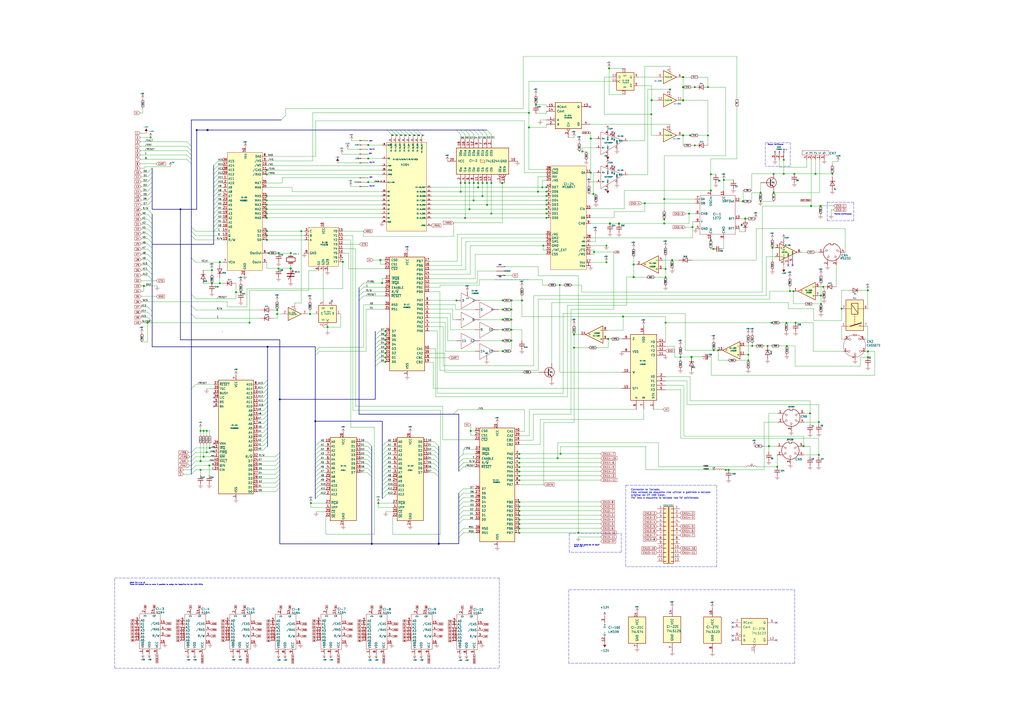
<source format=kicad_sch>
(kicad_sch (version 20211123) (generator eeschema)
  (paper "A2")
  (title_block (title "CP 400 COLOR 2 - PROLOGICA 12 REV.3") (date "2022-12-09") (rev "0.3") (company "PROLOGICA") (comment 1 "RCC / Retro-CPU.run - https://facebook.com/groups/retrocpu") (comment 2 "Draft - Pending Revision - Not Ready For Fabrication"))
  (junction (at 279.908 106.172))
  (junction (at 351.79 152.146))
  (junction (at 412.3436 110.49))
  (junction (at 401.7465 131.7624))
  (junction (at 198.882 151.892))
  (junction (at 389.89 150.876))
  (junction (at 474.98 263.906))
  (junction (at 296.672 179.578))
  (junction (at 301.2694 268.4272))
  (junction (at 422.656 272.542))
  (junction (at 337.82 87.884))
  (junction (at 399.7002 123.952))
  (junction (at 285.0211 123.9015))
  (junction (at 353.8723 129.6416))
  (junction (at 174.752 134.112))
  (junction (at 394.716 207.1518))
  (junction (at 359.0928 129.6416))
  (junction (at 377.9896 58.2001))
  (junction (at 144.78 187.198))
  (junction (at 301.2694 265.8872))
  (junction (at 154.686 121.3358))
  (junction (at 396.24 58.166))
  (junction (at 267.208 106.172))
  (junction (at 434.086 205.74))
  (junction (at 302.768 174.244))
  (junction (at 367.5765 160.782))
  (junction (at 342.6968 100.1776))
  (junction (at 401.1336 207.2471))
  (junction (at 220.6331 150.876))
  (junction (at 373.9827 117.9068))
  (junction (at 410.6547 78.5274))
  (junction (at 352.806 196.596))
  (junction (at 460.248 168.91))
  (junction (at 367.538 153.416))
  (junction (at 168.5614 155.702))
  (junction (at 127.508 164.338))
  (junction (at 301.2694 263.3472))
  (junction (at 385.332 129.6416))
  (junction (at 361.442 183.642))
  (junction (at 213.614 105.664))
  (junction (at 127.508 152.0698))
  (junction (at 342.646 80.391))
  (junction (at 168.656 146.812))
  (junction (at 277.368 106.172))
  (junction (at 396.2397 50.5769))
  (junction (at 223.5708 192.1256))
  (junction (at 306.832 73.914))
  (junction (at 488.188 179.07))
  (junction (at 189.992 189.738))
  (junction (at 475.996 119.38))
  (junction (at 221.6462 164.1856))
  (junction (at 220.6331 150.8252))
  (junction (at 386.08 160.782))
  (junction (at 359.0918 129.7622))
  (junction (at 333.0053 201.676))
  (junction (at 503.4916 203.7902))
  (junction (at 353.8723 129.667))
  (junction (at 155.194 201.168))
  (junction (at 223.5708 199.7456))
  (junction (at 273.05 249.9868))
  (junction (at 291.592 203.708))
  (junction (at 213.614 84.074))
  (junction (at 296.672 185.42))
  (junction (at 160.782 182.118))
  (junction (at 316.992 108.585))
  (junction (at 316.992 123.825))
  (junction (at 87.376 79.756))
  (junction (at 431.038 116.84))
  (junction (at 118.11 249.936))
  (junction (at 353.8537 129.667))
  (junction (at 448.818 111.76))
  (junction (at 315.1827 142.494))
  (junction (at 116.332 267.4502))
  (junction (at 301.2694 309.0926))
  (junction (at 400.3238 78.5274))
  (junction (at 388.6783 51.8501))
  (junction (at 154.813 134.0612))
  (junction (at 282.448 106.172))
  (junction (at 466.1833 258.826))
  (junction (at 450.85 270.764))
  (junction (at 254.508 315.3584))
  (junction (at 119.888 262.382))
  (junction (at 223.5708 207.3656))
  (junction (at 396.24 44.704))
  (junction (at 223.5708 197.2056))
  (junction (at 373.9502 117.9068))
  (junction (at 127.508 152.146))
  (junction (at 344.6147 146.1886))
  (junction (at 180.34 291.846))
  (junction (at 456.438 200.66))
  (junction (at 470.5096 119.5082))
  (junction (at 83.4419 165.8513))
  (junction (at 470.5096 119.508))
  (junction (at 323.4696 265.7856))
  (junction (at 412.3436 101.092))
  (junction (at 291.592 191.262))
  (junction (at 448.818 111.6956))
  (junction (at 359.0928 129.7622))
  (junction (at 269.748 106.172))
  (junction (at 310.896 60.706))
  (junction (at 284.988 106.172))
  (junction (at 436.372 200.66))
  (junction (at 296.672 174.2566))
  (junction (at 301.2694 306.5526))
  (junction (at 458.216 168.91))
  (junction (at 291.592 179.578))
  (junction (at 136.906 169.4859))
  (junction (at 161.544 155.702))
  (junction (at 119.888 249.936))
  (junction (at 122.936 156.718))
  (junction (at 401.1336 207.01))
  (junction (at 446.024 258.826))
  (junction (at 85.598 187.2307))
  (junction (at 154.686 113.7158))
  (junction (at 296.672 197.612))
  (junction (at 316.992 121.285))
  (junction (at 344.2101 112.522))
  (junction (at 277.3581 108.6615))
  (junction (at 213.614 91.948))
  (junction (at 441.198 116.84))
  (junction (at 274.7142 116.2815))
  (junction (at 434.086 209.042))
  (junction (at 301.2694 291.3126))
  (junction (at 154.686 116.2558))
  (junction (at 386.08 187.1949))
  (junction (at 168.5614 155.6842))
  (junction (at 419.862 104.394))
  (junction (at 122.936 164.338))
  (junction (at 302.768 174.2566))
  (junction (at 410.6544 50.5671))
  (junction (at 482.854 100.838))
  (junction (at 154.686 118.7958))
  (junction (at 272.3394 121.3615))
  (junction (at 301.2694 293.8526))
  (junction (at 120.396 75.438))
  (junction (at 215.646 315.468))
  (junction (at 114.1096 75.438))
  (junction (at 396.24 44.7454))
  (junction (at 416.56 203.2))
  (junction (at 454.6479 100.838))
  (junction (at 414.02 203.2))
  (junction (at 413.7533 144.3991))
  (junction (at 412.3058 139.2569))
  (junction (at 269.8162 126.4415))
  (junction (at 448.818 100.838))
  (junction (at 301.2694 301.4726))
  (junction (at 223.5708 204.8256))
  (junction (at 324.7016 165.354))
  (junction (at 447.548 187.198))
  (junction (at 477.52 166.37))
  (junction (at 306.832 65.4379))
  (junction (at 432.308 126.8984))
  (junction (at 466.09 258.826))
  (junction (at 385.318 127.254))
  (junction (at 432.308 126.746))
  (junction (at 316.992 118.745))
  (junction (at 291.338 106.172))
  (junction (at 160.782 179.832))
  (junction (at 282.5473 118.8215))
  (junction (at 469.9 239.776))
  (junction (at 301.2694 304.0126))
  (junction (at 385.318 115.4684))
  (junction (at 403.0344 50.5671))
  (junction (at 121.666 259.842))
  (junction (at 377.8165 66.318))
  (junction (at 162.306 231.6563))
  (junction (at 476.25 171.45))
  (junction (at 116.332 272.542))
  (junction (at 396.24 50.555))
  (junction (at 154.686 123.8758))
  (junction (at 403.0347 84.3491))
  (junction (at 314.5936 108.6615))
  (junction (at 154.7876 98.6282))
  (junction (at 316.992 113.665))
  (junction (at 301.2694 296.3926))
  (junction (at 448.056 143.764))
  (junction (at 342.6968 80.391))
  (junction (at 168.656 155.6842))
  (junction (at 401.1336 207.096))
  (junction (at 121.412 270.002))
  (junction (at 396.2983 58.2001))
  (junction (at 85.598 187.1873))
  (junction (at 475.996 119.5082))
  (junction (at 473.0496 100.838))
  (junction (at 432.308 126.8751))
  (junction (at 179.832 182.118))
  (junction (at 396.24 78.486))
  (junction (at 267.2419 111.2015))
  (junction (at 223.5708 209.9056))
  (junction (at 301.2694 270.9672))
  (junction (at 441.198 111.76))
  (junction (at 312.0698 111.2015))
  (junction (at 139.7 169.418))
  (junction (at 182.88 244.348))
  (junction (at 422.656 272.5298))
  (junction (at 476.25 176.276))
  (junction (at 396.2397 44.7454))
  (junction (at 301.2694 298.9326))
  (junction (at 296.672 191.262))
  (junction (at 301.2694 278.5872))
  (junction (at 333.0053 194.056))
  (junction (at 335.534 308.9656))
  (junction (at 353.314 39.624))
  (junction (at 104.648 121.412))
  (junction (at 154.813 139.1412))
  (junction (at 367.5765 160.6939))
  (junction (at 461.518 187.198))
  (junction (at 445.262 200.66))
  (junction (at 168.656 155.702))
  (junction (at 116.332 267.462))
  (junction (at 155.702 146.812))
  (junction (at 377.9896 58.0901))
  (junction (at 219.456 291.846))
  (junction (at 291.592 174.244))
  (junction (at 279.8262 113.7415))
  (junction (at 154.813 136.6012))
  (junction (at 301.2694 276.0472))
  (junction (at 116.332 249.936))
  (junction (at 454.66 92.71))
  (junction (at 325.1333 263.2456))
  (junction (at 316.992 126.365))
  (junction (at 503.4916 207.2192))
  (junction (at 396.2397 50.555))
  (junction (at 223.5708 202.2856))
  (junction (at 301.2694 273.5072))
  (junction (at 291.592 197.612))
  (junction (at 421.132 272.542))
  (junction (at 223.5708 194.6656))
  (junction (at 254.508 315.468))
  (junction (at 460.756 100.838))
  (junction (at 272.288 106.172))
  (junction (at 316.992 116.205))
  (junction (at 396.2403 78.486))
  (junction (at 120.396 75.5039))
  (junction (at 291.3315 106.172))
  (junction (at 396.2983 58.166))
  (junction (at 118.11 264.922))
  (junction (at 154.7114 101.1936))
  (junction (at 296.672 174.244))
  (junction (at 431.038 116.6876))
  (junction (at 83.4419 165.862))
  (junction (at 264.8126 174.3096))
  (junction (at 386.08 155.956))
  (junction (at 367.5765 153.416))
  (junction (at 351.79 142.494))
  (junction (at 456.184 187.198))
  (junction (at 154.686 126.4158))
  (junction (at 316.992 111.125))
  (junction (at 291.592 185.42))
  (junction (at 161.6477 146.812))
  (junction (at 161.6477 146.8336))
  (junction (at 503.428 168.402))
  (junction (at 474.98 244.856))
  (junction (at 274.828 106.172))
  (no_connect (at 342.392 61.976))
  (no_connect (at 355.092 96.266))
  (no_connect (at 356.362 96.774))
  (no_connect (at 356.362 77.089))
  (no_connect (at 355.092 76.581))
  (no_connect (at 124.206 257.302))
  (no_connect (at 450.342 371.348))
  (no_connect (at 424.942 361.188))
  (no_connect (at 424.942 363.728))
  (no_connect (at 424.942 368.808))
  (no_connect (at 450.342 361.188))
  (no_connect (at 424.942 371.348))
  (no_connect (at 192.532 174.498))
  (no_connect (at 457.2 153.924))
  (no_connect (at 459.74 153.924))
  (no_connect (at 124.206 228.092))
  (no_connect (at 124.206 230.632))
  (no_connect (at 124.206 233.172))
  (no_connect (at 124.206 235.712))
  (bus_entry (at 152.654 261.112) (size 2.54 -2.54))
  (bus_entry (at 88.2679 113.5273) (size -2.54 2.54))
  (bus_entry (at 185.42 261.366) (size -2.54 2.54))
  (bus_entry (at 254.508 261.366) (size -2.54 -2.54))
  (bus_entry (at 85.7279 135.6253) (size 2.54 2.54))
  (bus_entry (at 279.908 75.438) (size 2.54 2.54))
  (bus_entry (at 277.368 75.438) (size 2.54 2.54))
  (bus_entry (at 274.828 75.438) (size 2.54 2.54))
  (bus_entry (at 282.448 75.438) (size 2.54 2.54))
  (bus_entry (at 272.288 75.438) (size 2.54 2.54))
  (bus_entry (at 269.748 75.438) (size 2.54 2.54))
  (bus_entry (at 267.208 75.438) (size 2.54 2.54))
  (bus_entry (at 264.668 75.438) (size 2.54 2.54))
  (bus_entry (at 221.742 281.686) (size 2.54 -2.54))
  (bus_entry (at 110.998 177.292) (size 2.54 2.54))
  (bus_entry (at 182.88 274.066) (size 2.54 -2.54))
  (bus_entry (at 221.742 274.066) (size 2.54 -2.54))
  (bus_entry (at 85.7279 184.1393) (size 2.54 2.54))
  (bus_entry (at 88.2679 105.6533) (size -2.54 2.54))
  (bus_entry (at 113.538 184.658) (size -2.54 -2.54))
  (bus_entry (at 85.7279 132.8313) (size 2.54 2.54))
  (bus_entry (at 108.458 89.916) (size 2.54 2.54))
  (bus_entry (at 113.538 223.012) (size -2.54 2.54))
  (bus_entry (at 254.508 268.986) (size -2.54 -2.54))
  (bus_entry (at 88.2679 110.9873) (size -2.54 2.54))
  (bus_entry (at 159.766 264.922) (size 2.54 -2.54))
  (bus_entry (at 182.88 261.366) (size 2.54 -2.54))
  (bus_entry (at 152.654 258.572) (size 2.54 -2.54))
  (bus_entry (at 152.654 256.032) (size 2.54 -2.54))
  (bus_entry (at 88.2679 116.3213) (size -2.54 2.54))
  (bus_entry (at 182.88 258.826) (size 2.54 -2.54))
  (bus_entry (at 85.7279 181.0913) (size 2.54 2.54))
  (bus_entry (at 110.998 270.002) (size 2.54 -2.54))
  (bus_entry (at 110.998 272.542) (size 2.54 -2.54))
  (bus_entry (at 110.998 267.462) (size 2.54 -2.54))
  (bus_entry (at 110.998 264.922) (size 2.54 -2.54))
  (bus_entry (at 110.998 262.382) (size 2.54 -2.54))
  (bus_entry (at 262.89 240.284) (size 2.54 -2.54))
  (bus_entry (at 215.646 271.526) (size -2.54 -2.54))
  (bus_entry (at 254.508 266.446) (size -2.54 -2.54))
  (bus_entry (at 254.508 271.526) (size -2.54 -2.54))
  (bus_entry (at 182.88 266.446) (size 2.54 -2.54))
  (bus_entry (at 110.998 149.606) (size 2.54 2.54))
  (bus_entry (at 251.968 274.066) (size 2.54 2.54))
  (bus_entry (at 182.88 203.962) (size 2.54 -2.54))
  (bus_entry (at 182.88 206.248) (size 2.54 -2.54))
  (bus_entry (at 266.1412 273.4056) (size 2.54 -2.54))
  (bus_entry (at 266.1412 271.1196) (size 2.54 -2.54))
  (bus_entry (at 266.1412 268.5796) (size 2.54 -2.54))
  (bus_entry (at 266.1412 265.7856) (size 2.54 -2.54))
  (bus_entry (at 215.646 263.906) (size -2.54 -2.54))
  (bus_entry (at 85.7279 159.7553) (size 2.54 2.54))
  (bus_entry (at 224.282 261.366) (size -2.54 2.54))
  (bus_entry (at 182.88 279.146) (size 2.54 -2.54))
  (bus_entry (at 88.2679 108.4473) (size -2.54 2.54))
  (bus_entry (at 85.7279 124.4493) (size 2.54 2.54))
  (bus_entry (at 221.742 279.146) (size 2.54 -2.54))
  (bus_entry (at 110.998 275.082) (size 2.54 -2.54))
  (bus_entry (at 221.742 284.226) (size 2.54 -2.54))
  (bus_entry (at 217.678 209.804) (size 2.54 -2.54))
  (bus_entry (at 217.678 207.264) (size 2.54 -2.54))
  (bus_entry (at 217.678 204.724) (size 2.54 -2.54))
  (bus_entry (at 217.678 202.184) (size 2.54 -2.54))
  (bus_entry (at 217.678 199.898) (size 2.54 -2.54))
  (bus_entry (at 217.678 197.104) (size 2.54 -2.54))
  (bus_entry (at 217.678 194.564) (size 2.54 -2.54))
  (bus_entry (at 217.678 212.598) (size 2.54 -2.54))
  (bus_entry (at 254.508 258.826) (size -2.54 -2.54))
  (bus_entry (at 85.7279 147.5633) (size 2.54 2.54))
  (bus_entry (at 221.742 289.306) (size 2.54 -2.54))
  (bus_entry (at 213.106 274.066) (size 2.54 2.54))
  (bus_entry (at 88.2679 100.0653) (size -2.54 2.54))
  (bus_entry (at 208.28 169.164) (size 2.54 -2.54))
  (bus_entry (at 208.28 171.704) (size 2.54 -2.54))
  (bus_entry (at 208.28 174.244) (size 2.54 -2.54))
  (bus_entry (at 208.28 166.878) (size 2.54 -2.54))
  (bus_entry (at 254.508 263.906) (size -2.54 -2.54))
  (bus_entry (at 215.646 266.446) (size -2.54 -2.54))
  (bus_entry (at 215.646 268.986) (size -2.54 -2.54))
  (bus_entry (at 215.646 274.066) (size -2.54 -2.54))
  (bus_entry (at 85.7279 178.0433) (size 2.54 2.54))
  (bus_entry (at 85.7279 141.4673) (size 2.54 2.54))
  (bus_entry (at 182.88 268.986) (size 2.54 -2.54))
  (bus_entry (at 221.742 266.446) (size 2.54 -2.54))
  (bus_entry (at 182.88 284.226) (size 2.54 -2.54))
  (bus_entry (at 221.742 286.766) (size 2.54 -2.54))
  (bus_entry (at 221.742 261.366) (size 2.54 -2.54))
  (bus_entry (at 182.88 276.606) (size 2.54 -2.54))
  (bus_entry (at 85.7279 121.666) (size 2.54 2.54))
  (bus_entry (at 88.2679 102.8593) (size -2.54 2.54))
  (bus_entry (at 231.902 75.438) (size 2.54 2.54))
  (bus_entry (at 229.362 75.438) (size 2.54 2.54))
  (bus_entry (at 234.442 75.438) (size 2.54 2.54))
  (bus_entry (at 227.076 75.438) (size 2.54 2.54))
  (bus_entry (at 224.536 75.438) (size 2.54 2.54))
  (bus_entry (at 242.062 75.438) (size 2.54 2.54))
  (bus_entry (at 239.776 75.438) (size 2.54 2.54))
  (bus_entry (at 236.982 75.438) (size 2.54 2.54))
  (bus_entry (at 182.88 286.766) (size 2.54 -2.54))
  (bus_entry (at 254.508 274.066) (size -2.54 -2.54))
  (bus_entry (at 85.7279 127.2433) (size 2.54 2.54))
  (bus_entry (at 215.646 258.826) (size -2.54 -2.54))
  (bus_entry (at 221.742 276.606) (size 2.54 -2.54))
  (bus_entry (at 85.7279 150.6113) (size 2.54 2.54))
  (bus_entry (at 182.88 289.306) (size 2.54 -2.54))
  (bus_entry (at 85.7279 153.6593) (size 2.54 2.54))
  (bus_entry (at 182.88 271.526) (size 2.54 -2.54))
  (bus_entry (at 85.7279 156.7073) (size 2.54 2.54))
  (bus_entry (at 215.646 261.366) (size -2.54 -2.54))
  (bus_entry (at 108.458 84.836) (size 2.54 2.54))
  (bus_entry (at 108.458 87.376) (size 2.54 2.54))
  (bus_entry (at 108.458 92.456) (size 2.54 2.54))
  (bus_entry (at 108.458 82.296) (size 2.54 2.54))
  (bus_entry (at 85.7279 138.4193) (size 2.54 2.54))
  (bus_entry (at 152.654 240.792) (size 2.54 -2.54))
  (bus_entry (at 152.654 238.252) (size 2.54 -2.54))
  (bus_entry (at 152.654 235.712) (size 2.54 -2.54))
  (bus_entry (at 152.654 233.172) (size 2.54 -2.54))
  (bus_entry (at 152.654 230.632) (size 2.54 -2.54))
  (bus_entry (at 152.654 228.092) (size 2.54 -2.54))
  (bus_entry (at 152.654 225.552) (size 2.54 -2.54))
  (bus_entry (at 152.654 223.012) (size 2.54 -2.54))
  (bus_entry (at 152.654 253.492) (size 2.54 -2.54))
  (bus_entry (at 152.654 250.952) (size 2.54 -2.54))
  (bus_entry (at 152.654 248.412) (size 2.54 -2.54))
  (bus_entry (at 152.654 245.872) (size 2.54 -2.54))
  (bus_entry (at 152.654 243.332) (size 2.54 -2.54))
  (bus_entry (at 163.068 69.596) (size 2.54 -2.54))
  (bus_entry (at 221.742 268.986) (size 2.54 -2.54))
  (bus_entry (at 88.2679 97.5253) (size -2.54 2.54))
  (bus_entry (at 182.88 281.686) (size 2.54 -2.54))
  (bus_entry (at 266.1412 298.8056) (size 2.54 -2.54))
  (bus_entry (at 266.1412 293.7256) (size 2.54 -2.54))
  (bus_entry (at 266.1412 296.2656) (size 2.54 -2.54))
  (bus_entry (at 266.1412 286.1056) (size 2.54 -2.54))
  (bus_entry (at 266.1412 291.1856) (size 2.54 -2.54))
  (bus_entry (at 266.1412 288.6456) (size 2.54 -2.54))
  (bus_entry (at 266.1412 303.8856) (size 2.54 -2.54))
  (bus_entry (at 266.1412 301.3456) (size 2.54 -2.54))
  (bus_entry (at 221.742 258.826) (size 2.54 -2.54))
  (bus_entry (at 221.742 271.526) (size 2.54 -2.54))
  (bus_entry (at 85.7279 130.0373) (size 2.54 2.54))
  (bus_entry (at 110.998 170.688) (size 2.54 2.54))
  (bus_entry (at 113.538 139.192) (size -2.54 -2.54))
  (bus_entry (at 159.766 282.702) (size 2.54 -2.54))
  (bus_entry (at 159.766 285.242) (size 2.54 -2.54))
  (bus_entry (at 159.766 270.002) (size 2.54 -2.54))
  (bus_entry (at 159.766 272.542) (size 2.54 -2.54))
  (bus_entry (at 159.766 275.082) (size 2.54 -2.54))
  (bus_entry (at 159.766 277.622) (size 2.54 -2.54))
  (bus_entry (at 159.766 280.162) (size 2.54 -2.54))
  (bus_entry (at 159.766 267.462) (size 2.54 -2.54))
  (bus_entry (at 85.7279 144.5153) (size 2.54 2.54))
  (bus_entry (at 123.952 96.012) (size 2.54 -2.54))
  (bus_entry (at 123.952 98.552) (size 2.54 -2.54))
  (bus_entry (at 123.952 106.172) (size 2.54 -2.54))
  (bus_entry (at 123.952 108.712) (size 2.54 -2.54))
  (bus_entry (at 123.952 111.252) (size 2.54 -2.54))
  (bus_entry (at 123.952 113.792) (size 2.54 -2.54))
  (bus_entry (at 123.952 101.092) (size 2.54 -2.54))
  (bus_entry (at 123.952 103.632) (size 2.54 -2.54))
  (bus_entry (at 123.952 116.332) (size 2.54 -2.54))
  (bus_entry (at 123.952 131.572) (size 2.54 -2.54))
  (bus_entry (at 123.952 134.112) (size 2.54 -2.54))
  (bus_entry (at 113.538 134.112) (size -2.54 -2.54))
  (bus_entry (at 110.998 134.112) (size 2.54 2.54))
  (bus_entry (at 123.952 126.492) (size 2.54 -2.54))
  (bus_entry (at 123.952 129.032) (size 2.54 -2.54))
  (bus_entry (at 123.952 118.872) (size 2.54 -2.54))
  (bus_entry (at 123.952 121.412) (size 2.54 -2.54))
  (bus_entry (at 123.952 123.952) (size 2.54 -2.54))
  (bus_entry (at 266.1412 311.7596) (size 2.54 -2.54))
  (bus_entry (at 266.1412 309.2196) (size 2.54 -2.54))
  (wire (pts (xy 279.8262 106.172) (xy 279.908 106.172)))
  (bus (pts (xy 182.88 268.986) (xy 182.88 271.526)))
  (bus (pts (xy 88.2679 144.0073) (xy 88.2679 140.9593)))
  (wire (pts (xy 269.8162 106.172) (xy 269.748 106.172)))
  (wire (pts (xy 168.656 146.812) (xy 168.656 146.8336)))
  (wire (pts (xy 275.7424 263.3472) (xy 268.6812 263.3472)))
  (wire (pts (xy 434.086 199.136) (xy 434.086 205.74)))
  (wire (pts (xy 362.712 54.864) (xy 353.314 54.864)))
  (wire (pts (xy 154.7876 155.702) (xy 161.544 155.702)))
  (bus (pts (xy 221.742 286.766) (xy 221.742 289.306)))
  (wire (pts (xy 124.206 267.462) (xy 116.332 267.462)))
  (wire (pts (xy 255.2406 165.354) (xy 277.9736 165.354)))
  (wire (pts (xy 268.6812 286.1056) (xy 275.717 286.1056)))
  (wire (pts (xy 466.598 244.856) (xy 474.98 244.856)))
  (bus (pts (xy 266.1412 271.1196) (xy 266.1412 273.4056)))
  (wire (pts (xy 85.7279 150.6113) (xy 81.9179 150.6113)))
  (wire (pts (xy 198.882 151.892) (xy 198.882 167.386)))
  (wire (pts (xy 296.672 174.2566) (xy 296.672 179.578)))
  (wire (pts (xy 398.526 220.98) (xy 386.08 220.98)))
  (wire (pts (xy 126.492 129.032) (xy 129.286 129.032)))
  (wire (pts (xy 223.393 179.3748) (xy 212.344 179.3748)))
  (wire (pts (xy 272.3394 106.172) (xy 272.288 106.172)))
  (wire (pts (xy 181.356 65.4379) (xy 306.832 65.4379)))
  (wire (pts (xy 113.538 264.922) (xy 118.11 264.922)))
  (wire (pts (xy 313.436 257.8608) (xy 301.3456 257.8608)))
  (wire (pts (xy 209.296 268.986) (xy 213.106 268.986)))
  (wire (pts (xy 210.82 164.1856) (xy 210.82 164.338)))
  (wire (pts (xy 369.316 153.416) (xy 367.5765 153.416)))
  (wire (pts (xy 378.968 237.49) (xy 384.556 237.49)))
  (wire (pts (xy 149.606 253.492) (xy 152.654 253.492)))
  (wire (pts (xy 181.356 93.3704) (xy 181.356 65.4379)))
  (wire (pts (xy 345.948 100.076) (xy 344.2101 100.076)))
  (wire (pts (xy 412.6086 217.678) (xy 507.492 217.678)))
  (wire (pts (xy 458.216 168.91) (xy 460.248 168.91)))
  (wire (pts (xy 273.05 249.9868) (xy 273.05 246.38)))
  (wire (pts (xy 405.4035 44.7454) (xy 410.6544 44.7454)))
  (wire (pts (xy 377.8165 58.0901) (xy 377.9896 58.0901)))
  (wire (pts (xy 126.492 113.792) (xy 129.286 113.792)))
  (bus (pts (xy 88.2679 159.2473) (xy 88.2679 156.1993)))
  (wire (pts (xy 203.5773 139.192) (xy 203.5773 247.904)))
  (wire (pts (xy 113.538 134.112) (xy 123.952 134.112)))
  (wire (pts (xy 412.3436 138.5824) (xy 412.3436 139.2569)))
  (wire (pts (xy 226.9174 77.978) (xy 227.076 77.978)))
  (wire (pts (xy 401.1336 207.01) (xy 401.1336 207.096)))
  (bus (pts (xy 242.062 75.438) (xy 239.776 75.438)))
  (wire (pts (xy 396.24 44.7454) (xy 396.24 44.704)))
  (wire (pts (xy 414.02 203.2) (xy 397.51 203.2)))
  (bus (pts (xy 88.2679 132.5773) (xy 88.2679 129.7833)))
  (wire (pts (xy 270.256 156.5656) (xy 249.0216 156.5656)))
  (wire (pts (xy 131.826 178.054) (xy 143.256 178.054)))
  (wire (pts (xy 335.534 160.02) (xy 335.534 308.9656)))
  (wire (pts (xy 178.562 182.118) (xy 179.832 182.118)))
  (wire (pts (xy 352.806 201.676) (xy 346.4673 201.676)))
  (wire (pts (xy 471.678 203.7902) (xy 489.2676 203.7902)))
  (bus (pts (xy 155.194 240.792) (xy 155.194 238.252)))
  (wire (pts (xy 306.832 98.298) (xy 316.865 98.298)))
  (wire (pts (xy 165.608 67.056) (xy 165.608 62.992)))
  (bus (pts (xy 231.902 75.438) (xy 229.362 75.438)))
  (bus (pts (xy 182.88 263.906) (xy 182.88 266.446)))
  (wire (pts (xy 385.318 90.424) (xy 420.878 90.424)))
  (wire (pts (xy 223.5708 199.644) (xy 223.5708 199.7456)))
  (bus (pts (xy 221.742 281.686) (xy 221.742 284.226)))
  (bus (pts (xy 123.952 106.172) (xy 123.952 108.712)))
  (wire (pts (xy 81.9179 168.8993) (xy 83.4419 168.8993)))
  (bus (pts (xy 224.536 75.438) (xy 227.076 75.438)))
  (wire (pts (xy 185.42 258.826) (xy 188.976 258.826)))
  (wire (pts (xy 303.53 32.766) (xy 427.482 32.766)))
  (bus (pts (xy 182.88 281.686) (xy 182.88 284.226)))
  (wire (pts (xy 432.308 126.8751) (xy 432.308 126.8984)))
  (wire (pts (xy 331.216 179.324) (xy 356.108 179.324)))
  (wire (pts (xy 221.685 91.9229) (xy 213.614 91.9229)))
  (bus (pts (xy 162.306 275.082) (xy 162.306 277.622)))
  (bus (pts (xy 272.288 75.438) (xy 274.828 75.438)))
  (wire (pts (xy 385.332 129.6416) (xy 385.332 127.254)))
  (wire (pts (xy 282.5473 106.172) (xy 282.448 106.172)))
  (wire (pts (xy 275.844 306.578) (xy 268.6812 306.578)))
  (wire (pts (xy 471.932 185.928) (xy 488.188 185.928)))
  (wire (pts (xy 348.4372 278.4856) (xy 301.2694 278.4856)))
  (bus (pts (xy 182.88 201.168) (xy 155.194 201.168)))
  (wire (pts (xy 342.646 145.034) (xy 344.6147 145.034)))
  (wire (pts (xy 90.678 162.8033) (xy 90.678 162.814)))
  (wire (pts (xy 154.813 134.112) (xy 174.752 134.112)))
  (wire (pts (xy 296.672 191.262) (xy 296.672 197.612)))
  (wire (pts (xy 279.8262 113.7415) (xy 316.992 113.7415)))
  (wire (pts (xy 226.9174 79.9849) (xy 226.9174 77.978)))
  (wire (pts (xy 359.0928 129.6416) (xy 385.332 129.6416)))
  (wire (pts (xy 412.3436 101.092) (xy 415.29 101.092)))
  (bus (pts (xy 254.508 315.3584) (xy 254.508 315.468)))
  (wire (pts (xy 220.218 199.644) (xy 223.5708 199.644)))
  (wire (pts (xy 248.92 207.518) (xy 260.35 207.518)))
  (wire (pts (xy 268.6812 301.3456) (xy 275.717 301.3456)))
  (wire (pts (xy 304.038 70.104) (xy 304.038 100.203)))
  (wire (pts (xy 316.992 118.8215) (xy 316.992 118.745)))
  (wire (pts (xy 348.4372 263.2456) (xy 325.1333 263.2456)))
  (wire (pts (xy 310.896 60.706) (xy 316.992 60.706)))
  (bus (pts (xy 129.032 192.2269) (xy 129.032 192.2311)))
  (wire (pts (xy 255.524 309.88) (xy 255.524 237.998)))
  (wire (pts (xy 223.5708 202.184) (xy 223.5708 202.2856)))
  (wire (pts (xy 350.52 44.704) (xy 350.52 66.318)))
  (bus (pts (xy 229.362 75.438) (xy 227.076 75.438)))
  (wire (pts (xy 277.3581 106.172) (xy 277.368 106.172)))
  (wire (pts (xy 285.0211 123.9015) (xy 316.992 123.9015)))
  (bus (pts (xy 110.998 270.002) (xy 110.998 267.462)))
  (wire (pts (xy 329.692 79.756) (xy 332.994 79.756)))
  (wire (pts (xy 345.948 105.41) (xy 342.6968 105.41)))
  (bus (pts (xy 110.998 89.916) (xy 110.998 87.376)))
  (bus (pts (xy 217.678 212.598) (xy 217.678 231.6563)))
  (bus (pts (xy 88.2679 147.0553) (xy 88.2679 144.0073)))
  (wire (pts (xy 116.332 267.4502) (xy 113.538 267.4502)))
  (wire (pts (xy 163.322 182.118) (xy 160.782 182.118)))
  (wire (pts (xy 391.4152 200.914) (xy 391.4152 207.1518)))
  (wire (pts (xy 377.8165 58.0901) (xy 377.8165 66.318)))
  (wire (pts (xy 183.388 296.926) (xy 188.976 296.926)))
  (wire (pts (xy 364.0957 81.661) (xy 374.0662 81.661)))
  (wire (pts (xy 224.282 286.766) (xy 227.838 286.766)))
  (wire (pts (xy 85.7279 156.7073) (xy 81.9179 156.7073)))
  (wire (pts (xy 220.218 192.024) (xy 223.5708 192.024)))
  (wire (pts (xy 168.656 155.6842) (xy 168.5614 155.6842)))
  (wire (pts (xy 82.804 65.532) (xy 82.804 62.738)))
  (bus (pts (xy 104.648 197.104) (xy 162.306 197.104)))
  (wire (pts (xy 451.358 239.776) (xy 446.024 239.776)))
  (wire (pts (xy 209.296 266.446) (xy 213.106 266.446)))
  (wire (pts (xy 143.256 167.386) (xy 143.256 178.054)))
  (wire (pts (xy 180.34 294.386) (xy 180.34 291.846)))
  (wire (pts (xy 85.7279 102.6053) (xy 81.9179 102.6053)))
  (wire (pts (xy 277.3581 108.6615) (xy 277.3581 106.172)))
  (wire (pts (xy 116.332 248.666) (xy 116.332 249.936)))
  (wire (pts (xy 176.53 136.652) (xy 154.813 136.652)))
  (wire (pts (xy 306.832 47.244) (xy 306.832 65.4379)))
  (bus (pts (xy 236.982 75.438) (xy 234.442 75.438)))
  (wire (pts (xy 91.186 165.862) (xy 83.4419 165.862)))
  (bus (pts (xy 123.952 113.792) (xy 123.952 116.332)))
  (wire (pts (xy 198.882 134.112) (xy 210.82 134.112)))
  (wire (pts (xy 223.5708 197.358) (xy 223.5708 197.2056)))
  (bus (pts (xy 110.998 134.112) (xy 110.998 136.652)))
  (wire (pts (xy 85.7279 130.0373) (xy 81.9179 130.0373)))
  (wire (pts (xy 113.538 262.382) (xy 119.888 262.382)))
  (bus (pts (xy 120.396 75.438) (xy 120.396 75.5039)))
  (bus (pts (xy 221.742 244.348) (xy 182.88 244.348)))
  (wire (pts (xy 262.5895 185.4856) (xy 264.8126 185.4856)))
  (wire (pts (xy 223.52 161.5948) (xy 221.6462 161.5948)))
  (wire (pts (xy 248.158 268.986) (xy 251.968 268.986)))
  (wire (pts (xy 412.3436 110.49) (xy 412.3436 110.7948)))
  (wire (pts (xy 269.748 77.978) (xy 269.748 80.772)))
  (wire (pts (xy 348.4372 301.3456) (xy 301.2694 301.3456)))
  (wire (pts (xy 482.092 124.46) (xy 482.092 121.666)))
  (bus (pts (xy 221.742 271.526) (xy 221.742 274.066)))
  (wire (pts (xy 255.2406 166.7256) (xy 255.2406 165.354)))
  (wire (pts (xy 431.038 110.49) (xy 431.038 116.6876)))
  (bus (pts (xy 162.306 270.002) (xy 162.306 272.542)))
  (wire (pts (xy 278.4032 185.4397) (xy 291.592 185.4397)))
  (wire (pts (xy 403.0344 50.5769) (xy 403.0344 50.5671)))
  (wire (pts (xy 477.52 167.132) (xy 478.028 167.132)))
  (wire (pts (xy 126.492 118.872) (xy 129.286 118.872)))
  (wire (pts (xy 448.056 143.764) (xy 449.58 143.764)))
  (wire (pts (xy 348.4372 303.8856) (xy 301.2694 303.8856)))
  (wire (pts (xy 291.3315 106.172) (xy 291.338 106.172)))
  (bus (pts (xy 266.1412 240.284) (xy 266.1412 265.7856)))
  (wire (pts (xy 224.282 263.906) (xy 227.838 263.906)))
  (wire (pts (xy 288.036 157.226) (xy 276.86 157.226)))
  (bus (pts (xy 155.194 248.412) (xy 155.194 245.872)))
  (wire (pts (xy 288.036 154.686) (xy 312.166 154.686)))
  (wire (pts (xy 388.6783 51.816) (xy 388.6783 51.8501)))
  (wire (pts (xy 301.2694 293.7256) (xy 301.2694 293.8526)))
  (wire (pts (xy 413.512 272.542) (xy 374.65 272.542)))
  (wire (pts (xy 223.774 296.926) (xy 227.838 296.926)))
  (wire (pts (xy 81.4099 82.296) (xy 108.458 82.296)))
  (wire (pts (xy 410.6547 58.166) (xy 410.6547 78.5274)))
  (wire (pts (xy 458.216 166.37) (xy 458.216 168.91)))
  (wire (pts (xy 429.0568 116.6876) (xy 431.038 116.6876)))
  (wire (pts (xy 320.04 175.514) (xy 457.2 175.514)))
  (wire (pts (xy 276.86 157.226) (xy 276.86 164.1856)))
  (wire (pts (xy 356.108 146.1886) (xy 356.108 179.324)))
  (wire (pts (xy 168.5614 155.702) (xy 168.5614 155.6842)))
  (bus (pts (xy 266.1412 311.7596) (xy 266.1412 309.2196)))
  (wire (pts (xy 475.996 119.38) (xy 483.616 119.38)))
  (wire (pts (xy 229.4574 79.9849) (xy 229.4574 77.978)))
  (wire (pts (xy 373.9827 122.7137) (xy 373.9827 117.9068)))
  (wire (pts (xy 274.828 77.978) (xy 274.828 80.772)))
  (wire (pts (xy 291.592 185.4397) (xy 291.592 185.42)))
  (bus (pts (xy 221.742 263.906) (xy 221.742 266.446)))
  (bus (pts (xy 110.998 84.836) (xy 110.998 69.596)))
  (wire (pts (xy 223.4692 164.1856) (xy 221.6462 164.1856)))
  (wire (pts (xy 488.188 168.402) (xy 488.188 179.07)))
  (bus (pts (xy 155.194 256.032) (xy 155.194 253.492)))
  (bus (pts (xy 88.2679 113.5273) (xy 88.2679 116.3213)))
  (wire (pts (xy 466.598 239.776) (xy 469.9 239.776)))
  (wire (pts (xy 489.7756 196.6782) (xy 488.188 196.6782)))
  (wire (pts (xy 460.756 100.838) (xy 473.0496 100.838)))
  (wire (pts (xy 85.7279 121.6553) (xy 85.7279 121.666)))
  (wire (pts (xy 412.3436 101.092) (xy 412.3436 110.49)))
  (wire (pts (xy 412.242 207.01) (xy 412.6086 207.01)))
  (wire (pts (xy 90.678 171.9473) (xy 90.678 171.958)))
  (wire (pts (xy 251.3645 210.058) (xy 248.92 210.058)))
  (wire (pts (xy 336.042 87.884) (xy 337.82 87.884)))
  (wire (pts (xy 113.538 267.4502) (xy 113.538 267.462)))
  (wire (pts (xy 438.658 132.588) (xy 438.658 150.876)))
  (wire (pts (xy 373.38 243.332) (xy 313.436 243.332)))
  (wire (pts (xy 269.8162 126.4415) (xy 316.992 126.4415)))
  (wire (pts (xy 224.282 261.366) (xy 227.838 261.366)))
  (wire (pts (xy 282.448 77.978) (xy 282.448 80.772)))
  (wire (pts (xy 265.176 135.89) (xy 316.865 135.89)))
  (bus (pts (xy 266.1412 291.1856) (xy 266.1412 288.6456)))
  (wire (pts (xy 119.888 249.936) (xy 121.666 249.936)))
  (wire (pts (xy 270.256 140.081) (xy 316.992 140.081)))
  (bus (pts (xy 267.208 75.438) (xy 269.748 75.438)))
  (wire (pts (xy 268.6812 291.1856) (xy 275.717 291.1856)))
  (wire (pts (xy 420.878 90.424) (xy 420.878 50.5671)))
  (wire (pts (xy 396.2397 50.5769) (xy 396.2397 50.555)))
  (wire (pts (xy 217.17 309.88) (xy 188.976 309.88)))
  (bus (pts (xy 162.306 277.622) (xy 162.306 280.162)))
  (wire (pts (xy 353.8723 129.667) (xy 353.8537 129.667)))
  (wire (pts (xy 149.606 270.002) (xy 159.766 270.002)))
  (wire (pts (xy 374.65 272.542) (xy 374.65 259.08)))
  (wire (pts (xy 379.984 160.782) (xy 386.08 160.782)))
  (wire (pts (xy 369.062 237.49) (xy 307.086 237.49)))
  (wire (pts (xy 344.6147 145.034) (xy 344.6147 146.1886)))
  (wire (pts (xy 309.372 255.3208) (xy 309.372 240.284)))
  (wire (pts (xy 359.4213 196.596) (xy 360.68 196.596)))
  (wire (pts (xy 467.9696 92.5068) (xy 467.9696 97.1006)))
  (bus (pts (xy 215.646 315.468) (xy 254.508 315.468)))
  (polyline (pts (xy 330.1492 309.4736) (xy 360.3752 309.4736)))
  (wire (pts (xy 116.332 249.936) (xy 116.332 252.476)))
  (wire (pts (xy 274.7142 116.2815) (xy 274.7142 106.172)))
  (wire (pts (xy 312.166 214.884) (xy 255.2128 214.884)))
  (wire (pts (xy 326.644 181.864) (xy 397.51 181.864)))
  (wire (pts (xy 187.452 189.738) (xy 189.992 189.738)))
  (wire (pts (xy 386.08 148.336) (xy 386.08 155.956)))
  (wire (pts (xy 352.3093 196.596) (xy 352.806 196.596)))
  (bus (pts (xy 215.646 263.906) (xy 215.646 261.366)))
  (wire (pts (xy 85.7279 105.3993) (xy 81.9179 105.3993)))
  (wire (pts (xy 333.0053 194.056) (xy 333.0053 193.802)))
  (wire (pts (xy 316.992 116.2815) (xy 316.992 116.205)))
  (bus (pts (xy 162.306 264.922) (xy 162.306 267.462)))
  (wire (pts (xy 85.7279 116.0673) (xy 81.9179 116.0673)))
  (bus (pts (xy 155.194 225.552) (xy 155.194 223.012)))
  (wire (pts (xy 413.7533 144.3369) (xy 413.7533 144.3991)))
  (bus (pts (xy 123.952 131.572) (xy 123.952 134.112)))
  (wire (pts (xy 221.6088 121.3869) (xy 154.686 121.3869)))
  (polyline (pts (xy 479.806 117.348) (xy 495.3 117.348)))
  (bus (pts (xy 262.89 240.284) (xy 266.1412 240.284)))
  (wire (pts (xy 252.73 202.3872) (xy 252.73 230.124)))
  (wire (pts (xy 396.24 58.166) (xy 396.2983 58.166)))
  (wire (pts (xy 113.538 136.6774) (xy 113.538 136.652)))
  (wire (pts (xy 499.872 168.402) (xy 503.428 168.402)))
  (wire (pts (xy 302.768 174.2566) (xy 302.768 183.642)))
  (bus (pts (xy 155.194 250.952) (xy 155.194 248.412)))
  (wire (pts (xy 258.1791 186.8932) (xy 258.1791 203.708)))
  (wire (pts (xy 291.592 191.2161) (xy 291.592 191.262)))
  (wire (pts (xy 342.6968 80.391) (xy 345.948 80.391)))
  (wire (pts (xy 149.606 280.162) (xy 159.766 280.162)))
  (wire (pts (xy 412.3436 92.202) (xy 427.482 92.202)))
  (wire (pts (xy 149.606 248.412) (xy 152.654 248.412)))
  (bus (pts (xy 182.88 274.066) (xy 182.88 276.606)))
  (wire (pts (xy 251.3645 225.298) (xy 360.68 225.298)))
  (wire (pts (xy 403.4028 117.9068) (xy 373.9827 117.9068)))
  (wire (pts (xy 116.332 272.542) (xy 124.206 272.542)))
  (wire (pts (xy 403.0347 84.3589) (xy 403.0347 84.3491)))
  (wire (pts (xy 405.4038 78.5274) (xy 410.6547 78.5274)))
  (wire (pts (xy 185.42 271.526) (xy 188.976 271.526)))
  (wire (pts (xy 473.0496 100.838) (xy 482.854 100.838)))
  (wire (pts (xy 149.606 277.622) (xy 159.766 277.622)))
  (wire (pts (xy 342.392 72.136) (xy 388.62 72.136)))
  (wire (pts (xy 117.856 156.718) (xy 122.936 156.718)))
  (wire (pts (xy 474.98 244.856) (xy 474.98 245.872)))
  (polyline (pts (xy 330.1492 320.3956) (xy 330.1492 309.7276)))
  (wire (pts (xy 342.646 140.1064) (xy 345.44 140.1064)))
  (wire (pts (xy 353.8723 129.6416) (xy 353.8723 129.667)))
  (wire (pts (xy 289.1806 203.6621) (xy 291.592 203.6621)))
  (wire (pts (xy 119.888 262.382) (xy 124.206 262.382)))
  (wire (pts (xy 386.08 187.1949) (xy 386.08 198.374)))
  (wire (pts (xy 475.996 119.5082) (xy 475.996 119.38)))
  (bus (pts (xy 254.508 276.606) (xy 254.508 315.3584)))
  (wire (pts (xy 374.0662 38.354) (xy 374.0662 81.661)))
  (wire (pts (xy 227.838 294.386) (xy 219.456 294.386)))
  (wire (pts (xy 250.1076 113.7415) (xy 279.8262 113.7415)))
  (wire (pts (xy 342.6968 80.391) (xy 342.6968 100.1776)))
  (wire (pts (xy 202.184 146.812) (xy 202.184 155.9052)))
  (wire (pts (xy 154.7876 152.0444) (xy 154.7876 155.702)))
  (wire (pts (xy 267.716 154.0256) (xy 249.0216 154.0256)))
  (wire (pts (xy 85.7279 141.4673) (xy 81.9179 141.4673)))
  (wire (pts (xy 370.332 49.784) (xy 377.9896 49.784)))
  (wire (pts (xy 136.906 169.4859) (xy 136.906 173.228)))
  (wire (pts (xy 149.606 230.632) (xy 152.654 230.632)))
  (wire (pts (xy 386.08 187.1949) (xy 447.548 187.1949)))
  (wire (pts (xy 352.806 196.596) (xy 354.3413 196.596)))
  (wire (pts (xy 231.9974 79.9849) (xy 231.9974 77.978)))
  (wire (pts (xy 131.826 174.9953) (xy 131.826 178.054)))
  (wire (pts (xy 460.248 176.276) (xy 466.598 176.276)))
  (wire (pts (xy 436.118 116.84) (xy 436.118 111.76)))
  (wire (pts (xy 309.626 171.45) (xy 444.5 171.45)))
  (wire (pts (xy 163.6648 103.124) (xy 163.6648 106.172)))
  (wire (pts (xy 394.97 226.06) (xy 386.08 226.06)))
  (wire (pts (xy 223.5708 210.058) (xy 223.5708 209.9056)))
  (bus (pts (xy 123.952 98.552) (xy 123.952 101.092)))
  (wire (pts (xy 117.856 164.338) (xy 122.936 164.338)))
  (bus (pts (xy 221.742 276.606) (xy 221.742 279.146)))
  (wire (pts (xy 261.289 181.8132) (xy 261.289 191.262)))
  (wire (pts (xy 220.6331 150.8252) (xy 220.6331 150.876)))
  (wire (pts (xy 109.22 262.382) (xy 110.998 262.382)))
  (wire (pts (xy 374.65 259.08) (xy 325.1333 259.08)))
  (wire (pts (xy 149.606 238.252) (xy 152.654 238.252)))
  (wire (pts (xy 221.6596 118.8977) (xy 154.686 118.8977)))
  (wire (pts (xy 272.288 77.978) (xy 272.288 80.772)))
  (wire (pts (xy 394.97 207.096) (xy 401.1336 207.096)))
  (wire (pts (xy 386.08 218.44) (xy 400.304 218.44)))
  (bus (pts (xy 123.952 118.872) (xy 123.952 121.412)))
  (wire (pts (xy 84.074 97.5253) (xy 84.074 96.774)))
  (wire (pts (xy 374.0662 38.354) (xy 388.62 38.354)))
  (wire (pts (xy 127.508 164.338) (xy 129.286 164.338)))
  (polyline (pts (xy 495.3 128.016) (xy 479.806 128.016)))
  (wire (pts (xy 139.7 169.4859) (xy 139.7 169.418)))
  (wire (pts (xy 396.748 223.52) (xy 386.08 223.52)))
  (wire (pts (xy 342.6968 142.5448) (xy 351.79 142.5448)))
  (bus (pts (xy 221.742 284.226) (xy 221.742 286.766)))
  (wire (pts (xy 316.992 113.7415) (xy 316.992 113.665)))
  (wire (pts (xy 359.0928 129.7622) (xy 359.0918 129.7622)))
  (wire (pts (xy 277.368 77.978) (xy 277.368 80.772)))
  (bus (pts (xy 155.194 258.572) (xy 155.194 256.032)))
  (wire (pts (xy 85.7279 118.8613) (xy 81.9179 118.8613)))
  (wire (pts (xy 85.7279 147.5633) (xy 81.9179 147.5633)))
  (wire (pts (xy 312.166 160.02) (xy 335.534 160.02)))
  (wire (pts (xy 475.488 166.37) (xy 477.52 166.37)))
  (wire (pts (xy 446.532 168.91) (xy 446.532 173.482)))
  (wire (pts (xy 224.282 281.686) (xy 227.838 281.686)))
  (wire (pts (xy 81.9179 162.8033) (xy 90.678 162.8033)))
  (wire (pts (xy 220.6331 150.876) (xy 220.6331 153.3652)))
  (wire (pts (xy 223.5708 194.564) (xy 223.5708 194.6656)))
  (wire (pts (xy 154.813 139.192) (xy 154.813 139.1412)))
  (wire (pts (xy 127.508 152.146) (xy 127.508 153.416)))
  (wire (pts (xy 174.752 134.112) (xy 174.752 175.768)))
  (polyline (pts (xy 362.966 328.676) (xy 362.966 281.432)))
  (wire (pts (xy 185.42 284.226) (xy 188.976 284.226)))
  (wire (pts (xy 316.992 111.2015) (xy 316.992 111.125)))
  (wire (pts (xy 329.184 177.038) (xy 363.474 177.038)))
  (wire (pts (xy 126.492 96.012) (xy 129.286 96.012)))
  (wire (pts (xy 176.53 139.192) (xy 154.813 139.192)))
  (bus (pts (xy 266.1412 309.2196) (xy 266.1412 303.8856)))
  (wire (pts (xy 258.1791 203.708) (xy 275.59 203.708)))
  (wire (pts (xy 83.4419 165.8513) (xy 83.4419 165.862)))
  (wire (pts (xy 316.992 121.3615) (xy 316.992 121.285)))
  (bus (pts (xy 262.89 240.284) (xy 208.28 240.284)))
  (wire (pts (xy 302.768 174.244) (xy 302.768 171.704)))
  (wire (pts (xy 223.4692 169.2656) (xy 210.82 169.2656)))
  (bus (pts (xy 239.776 75.438) (xy 236.982 75.438)))
  (bus (pts (xy 162.306 197.104) (xy 162.306 231.6563)))
  (wire (pts (xy 348.4372 275.9456) (xy 301.2694 275.9456)))
  (bus (pts (xy 162.306 267.462) (xy 162.306 270.002)))
  (wire (pts (xy 482.092 121.666) (xy 483.616 121.666)))
  (wire (pts (xy 250.1076 108.6615) (xy 277.3581 108.6615)))
  (wire (pts (xy 118.11 249.936) (xy 118.11 252.476)))
  (wire (pts (xy 324.7016 215.9) (xy 360.68 215.9)))
  (wire (pts (xy 108.458 94.9853) (xy 108.458 94.996)))
  (polyline (pts (xy 415.798 281.432) (xy 415.798 328.676)))
  (wire (pts (xy 427.482 62.23) (xy 427.482 92.202)))
  (wire (pts (xy 85.598 187.2307) (xy 85.598 198.374)))
  (wire (pts (xy 396.2397 50.555) (xy 396.24 50.555)))
  (wire (pts (xy 377.9896 58.2001) (xy 381.0583 58.2001)))
  (wire (pts (xy 399.7002 123.952) (xy 403.4028 123.952)))
  (bus (pts (xy 110.998 136.652) (xy 110.998 149.606)))
  (wire (pts (xy 422.148 209.042) (xy 416.56 209.042)))
  (wire (pts (xy 350.52 66.318) (xy 377.8165 66.318)))
  (wire (pts (xy 126.492 123.952) (xy 129.286 123.952)))
  (wire (pts (xy 209.296 261.366) (xy 213.106 261.366)))
  (wire (pts (xy 382.016 256.794) (xy 323.4696 256.794)))
  (wire (pts (xy 503.428 196.6782) (xy 503.428 189.23)))
  (wire (pts (xy 188.976 294.386) (xy 180.34 294.386)))
  (bus (pts (xy 266.1412 296.2656) (xy 266.1412 293.7256)))
  (wire (pts (xy 274.7142 116.2815) (xy 316.992 116.2815)))
  (wire (pts (xy 161.6477 146.8336) (xy 168.656 146.8336)))
  (wire (pts (xy 278.4032 197.6317) (xy 291.592 197.6317)))
  (wire (pts (xy 396.24 84.3589) (xy 396.24 78.486)))
  (bus (pts (xy 155.194 235.712) (xy 155.194 233.172)))
  (wire (pts (xy 431.8 205.74) (xy 434.086 205.74)))
  (polyline (pts (xy 479.806 117.348) (xy 479.806 128.016)))
  (wire (pts (xy 422.656 272.5298) (xy 422.656 272.542)))
  (wire (pts (xy 316.992 145.034) (xy 315.1827 145.034)))
  (bus (pts (xy 242.062 75.438) (xy 264.668 75.438)))
  (bus (pts (xy 88.2679 97.5253) (xy 88.2679 100.0653)))
  (wire (pts (xy 267.2419 106.172) (xy 267.208 106.172)))
  (wire (pts (xy 503.4916 207.2192) (xy 499.11 207.2192)))
  (bus (pts (xy 208.28 171.704) (xy 208.28 174.244)))
  (wire (pts (xy 268.6812 270.8656) (xy 275.59 270.8656)))
  (wire (pts (xy 149.606 256.032) (xy 152.654 256.032)))
  (wire (pts (xy 154.813 134.112) (xy 154.813 134.0612)))
  (bus (pts (xy 155.194 238.252) (xy 155.194 235.712)))
  (bus (pts (xy 88.2679 150.1033) (xy 88.2679 153.1513)))
  (wire (pts (xy 461.518 187.198) (xy 471.678 187.198)))
  (wire (pts (xy 388.6783 51.816) (xy 375.734 51.816)))
  (wire (pts (xy 198.882 167.386) (xy 143.256 167.386)))
  (bus (pts (xy 123.952 103.632) (xy 123.952 106.172)))
  (wire (pts (xy 268.6812 268.4272) (xy 268.6812 268.5796)))
  (wire (pts (xy 312.0698 111.2015) (xy 316.992 111.2015)))
  (wire (pts (xy 221.6544 84.1585) (xy 213.614 84.1585)))
  (wire (pts (xy 301.2694 270.8656) (xy 301.2694 270.9672)))
  (wire (pts (xy 187.452 156.972) (xy 187.452 174.498)))
  (wire (pts (xy 224.282 274.066) (xy 227.838 274.066)))
  (wire (pts (xy 185.42 276.606) (xy 188.976 276.606)))
  (wire (pts (xy 412.3436 92.202) (xy 412.3436 101.092)))
  (wire (pts (xy 273.05 252.5268) (xy 273.05 249.9868)))
  (wire (pts (xy 450.85 258.826) (xy 446.024 258.826)))
  (wire (pts (xy 394.97 254.2773) (xy 394.97 226.06)))
  (bus (pts (xy 88.2679 121.412) (xy 104.648 121.412)))
  (wire (pts (xy 422.656 272.5298) (xy 421.132 272.5298)))
  (bus (pts (xy 120.396 75.438) (xy 224.536 75.438)))
  (wire (pts (xy 253.746 191.9732) (xy 253.746 228.092)))
  (wire (pts (xy 268.6812 296.2656) (xy 275.717 296.2656)))
  (wire (pts (xy 367.538 153.416) (xy 367.538 149.098)))
  (polyline (pts (xy 66.548 387.604) (xy 66.548 335.28)))
  (wire (pts (xy 265.176 151.4856) (xy 249.0216 151.4856)))
  (wire (pts (xy 209.296 256.286) (xy 213.106 256.286)))
  (bus (pts (xy 221.742 279.146) (xy 221.742 281.686)))
  (wire (pts (xy 452.12 92.71) (xy 452.12 97.1006)))
  (wire (pts (xy 289.1806 179.5321) (xy 291.592 179.5321)))
  (wire (pts (xy 268.6812 306.578) (xy 268.6812 306.6796)))
  (wire (pts (xy 301.2694 278.4856) (xy 301.2694 278.5872)))
  (wire (pts (xy 85.7279 127.2433) (xy 81.9179 127.2433)))
  (wire (pts (xy 81.4099 79.7453) (xy 87.376 79.7453)))
  (bus (pts (xy 254.508 261.366) (xy 254.508 258.826)))
  (bus (pts (xy 155.194 223.012) (xy 155.194 220.472)))
  (wire (pts (xy 432.308 126.746) (xy 432.308 126.8751)))
  (bus (pts (xy 162.306 315.468) (xy 215.646 315.468)))
  (bus (pts (xy 217.678 197.104) (xy 217.678 199.898)))
  (wire (pts (xy 277.9736 162.306) (xy 314.706 162.306)))
  (wire (pts (xy 488.188 185.928) (xy 488.188 179.07)))
  (wire (pts (xy 275.59 161.6456) (xy 275.59 147.447)))
  (wire (pts (xy 310.896 60.706) (xy 310.896 60.452)))
  (wire (pts (xy 282.5473 118.8215) (xy 316.992 118.8215)))
  (wire (pts (xy 356.2342 122.7137) (xy 373.9827 122.7137)))
  (wire (pts (xy 471.932 179.07) (xy 471.932 185.928)))
  (wire (pts (xy 268.6812 309.118) (xy 268.6812 309.2196)))
  (wire (pts (xy 161.544 155.702) (xy 168.5614 155.702)))
  (wire (pts (xy 85.7279 110.9873) (xy 81.9179 110.9873)))
  (wire (pts (xy 185.42 274.066) (xy 188.976 274.066)))
  (wire (pts (xy 109.22 267.462) (xy 110.998 267.462)))
  (bus (pts (xy 110.998 264.922) (xy 110.998 262.382)))
  (bus (pts (xy 110.998 267.462) (xy 110.998 264.922)))
  (wire (pts (xy 285.0211 106.172) (xy 284.988 106.172)))
  (wire (pts (xy 83.4419 165.862) (xy 83.4419 168.8993)))
  (wire (pts (xy 348.4372 265.7856) (xy 323.4696 265.7856)))
  (wire (pts (xy 322.834 165.354) (xy 324.7016 165.354)))
  (wire (pts (xy 400.304 232.5497) (xy 469.9 232.5497)))
  (wire (pts (xy 315.468 281.1272) (xy 301.2694 281.1272)))
  (wire (pts (xy 209.296 258.826) (xy 213.106 258.826)))
  (polyline (pts (xy 443.992 82.804) (xy 443.992 96.52)))
  (polyline (pts (xy 362.966 281.432) (xy 363.22 281.432)))
  (wire (pts (xy 268.6812 260.7564) (xy 268.6812 263.2456)))
  (wire (pts (xy 220.218 202.184) (xy 223.5708 202.184)))
  (wire (pts (xy 279.8262 113.7415) (xy 279.8262 106.172)))
  (wire (pts (xy 185.42 266.446) (xy 188.976 266.446)))
  (wire (pts (xy 304.2412 237.744) (xy 304.2412 250.19)))
  (wire (pts (xy 314.706 165.354) (xy 314.706 162.306)))
  (wire (pts (xy 87.376 79.7453) (xy 87.376 79.756)))
  (wire (pts (xy 316.865 102.489) (xy 312.0698 102.489)))
  (wire (pts (xy 213.614 105.7913) (xy 213.614 105.664)))
  (wire (pts (xy 237.0774 77.978) (xy 236.982 77.978)))
  (wire (pts (xy 154.7876 90.7542) (xy 183.134 90.7542)))
  (wire (pts (xy 362.204 110.49) (xy 412.3436 110.49)))
  (wire (pts (xy 386.08 183.642) (xy 386.08 187.1949)))
  (wire (pts (xy 234.5374 79.9849) (xy 234.5374 77.978)))
  (wire (pts (xy 264.2292 179.578) (xy 275.59 179.578)))
  (wire (pts (xy 248.158 271.526) (xy 251.968 271.526)))
  (wire (pts (xy 385.318 115.4684) (xy 385.318 90.424)))
  (wire (pts (xy 331.216 240.284) (xy 331.216 179.324)))
  (wire (pts (xy 85.598 187.2307) (xy 144.78 187.2307)))
  (bus (pts (xy 162.306 280.162) (xy 162.306 282.702)))
  (wire (pts (xy 81.4099 87.376) (xy 108.458 87.376)))
  (wire (pts (xy 183.134 70.104) (xy 304.038 70.104)))
  (polyline (pts (xy 360.3752 320.3956) (xy 330.1492 320.3956)))
  (wire (pts (xy 119.888 257.556) (xy 119.888 262.382)))
  (wire (pts (xy 160.782 184.658) (xy 160.782 182.118)))
  (wire (pts (xy 348.4372 273.4056) (xy 301.2694 273.4056)))
  (wire (pts (xy 394.716 205.994) (xy 394.716 207.1518)))
  (wire (pts (xy 473.0496 92.5068) (xy 473.0496 100.838)))
  (wire (pts (xy 342.6968 152.2476) (xy 351.79 152.2476)))
  (wire (pts (xy 154.686 126.3907) (xy 154.686 126.4158)))
  (wire (pts (xy 185.42 256.286) (xy 188.976 256.286)))
  (wire (pts (xy 469.9 258.826) (xy 469.9 264.922)))
  (bus (pts (xy 217.678 194.564) (xy 217.678 197.104)))
  (wire (pts (xy 121.666 257.556) (xy 121.666 259.842)))
  (wire (pts (xy 221.6088 113.6907) (xy 154.686 113.6907)))
  (wire (pts (xy 391.4152 207.1518) (xy 394.716 207.1518)))
  (wire (pts (xy 113.538 184.658) (xy 150.876 184.658)))
  (wire (pts (xy 259.6493 184.3532) (xy 259.6493 197.6776)))
  (wire (pts (xy 377.8165 78.486) (xy 381 78.486)))
  (wire (pts (xy 400.3235 44.7454) (xy 396.24 44.7454)))
  (wire (pts (xy 353.8723 129.6416) (xy 359.0928 129.6416)))
  (wire (pts (xy 223.5708 207.264) (xy 223.5708 207.3656)))
  (wire (pts (xy 224.282 276.606) (xy 227.838 276.606)))
  (wire (pts (xy 308.356 215.9) (xy 312.42 215.9)))
  (wire (pts (xy 352.3093 191.516) (xy 361.442 191.516)))
  (wire (pts (xy 257.048 212.09) (xy 309.626 212.09)))
  (wire (pts (xy 442.214 169.418) (xy 337.3846 169.418)))
  (wire (pts (xy 154.686 123.8253) (xy 154.686 123.8758)))
  (wire (pts (xy 212.344 179.3748) (xy 212.344 203.708)))
  (wire (pts (xy 277.3581 108.6615) (xy 314.5936 108.6615)))
  (bus (pts (xy 221.742 268.986) (xy 221.742 271.526)))
  (polyline (pts (xy 329.946 342.138) (xy 329.946 384.81)))
  (wire (pts (xy 291.592 203.6621) (xy 291.592 203.708)))
  (bus (pts (xy 266.1412 303.8856) (xy 266.1412 301.3456)))
  (wire (pts (xy 464.82 146.304) (xy 467.868 146.304)))
  (wire (pts (xy 333.0053 245.11) (xy 315.468 245.11)))
  (wire (pts (xy 244.6974 77.978) (xy 244.602 77.978)))
  (wire (pts (xy 362.204 121.158) (xy 362.204 110.49)))
  (wire (pts (xy 195.834 94.488) (xy 213.614 94.488)))
  (bus (pts (xy 215.646 271.526) (xy 215.646 274.066)))
  (wire (pts (xy 126.492 108.712) (xy 129.286 108.712)))
  (wire (pts (xy 84.074 96.774) (xy 98.806 96.774)))
  (wire (pts (xy 466.1833 258.826) (xy 469.9 258.826)))
  (wire (pts (xy 219.456 291.846) (xy 227.838 291.846)))
  (wire (pts (xy 301.2694 263.2456) (xy 301.2694 263.3472)))
  (wire (pts (xy 382.016 270.764) (xy 432.054 270.764)))
  (wire (pts (xy 323.4696 256.794) (xy 323.4696 265.7856)))
  (wire (pts (xy 272.3394 121.3615) (xy 316.992 121.3615)))
  (wire (pts (xy 119.888 249.936) (xy 119.888 252.476)))
  (wire (pts (xy 211.074 201.422) (xy 185.42 201.422)))
  (wire (pts (xy 210.82 137.16) (xy 263.144 137.16)))
  (wire (pts (xy 248.158 274.066) (xy 251.968 274.066)))
  (wire (pts (xy 472.948 146.304) (xy 474.98 146.304)))
  (wire (pts (xy 398.526 234.696) (xy 474.98 234.696)))
  (bus (pts (xy 254.508 274.066) (xy 254.508 276.606)))
  (bus (pts (xy 221.742 258.826) (xy 221.742 261.366)))
  (wire (pts (xy 250.1076 121.3615) (xy 272.3394 121.3615)))
  (wire (pts (xy 267.716 154.0256) (xy 267.716 138.049)))
  (wire (pts (xy 333.0053 201.676) (xy 341.3873 201.676)))
  (wire (pts (xy 399.7002 129.6416) (xy 399.7002 123.952)))
  (wire (pts (xy 113.538 270.002) (xy 121.412 270.002)))
  (wire (pts (xy 113.538 152.146) (xy 127.508 152.146)))
  (wire (pts (xy 116.332 249.936) (xy 118.11 249.936)))
  (wire (pts (xy 160.782 179.578) (xy 160.782 179.832)))
  (wire (pts (xy 119.888 225.552) (xy 124.206 225.552)))
  (wire (pts (xy 224.282 271.526) (xy 227.838 271.526)))
  (wire (pts (xy 469.9 239.776) (xy 469.9 246.126)))
  (wire (pts (xy 301.3964 250.19) (xy 304.2412 250.19)))
  (polyline (pts (xy 66.548 387.604) (xy 289.306 387.604)))
  (wire (pts (xy 201.676 86.614) (xy 213.614 86.614)))
  (wire (pts (xy 303.53 62.992) (xy 303.53 32.766)))
  (wire (pts (xy 348.4372 296.2656) (xy 301.2694 296.2656)))
  (wire (pts (xy 436.118 111.76) (xy 441.198 111.76)))
  (wire (pts (xy 116.332 267.462) (xy 116.332 267.4502)))
  (bus (pts (xy 254.508 268.986) (xy 254.508 271.526)))
  (wire (pts (xy 85.7279 113.5273) (xy 81.9179 113.5273)))
  (wire (pts (xy 198.882 136.652) (xy 204.724 136.652)))
  (wire (pts (xy 475.5896 111.6956) (xy 448.818 111.6956)))
  (wire (pts (xy 165.608 62.992) (xy 303.53 62.992)))
  (bus (pts (xy 266.1412 288.6456) (xy 266.1412 286.1056)))
  (wire (pts (xy 126.492 116.332) (xy 129.286 116.332)))
  (wire (pts (xy 224.282 256.286) (xy 227.838 256.286)))
  (bus (pts (xy 266.1412 293.7256) (xy 266.1412 291.1856)))
  (wire (pts (xy 267.208 77.978) (xy 267.208 80.772)))
  (wire (pts (xy 446.532 173.482) (xy 312.166 173.482)))
  (wire (pts (xy 456.184 187.198) (xy 461.518 187.198)))
  (bus (pts (xy 114.046 75.438) (xy 114.1096 75.438)))
  (wire (pts (xy 386.08 155.956) (xy 386.08 160.782)))
  (bus (pts (xy 123.952 108.712) (xy 123.952 111.252)))
  (wire (pts (xy 412.3058 144.3369) (xy 413.7533 144.3369)))
  (bus (pts (xy 182.88 244.348) (xy 182.88 206.248)))
  (wire (pts (xy 113.538 179.832) (xy 150.876 179.832)))
  (wire (pts (xy 416.56 209.042) (xy 416.56 203.2)))
  (bus (pts (xy 88.2679 102.8593) (xy 88.2679 105.6533)))
  (wire (pts (xy 275.844 309.118) (xy 268.6812 309.118)))
  (wire (pts (xy 211.074 176.8348) (xy 211.074 201.422)))
  (wire (pts (xy 154.8638 146.7866) (xy 155.702 146.7866)))
  (bus (pts (xy 217.678 231.6563) (xy 162.306 231.6563)))
  (wire (pts (xy 264.2292 176.7332) (xy 264.2292 179.578)))
  (polyline (pts (xy 458.47 82.804) (xy 458.47 96.52)))
  (wire (pts (xy 268.6812 283.5656) (xy 275.717 283.5656)))
  (wire (pts (xy 149.606 225.552) (xy 152.654 225.552)))
  (wire (pts (xy 501.5866 196.6782) (xy 503.428 196.6782)))
  (bus (pts (xy 234.442 75.438) (xy 231.902 75.438)))
  (wire (pts (xy 342.5952 121.158) (xy 362.204 121.158)))
  (bus (pts (xy 88.2679 183.6313) (xy 88.2679 180.5833)))
  (wire (pts (xy 272.796 142.494) (xy 315.1827 142.494)))
  (bus (pts (xy 215.646 266.446) (xy 215.646 268.986)))
  (wire (pts (xy 351.79 142.5448) (xy 351.79 142.494)))
  (wire (pts (xy 460.248 168.91) (xy 460.248 176.276)))
  (wire (pts (xy 211.074 176.8348) (xy 223.393 176.8348)))
  (wire (pts (xy 127.508 152.0698) (xy 127.508 152.146)))
  (wire (pts (xy 248.158 258.826) (xy 251.968 258.826)))
  (wire (pts (xy 291.592 197.6317) (xy 291.592 197.612)))
  (wire (pts (xy 325.1333 263.2456) (xy 301.2694 263.2456)))
  (wire (pts (xy 384.556 150.876) (xy 389.89 150.876)))
  (bus (pts (xy 155.194 220.472) (xy 155.194 201.168)))
  (wire (pts (xy 113.538 272.542) (xy 116.332 272.542)))
  (wire (pts (xy 431.038 116.6876) (xy 431.038 116.84)))
  (wire (pts (xy 436.372 200.66) (xy 438.15 200.66)))
  (wire (pts (xy 507.492 203.7902) (xy 503.4916 203.7902)))
  (bus (pts (xy 162.306 262.382) (xy 162.306 264.922)))
  (wire (pts (xy 302.768 174.2566) (xy 302.768 174.244)))
  (wire (pts (xy 312.166 154.686) (xy 312.166 160.02)))
  (wire (pts (xy 163.6648 106.172) (xy 154.686 106.172)))
  (bus (pts (xy 88.2679 186.6793) (xy 88.2679 183.6313)))
  (wire (pts (xy 85.7279 144.5153) (xy 81.9179 144.5153)))
  (wire (pts (xy 85.7279 124.4493) (xy 81.9179 124.4493)))
  (wire (pts (xy 249.0724 186.8932) (xy 258.1791 186.8932)))
  (wire (pts (xy 109.982 264.922) (xy 110.998 264.922)))
  (bus (pts (xy 221.742 274.066) (xy 221.742 276.606)))
  (wire (pts (xy 81.2829 84.8253) (xy 108.458 84.8253)))
  (wire (pts (xy 344.2101 100.076) (xy 344.2101 112.522)))
  (wire (pts (xy 221.5834 96.1393) (xy 154.7876 96.1393)))
  (wire (pts (xy 123.952 134.112) (xy 129.1844 134.112)))
  (bus (pts (xy 221.742 266.446) (xy 221.742 268.986)))
  (wire (pts (xy 306.832 65.4379) (xy 306.832 73.914)))
  (wire (pts (xy 149.606 228.092) (xy 152.654 228.092)))
  (wire (pts (xy 396.748 252.984) (xy 466.1833 252.984)))
  (wire (pts (xy 291.338 106.172) (xy 291.338 129.263)))
  (wire (pts (xy 351.79 152.2476) (xy 351.79 152.146)))
  (wire (pts (xy 461.2009 212.344) (xy 461.2009 200.66)))
  (wire (pts (xy 81.9179 187.1873) (xy 85.598 187.1873)))
  (wire (pts (xy 309.626 171.45) (xy 309.626 212.09)))
  (wire (pts (xy 160.782 179.832) (xy 160.782 182.118)))
  (wire (pts (xy 118.11 264.922) (xy 124.206 264.922)))
  (wire (pts (xy 307.086 252.73) (xy 301.3964 252.73)))
  (wire (pts (xy 158.496 184.658) (xy 160.782 184.658)))
  (wire (pts (xy 116.332 257.556) (xy 116.332 267.4502)))
  (bus (pts (xy 110.998 87.376) (xy 110.998 84.836)))
  (wire (pts (xy 263.144 137.16) (xy 263.144 129.263)))
  (bus (pts (xy 88.2679 135.3713) (xy 88.2679 132.5773)))
  (wire (pts (xy 149.606 285.242) (xy 159.766 285.242)))
  (wire (pts (xy 499.11 207.2192) (xy 499.11 212.344)))
  (wire (pts (xy 185.42 286.766) (xy 188.976 286.766)))
  (wire (pts (xy 204.724 136.652) (xy 204.724 237.998)))
  (wire (pts (xy 185.42 281.686) (xy 188.976 281.686)))
  (wire (pts (xy 466.09 263.906) (xy 474.98 263.906)))
  (bus (pts (xy 182.88 276.606) (xy 182.88 279.146)))
  (wire (pts (xy 457.2 179.07) (xy 471.932 179.07)))
  (bus (pts (xy 88.2679 105.6533) (xy 88.2679 108.4473)))
  (wire (pts (xy 168.656 146.7866) (xy 168.656 146.812)))
  (wire (pts (xy 364.0957 101.346) (xy 375.734 101.346)))
  (wire (pts (xy 333.0053 194.056) (xy 337.0693 194.056)))
  (wire (pts (xy 397.51 203.2) (xy 397.51 181.864)))
  (wire (pts (xy 185.42 261.366) (xy 188.976 261.366)))
  (wire (pts (xy 249.0724 179.2732) (xy 262.5895 179.2732)))
  (wire (pts (xy 309.372 240.284) (xy 331.216 240.284)))
  (bus (pts (xy 182.88 258.826) (xy 182.88 261.366)))
  (bus (pts (xy 155.194 253.492) (xy 155.194 250.952)))
  (wire (pts (xy 149.606 267.462) (xy 159.766 267.462)))
  (wire (pts (xy 250.1076 123.9015) (xy 285.0211 123.9015)))
  (wire (pts (xy 441.198 105.918) (xy 441.198 111.76)))
  (wire (pts (xy 490.22 146.304) (xy 490.22 132.588)))
  (wire (pts (xy 447.548 187.1949) (xy 447.548 187.198)))
  (wire (pts (xy 262.5895 179.2732) (xy 262.5895 185.4856)))
  (wire (pts (xy 85.598 198.374) (xy 82.296 198.374)))
  (wire (pts (xy 419.8112 144.3991) (xy 418.8333 144.3991)))
  (wire (pts (xy 179.07 156.972) (xy 179.07 168.402)))
  (wire (pts (xy 477.52 166.37) (xy 477.52 167.132)))
  (bus (pts (xy 110.998 177.292) (xy 110.998 182.118)))
  (bus (pts (xy 266.1412 268.5796) (xy 266.1412 271.1196)))
  (wire (pts (xy 421.132 272.5298) (xy 421.132 272.542)))
  (wire (pts (xy 158.496 179.832) (xy 160.782 179.832)))
  (wire (pts (xy 122.936 156.464) (xy 122.936 156.718)))
  (wire (pts (xy 221.558 123.8253) (xy 154.686 123.8253)))
  (wire (pts (xy 410.6547 58.166) (xy 396.2983 58.166)))
  (wire (pts (xy 81.28 65.532) (xy 82.804 65.532)))
  (wire (pts (xy 268.6812 263.3472) (xy 268.6812 263.2456)))
  (bus (pts (xy 182.88 284.226) (xy 182.88 286.766)))
  (wire (pts (xy 126.492 131.572) (xy 129.286 131.572)))
  (bus (pts (xy 217.678 209.804) (xy 217.678 212.598)))
  (wire (pts (xy 352.806 196.596) (xy 352.806 201.676)))
  (bus (pts (xy 264.668 75.438) (xy 267.208 75.438)))
  (bus (pts (xy 123.952 116.332) (xy 123.952 118.872)))
  (wire (pts (xy 296.672 174.2566) (xy 302.768 174.2566)))
  (wire (pts (xy 444.5 148.844) (xy 449.58 148.844)))
  (bus (pts (xy 208.28 174.244) (xy 208.28 240.284)))
  (wire (pts (xy 337.82 87.884) (xy 340.106 87.884)))
  (wire (pts (xy 277.9736 162.306) (xy 277.9736 165.354)))
  (wire (pts (xy 220.218 204.724) (xy 223.5708 204.724)))
  (wire (pts (xy 488.188 196.6782) (xy 488.188 189.23)))
  (wire (pts (xy 250.1076 116.2815) (xy 274.7142 116.2815)))
  (wire (pts (xy 427.228 209.042) (xy 434.086 209.042)))
  (wire (pts (xy 81.9179 165.8513) (xy 83.4419 165.8513)))
  (wire (pts (xy 136.906 169.4859) (xy 139.7 169.4859)))
  (wire (pts (xy 301.2694 298.8056) (xy 301.2694 298.9326)))
  (wire (pts (xy 81.28 77.216) (xy 84.836 77.216)))
  (wire (pts (xy 242.1574 79.9849) (xy 242.1574 77.978)))
  (wire (pts (xy 320.04 210.82) (xy 320.04 175.514)))
  (wire (pts (xy 169.418 111.1253) (xy 169.418 108.712)))
  (wire (pts (xy 452.628 187.198) (xy 456.184 187.198)))
  (wire (pts (xy 249.0216 166.7256) (xy 255.2406 166.7256)))
  (wire (pts (xy 419.862 104.394) (xy 419.862 110.744)))
  (wire (pts (xy 267.2419 111.2015) (xy 312.0698 111.2015)))
  (wire (pts (xy 329.184 230.124) (xy 329.184 177.038)))
  (wire (pts (xy 450.85 263.906) (xy 450.85 270.764)))
  (wire (pts (xy 144.78 187.2307) (xy 144.78 187.198)))
  (wire (pts (xy 401.3197 50.5769) (xy 403.0344 50.5769)))
  (wire (pts (xy 206.248 144.272) (xy 206.248 235.712)))
  (wire (pts (xy 397.51 123.952) (xy 399.7002 123.952)))
  (bus (pts (xy 182.88 271.526) (xy 182.88 274.066)))
  (wire (pts (xy 439.674 270.764) (xy 450.85 270.764)))
  (wire (pts (xy 310.896 55.118) (xy 310.896 55.372)))
  (wire (pts (xy 410.6544 44.7454) (xy 410.6544 50.5671)))
  (wire (pts (xy 482.854 100.838) (xy 482.854 102.616)))
  (wire (pts (xy 454.6479 100.838) (xy 454.6479 92.71)))
  (bus (pts (xy 162.306 272.542) (xy 162.306 275.082)))
  (bus (pts (xy 123.952 101.092) (xy 123.952 103.632)))
  (wire (pts (xy 129.2606 152.0698) (xy 127.508 152.0698)))
  (wire (pts (xy 446.024 258.826) (xy 446.024 262.128)))
  (bus (pts (xy 274.828 75.438) (xy 277.368 75.438)))
  (polyline (pts (xy 461.01 384.81) (xy 329.946 384.81)))
  (wire (pts (xy 444.5 171.45) (xy 444.5 148.844)))
  (wire (pts (xy 285.0211 123.9015) (xy 285.0211 106.172)))
  (wire (pts (xy 224.282 258.826) (xy 227.838 258.826)))
  (bus (pts (xy 114.1096 75.438) (xy 120.396 75.438)))
  (wire (pts (xy 361.442 183.642) (xy 386.08 183.642)))
  (wire (pts (xy 154.7876 98.6793) (xy 154.7876 98.6282)))
  (wire (pts (xy 121.412 270.002) (xy 124.206 270.002)))
  (bus (pts (xy 208.28 166.878) (xy 208.28 169.164)))
  (wire (pts (xy 307.086 237.49) (xy 307.086 252.73)))
  (polyline (pts (xy 415.798 328.676) (xy 362.966 328.676)))
  (polyline (pts (xy 363.22 281.432) (xy 415.798 281.432)))
  (wire (pts (xy 149.606 272.542) (xy 159.766 272.542)))
  (wire (pts (xy 224.282 279.146) (xy 227.838 279.146)))
  (wire (pts (xy 121.412 270.002) (xy 121.412 275.59)))
  (wire (pts (xy 401.32 84.3589) (xy 403.0347 84.3589)))
  (wire (pts (xy 401.1336 207.01) (xy 407.162 207.01)))
  (wire (pts (xy 219.456 294.386) (xy 219.456 291.846)))
  (wire (pts (xy 85.7279 138.4193) (xy 81.9179 138.4193)))
  (bus (pts (xy 110.998 272.542) (xy 110.998 270.002)))
  (wire (pts (xy 400.304 218.44) (xy 400.304 232.5497)))
  (bus (pts (xy 266.1412 301.3456) (xy 266.1412 298.8056)))
  (wire (pts (xy 482.854 95.758) (xy 482.854 93.726)))
  (wire (pts (xy 367.5765 160.6939) (xy 367.5765 153.416)))
  (wire (pts (xy 213.614 91.9229) (xy 213.614 91.948)))
  (wire (pts (xy 398.526 234.696) (xy 398.526 220.98)))
  (wire (pts (xy 85.7279 135.6253) (xy 81.9179 135.6253)))
  (wire (pts (xy 355.092 44.704) (xy 350.52 44.704)))
  (wire (pts (xy 149.606 240.792) (xy 152.654 240.792)))
  (wire (pts (xy 220.218 210.058) (xy 223.5708 210.058)))
  (wire (pts (xy 149.606 258.572) (xy 152.654 258.572)))
  (wire (pts (xy 198.882 141.732) (xy 208.534 141.732)))
  (wire (pts (xy 356.2342 122.7137) (xy 356.2342 126.3904)))
  (wire (pts (xy 188.976 309.88) (xy 188.976 299.466)))
  (bus (pts (xy 266.1412 311.7596) (xy 266.1412 315.3584)))
  (bus (pts (xy 88.2679 100.0653) (xy 88.2679 102.8593)))
  (wire (pts (xy 106.426 275.082) (xy 110.998 275.082)))
  (wire (pts (xy 301.2694 265.7856) (xy 301.2694 265.8872)))
  (wire (pts (xy 126.492 106.172) (xy 129.286 106.172)))
  (wire (pts (xy 249.0724 184.3532) (xy 259.6493 184.3532)))
  (wire (pts (xy 410.6547 78.5274) (xy 410.6547 84.3491)))
  (wire (pts (xy 250.1076 118.8215) (xy 282.5473 118.8215)))
  (bus (pts (xy 155.194 228.092) (xy 155.194 225.552)))
  (wire (pts (xy 118.11 249.936) (xy 119.888 249.936)))
  (wire (pts (xy 474.98 254.2773) (xy 474.98 263.906)))
  (bus (pts (xy 266.1412 298.8056) (xy 266.1412 296.2656)))
  (wire (pts (xy 85.7279 178.0433) (xy 81.9179 178.0433)))
  (bus (pts (xy 123.952 123.952) (xy 123.952 126.492)))
  (polyline (pts (xy 495.3 117.348) (xy 495.3 128.016)))
  (wire (pts (xy 333.0053 194.056) (xy 333.0053 201.676)))
  (wire (pts (xy 438.658 150.876) (xy 401.32 150.876)))
  (bus (pts (xy 110.998 94.996) (xy 110.998 131.572)))
  (wire (pts (xy 161.6477 146.812) (xy 161.6477 146.8336)))
  (wire (pts (xy 127.508 161.036) (xy 127.508 164.338)))
  (wire (pts (xy 394.716 207.1518) (xy 394.716 208.788)))
  (wire (pts (xy 234.5374 77.978) (xy 234.442 77.978)))
  (wire (pts (xy 335.4832 311.5056) (xy 348.4372 311.5056)))
  (bus (pts (xy 110.998 94.996) (xy 110.998 92.456)))
  (wire (pts (xy 242.1574 77.978) (xy 242.316 77.978)))
  (bus (pts (xy 217.678 207.264) (xy 217.678 209.804)))
  (wire (pts (xy 324.7016 165.354) (xy 324.7016 215.9)))
  (wire (pts (xy 185.42 279.146) (xy 188.976 279.146)))
  (wire (pts (xy 342.646 147.4724) (xy 344.6147 147.4724)))
  (wire (pts (xy 429.0568 134.366) (xy 432.308 134.366)))
  (wire (pts (xy 154.813 136.652) (xy 154.813 136.6012)))
  (wire (pts (xy 326.644 228.092) (xy 326.644 181.864)))
  (wire (pts (xy 249.0724 189.4332) (xy 257.048 189.4332)))
  (bus (pts (xy 254.508 266.446) (xy 254.508 263.906)))
  (wire (pts (xy 198.882 146.812) (xy 202.184 146.812)))
  (bus (pts (xy 110.998 182.118) (xy 110.998 225.552)))
  (wire (pts (xy 179.07 168.402) (xy 144.78 168.402)))
  (wire (pts (xy 370.332 44.704) (xy 381 44.704)))
  (wire (pts (xy 396.748 252.984) (xy 396.748 223.52)))
  (wire (pts (xy 250.1076 126.4415) (xy 269.8162 126.4415)))
  (bus (pts (xy 88.2679 108.4473) (xy 88.2679 110.9873)))
  (wire (pts (xy 471.678 176.276) (xy 476.25 176.276)))
  (wire (pts (xy 275.5392 255.0668) (xy 256.794 255.0668)))
  (wire (pts (xy 377.8165 66.318) (xy 377.8165 78.486)))
  (wire (pts (xy 316.992 72.136) (xy 316.992 73.914)))
  (wire (pts (xy 416.56 203.2) (xy 414.02 203.2)))
  (wire (pts (xy 269.8162 126.4415) (xy 269.8162 106.172)))
  (wire (pts (xy 126.492 126.492) (xy 129.286 126.492)))
  (wire (pts (xy 342.6968 105.41) (xy 342.6968 100.1776)))
  (wire (pts (xy 385.318 122.174) (xy 385.318 115.4684)))
  (bus (pts (xy 110.998 134.112) (xy 110.998 131.572)))
  (bus (pts (xy 110.998 225.552) (xy 110.998 262.382)))
  (bus (pts (xy 88.392 141.732) (xy 123.952 141.732)))
  (wire (pts (xy 81.4099 94.9853) (xy 90.5932 94.9853)))
  (wire (pts (xy 216.408 150.876) (xy 220.6331 150.876)))
  (wire (pts (xy 255.524 237.998) (xy 204.724 237.998)))
  (bus (pts (xy 88.2679 124.206) (xy 88.2679 126.9893)))
  (wire (pts (xy 312.0698 102.489) (xy 312.0698 111.2015)))
  (wire (pts (xy 482.854 93.726) (xy 486.156 93.726)))
  (wire (pts (xy 337.3846 169.418) (xy 337.3846 165.354)))
  (wire (pts (xy 396.24 44.7454) (xy 396.24 50.555)))
  (wire (pts (xy 396.24 78.486) (xy 396.2403 78.486)))
  (wire (pts (xy 291.592 179.5321) (xy 291.592 179.578)))
  (wire (pts (xy 427.482 32.766) (xy 427.482 57.15)))
  (wire (pts (xy 81.9179 121.6553) (xy 85.7279 121.6553)))
  (wire (pts (xy 276.86 164.1856) (xy 249.0216 164.1856)))
  (wire (pts (xy 442.214 119.508) (xy 470.5096 119.508)))
  (wire (pts (xy 149.606 235.712) (xy 152.654 235.712)))
  (polyline (pts (xy 330.2 342.138) (xy 461.01 342.138)))
  (wire (pts (xy 209.296 263.906) (xy 213.106 263.906)))
  (wire (pts (xy 396.2403 78.486) (xy 400.3238 78.486)))
  (wire (pts (xy 221.5834 111.1253) (xy 169.418 111.1253)))
  (wire (pts (xy 443.23 272.5298) (xy 422.656 272.5298)))
  (wire (pts (xy 259.6493 197.6776) (xy 264.8126 197.6776)))
  (wire (pts (xy 470.5096 119.5082) (xy 475.996 119.5082)))
  (wire (pts (xy 461.2009 200.66) (xy 456.438 200.66)))
  (wire (pts (xy 198.882 144.272) (xy 206.248 144.272)))
  (wire (pts (xy 154.7876 96.1393) (xy 154.7876 95.8596)))
  (wire (pts (xy 275.7932 260.7564) (xy 268.6812 260.7564)))
  (wire (pts (xy 273.05 249.9868) (xy 275.5392 249.9868)))
  (wire (pts (xy 301.2694 296.2656) (xy 301.2694 296.3926)))
  (wire (pts (xy 85.7279 159.7553) (xy 81.9179 159.7553)))
  (wire (pts (xy 476.25 176.276) (xy 476.25 171.45)))
  (wire (pts (xy 274.7142 106.172) (xy 274.828 106.172)))
  (wire (pts (xy 367.5765 153.416) (xy 367.538 153.416)))
  (wire (pts (xy 474.98 234.696) (xy 474.98 244.856)))
  (wire (pts (xy 396.2397 44.7454) (xy 396.24 44.7454)))
  (polyline (pts (xy 444.246 82.804) (xy 458.47 82.804)))
  (wire (pts (xy 227.838 309.88) (xy 255.524 309.88)))
  (wire (pts (xy 342.5952 129.6416) (xy 353.8723 129.6416)))
  (wire (pts (xy 258.064 215.9) (xy 303.276 215.9)))
  (wire (pts (xy 396.24 50.555) (xy 396.24 58.166)))
  (wire (pts (xy 126.492 93.472) (xy 129.286 93.472)))
  (bus (pts (xy 110.998 149.606) (xy 110.998 170.688)))
  (bus (pts (xy 155.194 233.172) (xy 155.194 230.632)))
  (bus (pts (xy 123.952 129.032) (xy 123.952 131.572)))
  (wire (pts (xy 469.9 232.5497) (xy 469.9 239.776)))
  (wire (pts (xy 202.184 155.9052) (xy 223.266 155.9052)))
  (bus (pts (xy 215.646 274.066) (xy 215.646 276.606)))
  (wire (pts (xy 291.338 106.172) (xy 292.608 106.172)))
  (wire (pts (xy 275.59 161.6456) (xy 249.0216 161.6456)))
  (wire (pts (xy 382.016 256.794) (xy 382.016 270.764)))
  (wire (pts (xy 443.23 244.856) (xy 443.23 272.5298)))
  (wire (pts (xy 348.4372 268.3256) (xy 301.2694 268.3256)))
  (wire (pts (xy 85.7279 100.0653) (xy 81.9179 100.0653)))
  (wire (pts (xy 289.1806 191.2161) (xy 291.592 191.2161)))
  (wire (pts (xy 122.936 156.718) (xy 122.936 159.258)))
  (wire (pts (xy 291.338 129.263) (xy 263.144 129.263)))
  (wire (pts (xy 373.9502 117.9068) (xy 372.2359 117.9068)))
  (wire (pts (xy 385.332 129.6416) (xy 399.7002 129.6416)))
  (bus (pts (xy 110.998 272.542) (xy 110.998 275.082)))
  (wire (pts (xy 81.4099 97.5253) (xy 84.074 97.5253)))
  (wire (pts (xy 441.198 116.84) (xy 448.818 116.84)))
  (wire (pts (xy 272.796 159.1056) (xy 249.0216 159.1056)))
  (wire (pts (xy 290.068 106.172) (xy 291.3315 106.172)))
  (wire (pts (xy 282.5473 118.8215) (xy 282.5473 106.172)))
  (wire (pts (xy 342.646 80.391) (xy 342.6968 80.391)))
  (wire (pts (xy 203.5773 247.904) (xy 217.17 247.904)))
  (wire (pts (xy 306.832 73.914) (xy 306.832 98.298)))
  (wire (pts (xy 396.2983 58.166) (xy 396.2983 58.2001)))
  (wire (pts (xy 291.592 174.2637) (xy 291.592 174.244)))
  (wire (pts (xy 313.436 69.596) (xy 316.992 69.596)))
  (bus (pts (xy 155.194 230.632) (xy 155.194 228.092)))
  (wire (pts (xy 224.282 268.986) (xy 227.838 268.986)))
  (wire (pts (xy 436.372 199.136) (xy 436.372 200.66)))
  (wire (pts (xy 373.9827 117.9068) (xy 373.9502 117.9068)))
  (bus (pts (xy 155.194 201.168) (xy 88.2679 201.168)))
  (bus (pts (xy 182.88 206.248) (xy 182.88 203.962)))
  (bus (pts (xy 88.2679 140.9593) (xy 88.2679 138.1653)))
  (wire (pts (xy 296.672 185.42) (xy 296.672 191.262)))
  (wire (pts (xy 121.666 259.842) (xy 124.206 259.842)))
  (wire (pts (xy 284.988 77.978) (xy 284.988 80.772)))
  (wire (pts (xy 221.6462 161.5948) (xy 221.6462 164.1856)))
  (wire (pts (xy 189.992 189.738) (xy 189.992 191.77)))
  (wire (pts (xy 126.492 101.092) (xy 129.286 101.092)))
  (wire (pts (xy 149.606 275.082) (xy 159.766 275.082)))
  (wire (pts (xy 163.6648 103.124) (xy 213.614 103.124)))
  (wire (pts (xy 113.538 259.842) (xy 121.666 259.842)))
  (wire (pts (xy 252.73 230.124) (xy 329.184 230.124)))
  (bus (pts (xy 182.88 203.962) (xy 182.88 201.168)))
  (wire (pts (xy 348.4372 306.4256) (xy 301.2694 306.4256)))
  (wire (pts (xy 401.7465 131.7624) (xy 401.7465 138.0236)))
  (wire (pts (xy 264.8126 174.1932) (xy 264.8126 174.3096)))
  (wire (pts (xy 81.9179 171.9473) (xy 90.678 171.9473)))
  (bus (pts (xy 88.2679 116.3213) (xy 88.2679 121.412)))
  (bus (pts (xy 155.194 259.08) (xy 155.194 258.572)))
  (wire (pts (xy 223.4946 166.624) (xy 223.4946 166.878)))
  (wire (pts (xy 244.6974 79.9849) (xy 244.6974 77.978)))
  (wire (pts (xy 268.6812 298.8056) (xy 275.717 298.8056)))
  (bus (pts (xy 123.952 134.112) (xy 123.952 141.732)))
  (bus (pts (xy 123.952 111.252) (xy 123.952 113.792)))
  (wire (pts (xy 239.6174 77.978) (xy 239.522 77.978)))
  (bus (pts (xy 182.88 286.766) (xy 182.88 289.306)))
  (bus (pts (xy 110.998 92.456) (xy 110.998 89.916)))
  (polyline (pts (xy 289.56 335.28) (xy 289.56 387.604)))
  (wire (pts (xy 210.82 171.704) (xy 223.3168 171.704)))
  (wire (pts (xy 220.218 197.358) (xy 223.5708 197.358)))
  (wire (pts (xy 267.2419 111.2015) (xy 267.2419 106.172)))
  (wire (pts (xy 316.992 61.976) (xy 316.992 60.706)))
  (wire (pts (xy 372.2359 117.9068) (xy 372.2359 117.914)))
  (wire (pts (xy 108.458 89.9053) (xy 108.458 89.916)))
  (bus (pts (xy 155.194 243.332) (xy 155.194 240.792)))
  (wire (pts (xy 296.672 174.244) (xy 296.672 174.2566)))
  (wire (pts (xy 499.11 212.344) (xy 461.2009 212.344)))
  (wire (pts (xy 503.428 168.402) (xy 503.428 179.07)))
  (wire (pts (xy 272.796 159.1056) (xy 272.796 142.494)))
  (wire (pts (xy 356.2342 126.3904) (xy 342.5952 126.3904)))
  (wire (pts (xy 221.5072 126.3907) (xy 154.686 126.3907)))
  (bus (pts (xy 88.2679 156.1993) (xy 88.2679 153.1513)))
  (wire (pts (xy 154.686 113.6907) (xy 154.686 113.7158)))
  (wire (pts (xy 429.1076 126.8984) (xy 432.308 126.8984)))
  (wire (pts (xy 345.44 140.1064) (xy 345.44 135.382)))
  (wire (pts (xy 316.992 108.6615) (xy 316.992 108.585)))
  (bus (pts (xy 221.742 258.826) (xy 221.742 244.348)))
  (bus (pts (xy 114.1096 121.412) (xy 104.648 121.412)))
  (wire (pts (xy 249.0216 169.2656) (xy 255.2128 169.2656)))
  (wire (pts (xy 348.4372 293.7256) (xy 301.2694 293.7256)))
  (wire (pts (xy 251.3645 225.298) (xy 251.3645 210.058)))
  (wire (pts (xy 452.12 97.1006) (xy 467.9696 97.1006)))
  (bus (pts (xy 182.88 279.146) (xy 182.88 281.686)))
  (wire (pts (xy 333.0053 201.676) (xy 333.0053 245.11)))
  (wire (pts (xy 154.686 116.3577) (xy 154.686 116.2558)))
  (wire (pts (xy 197.612 189.738) (xy 197.612 182.118)))
  (wire (pts (xy 420.878 50.5671) (xy 410.6544 50.5671)))
  (wire (pts (xy 198.374 89.408) (xy 213.614 89.408)))
  (wire (pts (xy 471.678 187.198) (xy 471.678 203.7902)))
  (polyline (pts (xy 329.8952 309.7276) (xy 330.1492 309.7276)))
  (wire (pts (xy 503.4916 203.7902) (xy 502.2216 203.7902)))
  (bus (pts (xy 162.306 282.702) (xy 162.306 315.468)))
  (wire (pts (xy 301.2694 275.9456) (xy 301.2694 276.0472)))
  (wire (pts (xy 353.314 54.864) (xy 353.314 39.624)))
  (wire (pts (xy 203.962 81.534) (xy 213.614 81.534)))
  (bus (pts (xy 217.678 192.2311) (xy 217.678 194.564)))
  (wire (pts (xy 312.166 173.482) (xy 312.166 214.884)))
  (bus (pts (xy 208.28 169.164) (xy 208.28 171.704)))
  (bus (pts (xy 88.2679 126.9893) (xy 88.2679 129.7833)))
  (bus (pts (xy 182.88 244.348) (xy 182.88 258.826)))
  (wire (pts (xy 301.2694 303.8856) (xy 301.2694 304.0126)))
  (wire (pts (xy 341.63 112.522) (xy 344.2101 112.522)))
  (wire (pts (xy 231.9974 77.978) (xy 231.902 77.978)))
  (wire (pts (xy 209.296 274.066) (xy 213.106 274.066)))
  (wire (pts (xy 179.832 180.086) (xy 179.832 182.118)))
  (bus (pts (xy 88.2679 162.2953) (xy 88.2679 180.5833)))
  (wire (pts (xy 81.9179 174.9953) (xy 131.826 174.9953)))
  (wire (pts (xy 248.9708 204.9272) (xy 258.064 204.9272)))
  (wire (pts (xy 301.2694 291.1856) (xy 301.2694 291.3126)))
  (wire (pts (xy 154.686 121.3869) (xy 154.686 121.3358)))
  (wire (pts (xy 149.606 250.952) (xy 152.654 250.952)))
  (wire (pts (xy 313.436 243.332) (xy 313.436 257.8608)))
  (wire (pts (xy 129.1844 136.6774) (xy 113.538 136.6774)))
  (wire (pts (xy 478.028 167.132) (xy 478.028 168.402)))
  (wire (pts (xy 221.6088 116.3577) (xy 154.686 116.3577)))
  (wire (pts (xy 275.5392 252.5268) (xy 273.05 252.5268)))
  (wire (pts (xy 239.6174 79.9849) (xy 239.6174 77.978)))
  (wire (pts (xy 389.89 150.876) (xy 393.7 150.876)))
  (wire (pts (xy 492.252 168.402) (xy 488.188 168.402)))
  (wire (pts (xy 301.2694 308.9656) (xy 335.534 308.9656)))
  (wire (pts (xy 237.0774 79.9849) (xy 237.0774 77.978)))
  (bus (pts (xy 114.1096 75.438) (xy 114.1096 121.412)))
  (wire (pts (xy 149.606 245.872) (xy 152.654 245.872)))
  (wire (pts (xy 113.538 139.192) (xy 129.286 139.192)))
  (wire (pts (xy 85.7279 108.1933) (xy 81.9179 108.1933)))
  (wire (pts (xy 118.11 257.556) (xy 118.11 264.922)))
  (wire (pts (xy 476.25 171.45) (xy 475.488 171.45)))
  (wire (pts (xy 448.818 110.998) (xy 448.818 111.6956)))
  (bus (pts (xy 215.646 268.986) (xy 215.646 271.526)))
  (wire (pts (xy 485.14 153.924) (xy 485.14 166.37)))
  (bus (pts (xy 182.88 266.446) (xy 182.88 268.986)))
  (wire (pts (xy 261.289 191.262) (xy 275.59 191.262)))
  (wire (pts (xy 433.4088 126.8751) (xy 432.308 126.8751)))
  (wire (pts (xy 344.2101 112.522) (xy 345.694 112.522)))
  (wire (pts (xy 385.332 127.254) (xy 385.318 127.254)))
  (wire (pts (xy 122.936 164.338) (xy 127.508 164.338)))
  (wire (pts (xy 355.092 47.244) (xy 306.832 47.244)))
  (wire (pts (xy 359.0928 129.6416) (xy 359.0928 129.7622)))
  (wire (pts (xy 85.598 187.1873) (xy 85.598 187.2307)))
  (wire (pts (xy 248.158 263.906) (xy 251.968 263.906)))
  (wire (pts (xy 113.538 173.228) (xy 136.906 173.228)))
  (wire (pts (xy 265.43 237.744) (xy 304.2412 237.744)))
  (wire (pts (xy 419.862 104.394) (xy 425.45 104.394)))
  (wire (pts (xy 470.5096 92.5068) (xy 470.5096 119.508)))
  (wire (pts (xy 386.08 200.914) (xy 391.4152 200.914)))
  (wire (pts (xy 316.992 104.648) (xy 314.5936 104.648)))
  (wire (pts (xy 149.606 233.172) (xy 152.654 233.172)))
  (wire (pts (xy 442.722 258.826) (xy 446.024 258.826)))
  (wire (pts (xy 149.606 282.702) (xy 159.766 282.702)))
  (wire (pts (xy 220.6331 150.8252) (xy 223.266 150.8252)))
  (wire (pts (xy 401.1336 207.096) (xy 401.1336 207.2471)))
  (wire (pts (xy 249.0724 181.8132) (xy 261.289 181.8132)))
  (wire (pts (xy 224.282 266.446) (xy 227.838 266.446)))
  (wire (pts (xy 149.606 261.112) (xy 152.654 261.112)))
  (wire (pts (xy 316.992 73.914) (xy 306.832 73.914)))
  (wire (pts (xy 436.118 110.49) (xy 436.118 100.838)))
  (wire (pts (xy 288.036 159.766) (xy 296.926 159.766)))
  (wire (pts (xy 250.1076 111.2015) (xy 267.2419 111.2015)))
  (wire (pts (xy 454.6479 92.71) (xy 454.66 92.71)))
  (wire (pts (xy 451.358 244.856) (xy 443.23 244.856)))
  (wire (pts (xy 296.672 197.612) (xy 296.672 203.708)))
  (wire (pts (xy 85.7279 181.0913) (xy 81.9179 181.0913)))
  (wire (pts (xy 169.418 108.712) (xy 154.686 108.712)))
  (wire (pts (xy 257.048 189.4332) (xy 257.048 212.09)))
  (bus (pts (xy 217.678 199.898) (xy 217.678 202.184)))
  (bus (pts (xy 123.952 126.492) (xy 123.952 129.032)))
  (wire (pts (xy 403.4028 128.6256) (xy 401.7465 128.6256)))
  (wire (pts (xy 154.686 118.8977) (xy 154.686 118.7958)))
  (wire (pts (xy 85.7279 132.8313) (xy 81.9179 132.8313)))
  (wire (pts (xy 220.218 194.564) (xy 223.5708 194.564)))
  (wire (pts (xy 301.3456 255.3208) (xy 309.372 255.3208)))
  (wire (pts (xy 198.882 139.192) (xy 203.5773 139.192)))
  (wire (pts (xy 507.492 203.7902) (xy 507.492 217.678)))
  (wire (pts (xy 314.5936 108.6615) (xy 316.992 108.6615)))
  (wire (pts (xy 268.6812 266.0396) (xy 275.7678 266.0396)))
  (bus (pts (xy 104.648 121.412) (xy 104.648 197.104)))
  (wire (pts (xy 454.6479 100.838) (xy 460.756 100.838)))
  (wire (pts (xy 108.458 84.8253) (xy 108.458 84.836)))
  (wire (pts (xy 412.3436 139.2569) (xy 412.3058 139.2569)))
  (wire (pts (xy 249.0724 176.7332) (xy 264.2292 176.7332)))
  (bus (pts (xy 215.646 266.446) (xy 215.646 263.906)))
  (wire (pts (xy 185.42 268.986) (xy 188.976 268.986)))
  (bus (pts (xy 254.508 271.526) (xy 254.508 274.066)))
  (wire (pts (xy 353.314 39.624) (xy 362.712 39.624)))
  (wire (pts (xy 301.2694 301.3456) (xy 301.2694 301.4726)))
  (wire (pts (xy 385.318 115.4684) (xy 403.4028 115.4684)))
  (bus (pts (xy 215.646 261.366) (xy 215.646 258.826)))
  (wire (pts (xy 448.818 111.6956) (xy 448.818 111.76)))
  (wire (pts (xy 331.978 165.354) (xy 337.3846 165.354)))
  (bus (pts (xy 215.646 276.606) (xy 215.646 315.468)))
  (wire (pts (xy 270.256 156.5656) (xy 270.256 140.081)))
  (wire (pts (xy 268.6812 288.6456) (xy 275.717 288.6456)))
  (wire (pts (xy 315.1827 145.034) (xy 315.1827 142.494)))
  (wire (pts (xy 81.4099 89.9053) (xy 108.458 89.9053)))
  (wire (pts (xy 344.6147 146.1886) (xy 344.6147 147.4724)))
  (wire (pts (xy 81.4099 92.4453) (xy 108.458 92.4453)))
  (wire (pts (xy 184.912 156.972) (xy 179.07 156.972)))
  (bus (pts (xy 217.678 202.184) (xy 217.678 204.724)))
  (bus (pts (xy 123.952 121.412) (xy 123.952 123.952)))
  (wire (pts (xy 248.158 256.286) (xy 251.968 256.286)))
  (wire (pts (xy 304.038 100.203) (xy 316.992 100.203)))
  (wire (pts (xy 253.746 228.092) (xy 326.644 228.092)))
  (wire (pts (xy 210.82 166.624) (xy 223.4946 166.624)))
  (wire (pts (xy 452.374 200.66) (xy 456.438 200.66)))
  (wire (pts (xy 256.794 255.0668) (xy 256.794 235.712)))
  (wire (pts (xy 221.6462 164.1856) (xy 210.82 164.1856)))
  (wire (pts (xy 210.82 134.112) (xy 210.82 137.16)))
  (wire (pts (xy 180.34 291.846) (xy 188.976 291.846)))
  (wire (pts (xy 363.474 160.6939) (xy 367.5765 160.6939)))
  (wire (pts (xy 227.838 299.466) (xy 227.838 309.88)))
  (wire (pts (xy 316.992 126.4415) (xy 316.992 126.365)))
  (wire (pts (xy 221.5834 98.6793) (xy 154.7876 98.6793)))
  (polyline (pts (xy 458.47 96.52) (xy 443.992 96.52)))
  (wire (pts (xy 210.82 169.2656) (xy 210.82 169.164)))
  (wire (pts (xy 301.2694 308.9656) (xy 301.2694 309.0926)))
  (wire (pts (xy 170.942 175.768) (xy 174.752 175.768)))
  (wire (pts (xy 121.666 249.936) (xy 121.666 252.476)))
  (wire (pts (xy 412.6086 207.01) (xy 412.6086 217.678)))
  (wire (pts (xy 223.5708 192.024) (xy 223.5708 192.1256)))
  (wire (pts (xy 185.42 263.906) (xy 188.976 263.906)))
  (wire (pts (xy 401.7465 131.7624) (xy 397.4608 131.7624)))
  (bus (pts (xy 279.908 75.438) (xy 282.448 75.438)))
  (wire (pts (xy 183.134 90.7542) (xy 183.134 70.104)))
  (bus (pts (xy 88.2679 147.0553) (xy 88.2679 150.1033)))
  (wire (pts (xy 278.4032 174.2637) (xy 291.592 174.2637)))
  (wire (pts (xy 335.534 308.9656) (xy 348.4372 308.9656)))
  (wire (pts (xy 325.1333 259.08) (xy 325.1333 263.2456)))
  (wire (pts (xy 348.4372 298.8056) (xy 301.2694 298.8056)))
  (wire (pts (xy 448.818 100.838) (xy 454.6479 100.838)))
  (wire (pts (xy 323.4696 265.7856) (xy 301.2694 265.7856)))
  (wire (pts (xy 296.672 179.578) (xy 296.672 185.42)))
  (wire (pts (xy 384.556 155.956) (xy 386.08 155.956)))
  (polyline (pts (xy 287.02 162.306) (xy 306.578 162.306)))
  (wire (pts (xy 474.98 263.906) (xy 474.98 264.922)))
  (wire (pts (xy 296.672 191.262) (xy 302.768 191.262)))
  (wire (pts (xy 446.532 168.91) (xy 458.216 168.91)))
  (bus (pts (xy 123.952 96.012) (xy 123.952 98.552)))
  (wire (pts (xy 224.282 284.226) (xy 227.838 284.226)))
  (wire (pts (xy 356.108 146.1886) (xy 344.6147 146.1886)))
  (wire (pts (xy 434.086 205.74) (xy 434.086 209.042)))
  (bus (pts (xy 269.748 75.438) (xy 272.288 75.438)))
  (bus (pts (xy 254.508 263.906) (xy 254.508 261.366)))
  (wire (pts (xy 314.706 165.354) (xy 317.754 165.354)))
  (wire (pts (xy 221.5834 101.2193) (xy 154.7114 101.2193)))
  (wire (pts (xy 249.0724 174.1932) (xy 264.8126 174.1932)))
  (wire (pts (xy 442.214 119.508) (xy 442.214 169.418)))
  (wire (pts (xy 315.468 245.11) (xy 315.468 281.1272)))
  (wire (pts (xy 301.2694 306.4256) (xy 301.2694 306.5526)))
  (wire (pts (xy 316.992 64.516) (xy 316.992 65.786)))
  (wire (pts (xy 155.702 146.7866) (xy 155.702 146.812)))
  (wire (pts (xy 126.492 103.632) (xy 129.286 103.632)))
  (wire (pts (xy 185.42 203.708) (xy 212.344 203.708)))
  (wire (pts (xy 168.656 154.432) (xy 168.656 155.6842)))
  (wire (pts (xy 85.7279 153.6593) (xy 81.9179 153.6593)))
  (wire (pts (xy 272.3394 121.3615) (xy 272.3394 106.172)))
  (bus (pts (xy 182.88 261.366) (xy 182.88 263.906)))
  (wire (pts (xy 373.38 237.49) (xy 373.38 243.332)))
  (bus (pts (xy 88.2679 110.9873) (xy 88.2679 113.5273)))
  (bus (pts (xy 162.306 231.6563) (xy 162.306 262.382)))
  (wire (pts (xy 258.064 204.9272) (xy 258.064 215.9)))
  (bus (pts (xy 110.998 170.688) (xy 110.998 177.292)))
  (wire (pts (xy 85.7279 184.1393) (xy 81.9179 184.1393)))
  (wire (pts (xy 475.5896 92.5068) (xy 475.5896 111.6956)))
  (wire (pts (xy 248.9708 202.3872) (xy 252.73 202.3872)))
  (wire (pts (xy 503.4916 203.7902) (xy 503.4916 207.2192)))
  (wire (pts (xy 302.768 191.262) (xy 302.768 197.612)))
  (bus (pts (xy 88.2679 201.168) (xy 88.2679 186.6793)))
  (wire (pts (xy 345.948 85.725) (xy 337.82 85.725)))
  (wire (pts (xy 470.5096 119.508) (xy 470.5096 119.5082)))
  (wire (pts (xy 314.5936 104.648) (xy 314.5936 108.6615)))
  (bus (pts (xy 217.678 204.724) (xy 217.678 207.264)))
  (bus (pts (xy 221.742 261.366) (xy 221.742 263.906)))
  (wire (pts (xy 324.7016 165.354) (xy 326.898 165.354)))
  (wire (pts (xy 490.22 132.588) (xy 438.658 132.588)))
  (wire (pts (xy 448.056 143.764) (xy 448.056 151.384)))
  (wire (pts (xy 316.865 142.494) (xy 315.1827 142.494)))
  (wire (pts (xy 348.4372 270.8656) (xy 301.2694 270.8656)))
  (wire (pts (xy 367.5765 160.782) (xy 367.5765 160.6939)))
  (wire (pts (xy 400.3238 78.486) (xy 400.3238 78.5274)))
  (wire (pts (xy 223.5708 204.724) (xy 223.5708 204.8256)))
  (wire (pts (xy 443.23 200.66) (xy 445.262 200.66)))
  (wire (pts (xy 466.09 258.826) (xy 466.1833 258.826)))
  (wire (pts (xy 446.024 239.776) (xy 446.024 258.826)))
  (wire (pts (xy 221.5834 105.7913) (xy 213.614 105.7913)))
  (wire (pts (xy 203.454 108.204) (xy 213.614 108.204)))
  (wire (pts (xy 476.25 164.592) (xy 476.25 171.45)))
  (wire (pts (xy 436.118 100.838) (xy 448.818 100.838)))
  (wire (pts (xy 198.882 149.352) (xy 198.882 151.892)))
  (polyline (pts (xy 360.3752 309.4736) (xy 360.3752 320.3956)))
  (wire (pts (xy 249.0724 191.9732) (xy 253.746 191.9732)))
  (wire (pts (xy 275.59 147.447) (xy 316.865 147.447)))
  (wire (pts (xy 126.492 98.552) (xy 129.286 98.552)))
  (wire (pts (xy 209.296 271.526) (xy 213.106 271.526)))
  (wire (pts (xy 394.97 254.2773) (xy 474.98 254.2773)))
  (wire (pts (xy 454.66 153.924) (xy 454.66 155.194)))
  (wire (pts (xy 342.6968 138.0236) (xy 401.7465 138.0236)))
  (wire (pts (xy 431.8 200.66) (xy 436.372 200.66)))
  (wire (pts (xy 342.646 76.962) (xy 342.646 80.391)))
  (wire (pts (xy 223.266 153.3652) (xy 220.6331 153.3652)))
  (wire (pts (xy 174.752 134.112) (xy 176.53 134.112)))
  (wire (pts (xy 419.8112 138.5824) (xy 419.8112 144.3991)))
  (wire (pts (xy 108.458 92.4453) (xy 108.458 92.456)))
  (wire (pts (xy 275.7424 268.4272) (xy 268.6812 268.4272)))
  (wire (pts (xy 213.614 84.1585) (xy 213.614 84.074)))
  (bus (pts (xy 277.368 75.438) (xy 279.908 75.438)))
  (wire (pts (xy 229.4574 77.978) (xy 229.616 77.978)))
  (wire (pts (xy 267.716 138.049) (xy 316.865 138.049)))
  (wire (pts (xy 445.262 200.66) (xy 447.294 200.66)))
  (wire (pts (xy 160.782 146.812) (xy 161.6477 146.812)))
  (wire (pts (xy 113.538 223.012) (xy 124.206 223.012)))
  (wire (pts (xy 189.992 189.738) (xy 197.612 189.738)))
  (wire (pts (xy 363.474 177.038) (xy 363.474 160.6939)))
  (bus (pts (xy 254.508 266.446) (xy 254.508 268.986)))
  (wire (pts (xy 316.992 65.786) (xy 310.896 65.786)))
  (wire (pts (xy 217.17 247.904) (xy 217.17 309.88)))
  (polyline (pts (xy 461.01 342.138) (xy 461.01 384.81)))
  (wire (pts (xy 375.734 51.816) (xy 375.734 101.346)))
  (wire (pts (xy 144.78 168.402) (xy 144.78 187.198)))
  (wire (pts (xy 248.158 266.446) (xy 251.968 266.446)))
  (wire (pts (xy 106.426 272.542) (xy 110.998 272.542)))
  (wire (pts (xy 401.7465 128.6256) (xy 401.7465 131.7624)))
  (wire (pts (xy 126.492 111.252) (xy 129.286 111.252)))
  (wire (pts (xy 316.992 123.9015) (xy 316.992 123.825)))
  (wire (pts (xy 302.768 183.642) (xy 361.442 183.642)))
  (wire (pts (xy 109.982 270.002) (xy 110.998 270.002)))
  (wire (pts (xy 179.832 182.118) (xy 182.372 182.118)))
  (wire (pts (xy 429.0568 132.588) (xy 429.0568 134.366)))
  (bus (pts (xy 266.1412 315.3584) (xy 254.508 315.3584)))
  (wire (pts (xy 149.606 264.922) (xy 159.766 264.922)))
  (wire (pts (xy 126.492 121.412) (xy 129.286 121.412)))
  (wire (pts (xy 457.2 175.514) (xy 457.2 179.07)))
  (wire (pts (xy 377.9896 49.784) (xy 377.9896 58.0901)))
  (bus (pts (xy 155.194 245.872) (xy 155.194 243.332)))
  (wire (pts (xy 361.442 191.516) (xy 361.442 183.642)))
  (wire (pts (xy 255.2128 214.884) (xy 255.2128 169.2656)))
  (wire (pts (xy 149.606 223.012) (xy 152.654 223.012)))
  (wire (pts (xy 377.9896 58.0901) (xy 377.9896 58.2001)))
  (wire (pts (xy 466.1833 252.984) (xy 466.1833 258.826)))
  (bus (pts (xy 88.2679 162.2953) (xy 88.2679 159.2473)))
  (wire (pts (xy 337.82 85.725) (xy 337.82 87.884)))
  (polyline (pts (xy 66.548 335.28) (xy 289.56 335.28)))
  (wire (pts (xy 301.2694 268.3256) (xy 301.2694 268.4272)))
  (wire (pts (xy 348.4372 291.1856) (xy 301.2694 291.1856)))
  (wire (pts (xy 268.6812 293.7256) (xy 275.717 293.7256)))
  (bus (pts (xy 266.1412 265.7856) (xy 266.1412 268.5796)))
  (wire (pts (xy 279.908 77.978) (xy 279.908 80.772)))
  (wire (pts (xy 154.7876 93.3704) (xy 181.356 93.3704)))
  (wire (pts (xy 374.904 160.782) (xy 367.5765 160.782)))
  (wire (pts (xy 154.7114 101.2193) (xy 154.7114 101.1936)))
  (wire (pts (xy 265.176 151.4856) (xy 265.176 135.89)))
  (bus (pts (xy 88.2679 138.1653) (xy 88.2679 135.3713)))
  (wire (pts (xy 301.2694 273.4056) (xy 301.2694 273.5072)))
  (wire (pts (xy 116.332 272.542) (xy 116.332 275.59)))
  (wire (pts (xy 248.158 261.366) (xy 251.968 261.366)))
  (wire (pts (xy 256.794 235.712) (xy 206.248 235.712)))
  (wire (pts (xy 220.218 207.264) (xy 223.5708 207.264)))
  (bus (pts (xy 110.998 69.596) (xy 163.068 69.596)))
  (wire (pts (xy 149.606 243.332) (xy 152.654 243.332)))
  (wire (pts (xy 136.906 164.338) (xy 136.906 169.4859)))
  (text "16K" (at 289.052 161.036 0) (effects (font (size 0.635 0.635)) (justify left bottom)))
  (text "32K" (at 214.122 82.296 0) (effects (font (size 0.635 0.635)) (justify left bottom)))
  (text "CH 4" (at 454.152 87.376 0) (effects (font (size 0.635 0.635)) (justify left bottom)))
  (text "Requer Verificacao" (at 445.262 84.328 0) (effects (font (size 0.635 0.635)) (justify left bottom)))
  (text "16/4K" (at 214.122 87.122 0) (effects (font (size 0.635 0.635)) (justify left bottom)))
  (text "DRAM CIS 3 to 10\nThese are placed here to make it possible to assign the footprints for the 4164 RAMs" (at 75.184 339.598 0) (effects (font (size 0.635 0.635)) (justify left bottom)))
  (text "16/4K" (at 214.122 94.742 0) (effects (font (size 0.635 0.635)) (justify left bottom)))
  (text "32K" (at 289.052 154.178 0) (effects (font (size 0.635 0.635)) (justify left bottom)))
  (text "32K" (at 213.868 89.662 0) (effects (font (size 0.635 0.635)) (justify left bottom)))
  (text "32K" (at 214.122 103.378 0) (effects (font (size 0.635 0.635)) (justify left bottom)))
  (text "Precisa Confirmacao" (at 483.87 124.714 0) (effects (font (size 0.635 0.635)) (justify left bottom)))
  (text "CN13: Que conex'ao vai aqui?\nSeria +5V ?" (at 332.9432 317.6016 0) (effects (font (size 0.635 0.635)) (justify left bottom)))
  (text "Connector to Teclado.\nEsta verssao do esquema visa utilizar o gabinete e teclado \noriginal do CP 400 Color.\nPor isso o esquema to teclado nao foi adicionado." (at 366.014 289.56 0) (effects (font (size 1 1)) (justify left bottom)))
  (text "16/4K" (at 214.122 108.458 0) (effects (font (size 0.635 0.635)) (justify left bottom)))
  (label "D1" (at 229.4574 78.9956 0) (effects (font (size 0.635 0.635))))
  (label "FOGOE" (at 407.8583 270.764 0) (effects (font (size 0.635 0.635))))
  (label "A13" (at 126.5017 98.552 0) (effects (font (size 1 1))))
  (label "D0" (at 83.1657 100.0653 0) (effects (font (size 1 1))))
  (label "D3" (at 272.6414 293.7256 0) (effects (font (size 1 1))))
  (label "D7" (at 277.368 80.7558 0) (effects (font (size 1 1))))
  (label "D7" (at 149.7785 267.462 0) (effects (font (size 1 1))))
  (label "{slash}CAS" (at 155.3255 98.6793 0) (effects (font (size 1 1))))
  (label "{slash}IRQ" (at 122.3061 259.842 0) (effects (font (size 0.635 0.635))))
  (label "A10" (at 185.9927 281.686 0) (effects (font (size 1 1))))
  (label "R{slash}W" (at 125.6099 179.832 0) (effects (font (size 1 1))))
  (label "A5" (at 126.5017 118.872 0) (effects (font (size 1 1))))
  (label "D5" (at 209.296 268.986 0) (effects (font (size 1 1))))
  (label "D6" (at 272.756 286.1056 0) (effects (font (size 1 1))))
  (label "D7" (at 209.296 274.066 0) (effects (font (size 1 1))))
  (label "A9" (at 224.8547 279.146 0) (effects (font (size 1 1))))
  (label "A14" (at 126.5017 96.012 0) (effects (font (size 1 1))))
  (label "D5" (at 83.0941 113.5273 0) (effects (font (size 1 1))))
  (label "D0" (at 209.296 256.286 0) (effects (font (size 1 1))))
  (label "R{slash}W" (at 150.1863 264.922 0) (effects (font (size 1 1))))
  (label "D1" (at 220.7615 207.264 0) (effects (font (size 1 1))))
  (label "D3" (at 220.8681 202.184 0) (effects (font (size 1 1))))
  (label "D1" (at 284.988 80.5332 0) (effects (font (size 1 1))))
  (label "D6" (at 83.0072 116.0673 0) (effects (font (size 1 1))))
  (label "A6" (at 126.5017 116.332 0) (effects (font (size 1 1))))
  (label "A14" (at 149.606 225.552 0) (effects (font (size 1 1))))
  (label "A4" (at 149.6848 250.952 0) (effects (font (size 1 1))))
  (label "E" (at 122.9916 272.542 0) (effects (font (size 1 1))))
  (label "R{slash}W" (at 212.3147 169.2656 0) (effects (font (size 1 1))))
  (label "D4" (at 237.0774 79.0591 0) (effects (font (size 0.635 0.635))))
  (label "A2" (at 224.8547 261.366 0) (effects (font (size 1 1))))
  (label "D5" (at 239.6174 79.0591 0) (effects (font (size 0.635 0.635))))
  (label "VCLK" (at 116.7856 152.146 0) (effects (font (size 1 1))))
  (label "A6" (at 224.8547 271.526 0) (effects (font (size 1 1))))
  (label "A5" (at 224.8547 268.986 0) (effects (font (size 1 1))))
  (label "A9" (at 149.606 238.252 0) (effects (font (size 1 1))))
  (label "A8" (at 149.6848 240.792 0) (effects (font (size 1 1))))
  (label "D2" (at 231.9974 78.9956 0) (effects (font (size 0.635 0.635))))
  (label "D6" (at 242.1574 79.0274 0) (effects (font (size 0.635 0.635))))
  (label "A3" (at 185.9927 263.906 0) (effects (font (size 1 1))))
  (label "A14" (at 81.9179 181.0913 0) (effects (font (size 1 1))))
  (label "A6" (at 185.9927 271.526 0) (effects (font (size 1 1))))
  (label "A4" (at 82.5526 135.6253 0) (effects (font (size 1 1))))
  (label "A0" (at 82.5526 124.4493 0) (effects (font (size 1 1))))
  (label "A11" (at 82.6395 156.7073 0) (effects (font (size 1 1))))
  (label "A9" (at 185.9927 279.146 0) (effects (font (size 1 1))))
  (label "D0" (at 248.158 256.286 0) (effects (font (size 1 1))))
  (label "D3" (at 282.448 80.6074 0) (effects (font (size 1 1))))
  (label "A8" (at 126.5017 111.252 0) (effects (font (size 1 1))))
  (label "R{slash}W" (at 272.0711 268.4272 0) (effects (font (size 1 1))))
  (label "{slash}NMI" (at 84.1168 84.8253 0) (effects (font (size 1 1))))
  (label "A6" (at 149.606 245.872 0) (effects (font (size 1 1))))
  (label "D4" (at 209.296 266.446 0) (effects (font (size 1 1))))
  (label "A8" (at 185.9927 276.606 0) (effects (font (size 1 1))))
  (label "D2" (at 272.5347 296.2656 0) (effects (font (size 1 1))))
  (label "A5" (at 82.5526 138.4193 0) (effects (font (size 1 1))))
  (label "A11" (at 149.6848 233.172 0) (effects (font (size 1 1))))
  (label "D2" (at 220.726 204.724 0) (effects (font (size 1 1))))
  (label "A6" (at 82.596 141.4673 0) (effects (font (size 1 1))))
  (label "A7" (at 224.8547 274.066 0) (effects (font (size 1 1))))
  (label "Q" (at 84.0299 92.4453 0) (effects (font (size 1 1))))
  (label "A11" (at 126.5017 103.632 0) (effects (font (size 1 1))))
  (label "D1" (at 272.4912 298.8056 0) (effects (font (size 1 1))))
  (label "R{slash}W" (at 125.7478 139.192 0) (effects (font (size 1 1))))
  (label "D4" (at 274.828 80.772 0) (effects (font (size 1 1))))
  (label "E" (at 274.2135 266.0396 0) (effects (font (size 1 1))))
  (label "{slash}FIRQ" (at 212.3147 164.1856 0) (effects (font (size 1 1))))
  (label "D7" (at 248.158 274.066 0) (effects (font (size 1 1))))
  (label "{slash}HS" (at 155.4459 93.3704 0) (effects (font (size 1 1))))
  (label "A0" (at 126.5017 131.572 0) (effects (font (size 1 1))))
  (label "D0" (at 272.4281 301.3456 0) (effects (font (size 1 1))))
  (label "D1" (at 248.158 258.826 0) (effects (font (size 1 1))))
  (label "A12" (at 224.8547 286.766 0) (effects (font (size 1 1))))
  (label "FOGOD" (at 407.8997 272.542 0) (effects (font (size 0.635 0.635))))
  (label "A11" (at 185.9927 284.226 0) (effects (font (size 1 1))))
  (label "Q" (at 122.9345 270.002 0) (effects (font (size 1 1))))
  (label "D2" (at 149.8852 280.162 0) (effects (font (size 1 1))))
  (label "{slash}RESET" (at 84.0299 87.376 0) (effects (font (size 1 1))))
  (label "E" (at 126.492 134.112 0) (effects (font (size 1 1))))
  (label "D5" (at 279.908 80.7558 0) (effects (font (size 1 1))))
  (label "D6" (at 149.8319 270.002 0) (effects (font (size 1 1))))
  (label "A12" (at 82.6829 159.7553 0) (effects (font (size 1 1))))
  (label "D7" (at 244.6974 79.1544 0) (effects (font (size 0.635 0.635))))
  (label "D1" (at 149.7785 282.702 0) (effects (font (size 1 1))))
  (label "{slash}HALT" (at 84.1168 82.296 0) (effects (font (size 1 1))))
  (label "CN10-A7" (at 217.2504 105.7913 0) (effects (font (size 0.635 0.635))))
  (label "D4" (at 272.756 291.1856 0) (effects (font (size 1 1))))
  (label "D2" (at 209.296 261.366 0) (effects (font (size 1 1))))
  (label "D4" (at 220.9037 199.644 0) (effects (font (size 1 1))))
  (label "A4" (at 185.9927 266.446 0) (effects (font (size 1 1))))
  (label "E" (at 84.0299 89.9053 0) (effects (font (size 1 1))))
  (label "A1" (at 126.5017 129.032 0) (effects (font (size 1 1))))
  (label "A9" (at 126.5017 108.712 0) (effects (font (size 1 1))))
  (label "D6" (at 267.208 80.772 0) (effects (font (size 1 1))))
  (label "D7" (at 272.6511 283.5656 0) (effects (font (size 1 1))))
  (label "D3" (at 83.0506 108.1933 0) (effects (font (size 1 1))))
  (label "D7" (at 220.914 192.024 0) (effects (font (size 1 1))))
  (label "{slash}WE" (at 155.2721 96.1393 0) (effects (font (size 1 1))))
  (label "A7" (at 149.606 243.332 0) (effects (font (size 1 1))))
  (label "A0" (at 224.8547 256.286 0) (effects (font (size 1 1))))
  (label "{slash}IRQ" (at 268.9867 260.7564 0) (effects (font (size 1 1))))
  (label "D4" (at 83.0506 110.9873 0) (effects (font (size 1 1))))
  (label "A15" (at 81.9179 184.1393 0) (effects (font (size 1 1))))
  (label "{slash}RESET" (at 269.6715 270.8656 0) (effects (font (size 1 1))))
  (label "D2" (at 83.1375 105.3993 0) (effects (font (size 1 1))))
  (label "D3" (at 234.5374 79.0591 0) (effects (font (size 0.635 0.635))))
  (label "A4" (at 224.8547 266.446 0) (effects (font (size 1 1))))
  (label "D2" (at 272.288 80.772 0) (effects (font (size 1 1))))
  (label "A8" (at 82.5526 147.5633 0) (effects (font (size 1 1))))
  (label "{slash}NMI" (at 121.92 264.922 0) (effects (font (size 0.635 0.635))))
  (label "E" (at 125.8078 184.658 0) (effects (font (size 1 1))))
  (label "D6" (at 209.296 271.526 0) (effects (font (size 1 1))))
  (label "DA0" (at 155.3831 90.7542 0) (effects (font (size 1 1))))
  (label "D0" (at 149.8319 285.242 0) (effects (font (size 1 1))))
  (label "A3" (at 149.7647 253.492 0) (effects (font (size 1 1))))
  (label "RS1" (at 271.7979 306.578 0) (effects (font (size 1 1))))
  (label "A2" (at 185.9927 261.366 0) (effects (font (size 1 1))))
  (label "D5" (at 248.158 268.986 0) (effects (font (size 1 1))))
  (label "D0" (at 220.726 210.058 0) (effects (font (size 1 1))))
  (label "D3" (at 149.8319 277.622 0) (effects (font (size 1 1))))
  (label "A12" (at 149.606 230.632 0) (effects (font (size 1 1))))
  (label "A13" (at 81.9179 178.0433 0) (effects (font (size 1 1))))
  (label "A7" (at 126.5017 113.792 0) (effects (font (size 1 1))))
  (label "D5" (at 149.8852 272.542 0) (effects (font (size 1 1))))
  (label "SLENB" (at 82.3924 187.1873 0) (effects (font (size 1 1))))
  (label "A5" (at 185.9927 268.986 0) (effects (font (size 1 1))))
  (label "D3" (at 209.296 263.906 0) (effects (font (size 1 1))))
  (label "D1" (at 209.296 258.826 0) (effects (font (size 1 1))))
  (label "{slash}RESET" (at 114.3911 223.012 0) (effects (font (size 1 1))))
  (label "D0" (at 226.9174 78.9639 0) (effects (font (size 0.635 0.635))))
  (label "D6" (at 220.8607 194.564 0) (effects (font (size 1 1))))
  (label "A1" (at 185.9927 258.826 0) (effects (font (size 1 1))))
  (label "A0" (at 185.9927 256.286 0) (effects (font (size 1 1))))
  (label "R{slash}W" (at 82.6833 121.6553 0) (effects (font (size 1 1))))
  (label "{slash}RESET" (at 125.8078 173.228 0) (effects (font (size 1 1))))
  (label "D5" (at 220.9568 197.358 0) (effects (font (size 1 1))))
  (label "D4" (at 248.158 266.446 0) (effects (font (size 1 1))))
  (label "A12" (at 126.5017 101.092 0) (effects (font (size 1 1))))
  (label "A15" (at 126.5017 93.472 0) (effects (font (size 1 1))))
  (label "A3" (at 224.8547 263.906 0) (effects (font (size 1 1))))
  (label "A3" (at 126.5017 123.952 0) (effects (font (size 1 1))))
  (label "A13" (at 149.606 228.092 0) (effects (font (size 1 1))))
  (label "A3" (at 82.4656 132.8313 0) (effects (font (size 1 1))))
  (label "D2" (at 248.158 261.366 0) (effects (font (size 1 1))))
  (label "{slash}RESET" (at 212.3147 171.704 0) (effects (font (size 1 1))))
  (label "{slash}HS" (at 277.0016 237.744 0) (effects (font (size 1 1))))
  (label "{slash}HALT" (at 121.3348 267.462 0) (effects (font (size 0.635 0.635))))
  (label "A2" (at 149.606 256.032 0) (effects (font (size 1 1))))
  (label "A1" (at 82.5091 127.2433 0) (effects (font (size 1 1))))
  (label "D6" (at 248.158 271.526 0) (effects (font (size 1 1))))
  (label "A4" (at 126.5017 121.412 0) (effects (font (size 1 1))))
  (label "A0" (at 149.7097 261.112 0) (effects (font (size 1 1))))
  (label "A10" (at 224.8547 281.686 0) (effects (font (size 1 1))))
  (label "A5" (at 149.8447 248.412 0) (effects (font (size 1 1))))
  (label "A0" (at 214.4837 176.8348 0) (effects (font (size 1 1))))
  (label "A2" (at 126.5017 126.492 0) (effects (font (size 1 1))))
  (label "A10" (at 149.8447 235.712 0) (effects (font (size 1 1))))
  (label "A1" (at 214.4837 179.3748 0) (effects (font (size 1 1))))
  (label "A8" (at 224.8547 276.606 0) (effects (font (size 1 1))))
  (label "A12" (at 185.9927 286.766 0) (effects (font (size 1 1))))
  (label "A11" (at 224.8547 284.226 0) (effects (font (size 1 1))))
  (label "D7" (at 83.1375 118.8613 0) (effects (font (size 1 1))))
  (label "A10" (at 126.5017 106.172 0) (effects (font (size 1 1))))
  (label "A7" (at 185.9927 274.066 0) (effects (font (size 1 1))))
  (label "A15" (at 149.606 223.012 0) (effects (font (size 1 1))))
  (label "SCS" (at 82.7054 174.9953 0) (effects (font (size 1 1))))
  (label "{slash}FIRQ" (at 121.666 262.382 0) (effects (font (size 0.635 0.635))))
  (label "D4" (at 149.8319 275.082 0) (effects (font (size 1 1))))
  (label "D3" (at 248.158 263.906 0) (effects (font (size 1 1))))
  (label "A9" (at 82.5091 150.6113 0) (effects (font (size 1 1))))
  (label "{slash}RAS" (at 155.3601 101.2193 0) (effects (font (size 1 1))))
  (label "D1" (at 83.2244 102.6053 0) (effects (font (size 1 1))))
  (label "GND" (at 84.4575 165.862 0) (effects (font (size 1 1))))
  (label "D5" (at 272.756 288.6456 0) (effects (font (size 1 1))))
  (label "RS0" (at 271.7332 309.118 0) (effects (font (size 1 1))))
  (label "A2" (at 82.5091 130.0373 0) (effects (font (size 1 1))))
  (label "A7" (at 82.5091 144.5153 0) (effects (font (size 1 1))))
  (label "A1" (at 149.606 258.572 0) (effects (font (size 1 1))))
  (label "D0" (at 269.748 80.6816 0) (effects (font (size 1 1))))
  (label "E" (at 212.368 166.624 0) (effects (font (size 1 1))))
  (label "Q" (at 126.3914 136.6774 0) (effects (font (size 1 1))))
  (label "A1" (at 224.8547 258.826 0) (effects (font (size 1 1))))
  (label "A10" (at 82.596 153.6593 0) (effects (font (size 1 1))))
  (global_label "CNI14-7" (shape input) (at 394.462 310.388 0) (effects (font (size 1 1))) (property "Intersheet References" "${INTERSHEET_REFS}" (effects hide)))
  (global_label "6" (shape input) (at 81.4099 89.9053 180) (effects (font (size 1 1))) (property "Intersheet References" "${INTERSHEET_REFS}" (effects hide)))
  (global_label "A5" (shape input) (at 262.382 369.824 180) (effects (font (size 0.635 0.635))) (property "Intersheet References" "${INTERSHEET_REFS}" (effects hide)))
  (global_label "34" (shape input) (at 81.9179 168.8993 180) (effects (font (size 1 1))) (property "Intersheet References" "${INTERSHEET_REFS}" (effects hide)))
  (global_label "{slash}RAS" (shape input) (at 121.92 365.252 0) (effects (font (size 0.635 0.635))) (property "Intersheet References" "${INTERSHEET_REFS}" (effects hide)))
  (global_label "D6" (shape input) (at 241.935 353.695 90) (effects (font (size 0.635 0.635))) (property "Intersheet References" "${INTERSHEET_REFS}" (effects hide)))
  (global_label "CTS" (shape input) (at 90.678 162.814 0) (effects (font (size 1 1))) (property "Intersheet References" "${INTERSHEET_REFS}" (effects hide)))
  (global_label "Q2" (shape input) (at 141.859 353.568 90) (effects (font (size 0.635 0.635))) (property "Intersheet References" "${INTERSHEET_REFS}" (effects hide)))
  (global_label "17" (shape input) (at 81.9179 118.8613 180) (effects (font (size 1 1))) (property "Intersheet References" "${INTERSHEET_REFS}" (effects hide)))
  (global_label "A4" (shape input) (at 130.81 367.665 180) (effects (font (size 0.635 0.635))) (property "Intersheet References" "${INTERSHEET_REFS}" (effects hide)))
  (global_label "CN13-10" (shape input) (at 348.4372 308.9656 0) (effects (font (size 1 1))) (property "Intersheet References" "${INTERSHEET_REFS}" (effects hide)))
  (global_label "15" (shape input) (at 81.9179 113.5273 180) (effects (font (size 1 1))) (property "Intersheet References" "${INTERSHEET_REFS}" (effects hide)))
  (global_label "A6" (shape input) (at 236.093 371.6517 180) (effects (font (size 0.635 0.635))) (property "Intersheet References" "${INTERSHEET_REFS}" (effects hide)))
  (global_label "{slash}CAS" (shape input) (at 95.631 361.696 0) (effects (font (size 0.635 0.635))) (property "Intersheet References" "${INTERSHEET_REFS}" (effects hide)))
  (global_label "{slash}CAS" (shape input) (at 279.654 362.077 0) (effects (font (size 0.635 0.635))) (property "Intersheet References" "${INTERSHEET_REFS}" (effects hide)))
  (global_label "CN10-A7" (shape input) (at 91.059 378.968 270) (effects (font (size 0.635 0.635))) (property "Intersheet References" "${INTERSHEET_REFS}" (effects hide)))
  (global_label "A4" (shape input) (at 104.648 367.665 180) (effects (font (size 0.635 0.635))) (property "Intersheet References" "${INTERSHEET_REFS}" (effects hide)))
  (global_label "A2" (shape input) (at 262.255 364.109 180) (effects (font (size 0.635 0.635))) (property "Intersheet References" "${INTERSHEET_REFS}" (effects hide)))
  (global_label "D0" (shape input) (at 84.201 353.441 90) (effects (font (size 0.635 0.635))) (property "Intersheet References" "${INTERSHEET_REFS}" (effects hide)))
  (global_label "A6" (shape input) (at 78.359 371.3977 180) (effects (font (size 0.635 0.635))) (property "Intersheet References" "${INTERSHEET_REFS}" (effects hide)))
  (global_label "A1" (shape input) (at 209.804 362.077 180) (effects (font (size 0.635 0.635))) (property "Intersheet References" "${INTERSHEET_REFS}" (effects hide)))
  (global_label "A4" (shape input) (at 262.382 367.919 180) (effects (font (size 0.635 0.635))) (property "Intersheet References" "${INTERSHEET_REFS}" (effects hide)))
  (global_label "2" (shape input) (at 81.4099 79.7453 180) (effects (font (size 1 1))) (property "Intersheet References" "${INTERSHEET_REFS}" (effects hide)))
  (global_label "{slash}CAS" (shape input) (at 227.203 361.95 0) (effects (font (size 0.635 0.635))) (property "Intersheet References" "${INTERSHEET_REFS}" (effects hide)))
  (global_label "CN13-7" (shape input) (at 348.4372 296.2656 0) (effects (font (size 1 1))) (property "Intersheet References" "${INTERSHEET_REFS}" (effects hide)))
  (global_label "CN13-11" (shape input) (at 348.4372 311.5056 0) (effects (font (size 1 1))) (property "Intersheet References" "${INTERSHEET_REFS}" (effects hide)))
  (global_label "25" (shape input) (at 81.9179 141.4673 180) (effects (font (size 1 1))) (property "Intersheet References" "${INTERSHEET_REFS}" (effects hide)))
  (global_label "{slash}WR" (shape input) (at 227.203 369.062 0) (effects (font (size 0.635 0.635))) (property "Intersheet References" "${INTERSHEET_REFS}" (effects hide)))
  (global_label "CN10-A7" (shape input) (at 248.793 379.222 270) (effects (font (size 0.635 0.635))) (property "Intersheet References" "${INTERSHEET_REFS}" (effects hide)))
  (global_label "SND" (shape input) (at 90.678 171.958 0) (effects (font (size 1 1))) (property "Intersheet References" "${INTERSHEET_REFS}" (effects hide)))
  (global_label "19" (shape input) (at 81.9179 124.4493 180) (effects (font (size 1 1))) (property "Intersheet References" "${INTERSHEET_REFS}" (effects hide)))
  (global_label "18" (shape input) (at 81.9179 121.6553 180) (effects (font (size 1 1))) (property "Intersheet References" "${INTERSHEET_REFS}" (effects hide)))
  (global_label "CN13-6" (shape input) (at 348.4372 306.4256 0) (effects (font (size 1 1))) (property "Intersheet References" "${INTERSHEET_REFS}" (effects hide)))
  (global_label "CNI14-10" (shape input) (at 394.462 318.008 0) (effects (font (size 1 1))) (property "Intersheet References" "${INTERSHEET_REFS}" (effects hide)))
  (global_label "A1" (shape input) (at 78.232 361.823 180) (effects (font (size 0.635 0.635))) (property "Intersheet References" "${INTERSHEET_REFS}" (effects hide)))
  (global_label "CN13-11" (shape input) (at 381.254 320.548 180) (effects (font (size 1 1))) (property "Intersheet References" "${INTERSHEET_REFS}" (effects hide)))
  (global_label "{slash}WR" (shape input) (at 121.92 368.935 0) (effects (font (size 0.635 0.635))) (property "Intersheet References" "${INTERSHEET_REFS}" (effects hide)))
  (global_label "CN10-A7" (shape input) (at 143.51 379.095 270) (effects (font (size 0.635 0.635))) (property "Intersheet References" "${INTERSHEET_REFS}" (effects hide)))
  (global_label "CN3-3" (shape input) (at 397.51 123.952 180) (effects (font (size 1 1))) (property "Intersheet References" "${INTERSHEET_REFS}" (effects hide)))
  (global_label "Q5" (shape input) (at 220.98 353.695 90) (effects (font (size 0.635 0.635))) (property "Intersheet References" "${INTERSHEET_REFS}" (effects hide)))
  (global_label "A2" (shape input) (at 235.966 363.982 180) (effects (font (size 0.635 0.635))) (property "Intersheet References" "${INTERSHEET_REFS}" (effects hide)))
  (global_label "A5" (shape input) (at 209.931 369.697 180) (effects (font (size 0.635 0.635))) (property "Intersheet References" "${INTERSHEET_REFS}" (effects hide)))
  (global_label "A4" (shape input) (at 236.093 367.792 180) (effects (font (size 0.635 0.635))) (property "Intersheet References" "${INTERSHEET_REFS}" (effects hide)))
  (global_label "A2" (shape input) (at 130.683 363.855 180) (effects (font (size 0.635 0.635))) (property "Intersheet References" "${INTERSHEET_REFS}" (effects hide)))
  (global_label "{slash}CAS" (shape input) (at 200.914 361.823 0) (effects (font (size 0.635 0.635))) (property "Intersheet References" "${INTERSHEET_REFS}" (effects hide)))
  (global_label "33" (shape input) (at 81.9179 165.8513 180) (effects (font (size 1 1))) (property "Intersheet References" "${INTERSHEET_REFS}" (effects hide)))
  (global_label "CNI14-3" (shape input) (at 348.4372 275.9456 0) (effects (font (size 1 1))) (property "Intersheet References" "${INTERSHEET_REFS}" (effects hide)))
  (global_label "A1" (shape input) (at 104.521 361.95 180) (effects (font (size 0.635 0.635))) (property "Intersheet References" "${INTERSHEET_REFS}" (effects hide)))
  (global_label "CART" (shape input) (at 260.35 207.518 0) (effects (font (size 1 1))) (property "Intersheet References" "${INTERSHEET_REFS}" (effects hide)))
  (global_label "A3" (shape input) (at 130.81 365.76 180) (effects (font (size 0.635 0.635))) (property "Intersheet References" "${INTERSHEET_REFS}" (effects hide)))
  (global_label "CN10-A7" (shape input) (at 196.342 379.095 270) (effects (font (size 0.635 0.635))) (property "Intersheet References" "${INTERSHEET_REFS}" (effects hide)))
  (global_label "A2" (shape input) (at 183.515 363.855 180) (effects (font (size 0.635 0.635))) (property "Intersheet References" "${INTERSHEET_REFS}" (effects hide)))
  (global_label "CNI14-6" (shape input) (at 394.462 307.848 0) (effects (font (size 1 1))) (property "Intersheet References" "${INTERSHEET_REFS}" (effects hide)))
  (global_label "A3" (shape input) (at 183.642 365.76 180) (effects (font (size 0.635 0.635))) (property "Intersheet References" "${INTERSHEET_REFS}" (effects hide)))
  (global_label "CN13-??" (shape input) (at 348.4372 314.0456 0) (effects (font (size 1 1))) (property "Intersheet References" "${INTERSHEET_REFS}" (effects hide)))
  (global_label "Q3" (shape input) (at 168.148 353.695 90) (effects (font (size 0.635 0.635))) (property "Intersheet References" "${INTERSHEET_REFS}" (effects hide)))
  (global_label "CNI14-5" (shape input) (at 348.4372 270.8656 0) (effects (font (size 1 1))) (property "Intersheet References" "${INTERSHEET_REFS}" (effects hide)))
  (global_label "{slash}WR" (shape input) (at 279.654 369.189 0) (effects (font (size 0.635 0.635))) (property "Intersheet References" "${INTERSHEET_REFS}" (effects hide)))
  (global_label "D7" (shape input) (at 268.224 353.822 90) (effects (font (size 0.635 0.635))) (property "Intersheet References" "${INTERSHEET_REFS}" (effects hide)))
  (global_label "4" (shape input) (at 81.2829 84.8253 180) (effects (font (size 1 1))) (property "Intersheet References" "${INTERSHEET_REFS}" (effects hide)))
  (global_label "A1" (shape input) (at 130.683 361.95 180) (effects (font (size 0.635 0.635))) (property "Intersheet References" "${INTERSHEET_REFS}" (effects hide)))
  (global_label "{slash}HALT" (shape input) (at 109.982 270.002 180) (effects (font (size 1 1))) (property "Intersheet References" "${INTERSHEET_REFS}" (effects hide)))
  (global_label "A5" (shape input) (at 130.81 369.57 180) (effects (font (size 0.635 0.635))) (property "Intersheet References" "${INTERSHEET_REFS}" (effects hide)))
  (global_label "A6" (shape input) (at 130.81 371.5247 180) (effects (font (size 0.635 0.635))) (property "Intersheet References" "${INTERSHEET_REFS}" (effects hide)))
  (global_label "CNI14-10" (shape input) (at 348.4372 265.7856 0) (effects (font (size 1 1))) (property "Intersheet References" "${INTERSHEET_REFS}" (effects hide)))
  (global_label "{slash}CAS" (shape input) (at 174.371 361.95 0) (effects (font (size 0.635 0.635))) (property "Intersheet References" "${INTERSHEET_REFS}" (effects hide)))
  (global_label "D5" (shape input) (at 215.773 353.695 90) (effects (font (size 0.635 0.635))) (property "Intersheet References" "${INTERSHEET_REFS}" (effects hide)))
  (global_label "CN3-5" (shape input) (at 342.646 76.962 180) (effects (font (size 0.7 0.7))) (property "Intersheet References" "${INTERSHEET_REFS}" (effects hide)))
  (global_label "A6" (shape input) (at 209.931 371.6517 180) (effects (font (size 0.635 0.635))) (property "Intersheet References" "${INTERSHEET_REFS}" (effects hide)))
  (global_label "CN10-A7" (shape input) (at 117.348 379.095 270) (effects (font (size 0.635 0.635))) (property "Intersheet References" "${INTERSHEET_REFS}" (effects hide)))
  (global_label "16" (shape input) (at 81.9179 116.0673 180) (effects (font (size 1 1))) (property "Intersheet References" "${INTERSHEET_REFS}" (effects hide)))
  (global_label "A5" (shape input) (at 157.099 369.697 180) (effects (font (size 0.635 0.635))) (property "Intersheet References" "${INTERSHEET_REFS}" (effects hide)))
  (global_label "CN10-A7" (shape input) (at 275.082 379.349 270) (effects (font (size 0.635 0.635))) (property "Intersheet References" "${INTERSHEET_REFS}" (effects hide)))
  (global_label "A5" (shape input) (at 104.648 369.57 180) (effects (font (size 0.635 0.635))) (property "Intersheet References" "${INTERSHEET_REFS}" (effects hide)))
  (global_label "CN7-PIN3" (shape input) (at 470.5096 116.1803 180) (effects (font (size 0.635 0.635))) (property "Intersheet References" "${INTERSHEET_REFS}" (effects hide)))
  (global_label "D1" (shape input) (at 110.49 353.568 90) (effects (font (size 0.635 0.635))) (property "Intersheet References" "${INTERSHEET_REFS}" (effects hide)))
  (global_label "A3" (shape input) (at 209.931 365.887 180) (effects (font (size 0.635 0.635))) (property "Intersheet References" "${INTERSHEET_REFS}" (effects hide)))
  (global_label "A4" (shape input) (at 209.931 367.792 180) (effects (font (size 0.635 0.635))) (property "Intersheet References" "${INTERSHEET_REFS}" (effects hide)))
  (global_label "A3" (shape input) (at 78.359 365.633 180) (effects (font (size 0.635 0.635))) (property "Intersheet References" "${INTERSHEET_REFS}" (effects hide)))
  (global_label "{slash}RAS" (shape input) (at 200.914 365.252 0) (effects (font (size 0.635 0.635))) (property "Intersheet References" "${INTERSHEET_REFS}" (effects hide)))
  (global_label "CN3-4" (shape input) (at 372.2359 117.914 180) (effects (font (size 1 1))) (property "Intersheet References" "${INTERSHEET_REFS}" (effects hide)))
  (global_label "36" (shape input) (at 81.9179 174.9953 180) (effects (font (size 1 1))) (property "Intersheet References" "${INTERSHEET_REFS}" (effects hide)))
  (global_label "A4" (shape input) (at 78.359 367.538 180) (effects (font (size 0.635 0.635))) (property "Intersheet References" "${INTERSHEET_REFS}" (effects hide)))
  (global_label "23" (shape input) (at 81.9179 135.6253 180) (effects (font (size 1 1))) (property "Intersheet References" "${INTERSHEET_REFS}" (effects hide)))
  (global_label "27" (shape input) (at 81.9179 147.5633 180) (effects (font (size 1 1))) (property "Intersheet References" "${INTERSHEET_REFS}" (effects hide)))
  (global_label "14" (shape input) (at 81.9179 110.9873 180) (effects (font (size 1 1))) (property "Intersheet References" "${INTERSHEET_REFS}" (effects hide)))
  (global_label "31" (shape input) (at 81.9179 159.7553 180) (effects (font (size 1 1))) (property "Intersheet References" "${INTERSHEET_REFS}" (effects hide)))
  (global_label "CNI14-6" (shape input) (at 348.4372 268.3256 0) (effects (font (size 1 1))) (property "Intersheet References" "${INTERSHEET_REFS}" (effects hide)))
  (global_label "A5" (shape input) (at 183.642 369.57 180) (effects (font (size 0.635 0.635))) (property "Intersheet References" "${INTERSHEET_REFS}" (effects hide)))
  (global_label "D2" (shape input) (at 136.652 353.568 90) (effects (font (size 0.635 0.635))) (property "Intersheet References" "${INTERSHEET_REFS}" (effects hide)))
  (global_label "A1" (shape input) (at 262.255 362.204 180) (effects (font (size 0.635 0.635))) (property "Intersheet References" "${INTERSHEET_REFS}" (effects hide)))
  (global_label "A4" (shape input) (at 157.099 367.792 180) (effects (font (size 0.635 0.635))) (property "Intersheet References" "${INTERSHEET_REFS}" (effects hide)))
  (global_label "CN3-2" (shape input) (at 483.616 121.666 0) (effects (font (size 1 1))) (property "Intersheet References" "${INTERSHEET_REFS}" (effects hide)))
  (global_label "CN13-3" (shape input) (at 381.254 300.228 180) (effects (font (size 1 1))) (property "Intersheet References" "${INTERSHEET_REFS}" (effects hide)))
  (global_label "CN13-8" (shape input) (at 348.4372 291.1856 0) (effects (font (size 1 1))) (property "Intersheet References" "${INTERSHEET_REFS}" (effects hide)))
  (global_label "A0" (shape input) (at 262.382 360.299 180) (effects (font (size 0.635 0.635))) (property "Intersheet References" "${INTERSHEET_REFS}" (effects hide)))
  (global_label "A2" (shape input) (at 209.804 363.982 180) (effects (font (size 0.635 0.635))) (property "Intersheet References" "${INTERSHEET_REFS}" (effects hide)))
  (global_label "29" (shape input) (at 81.9179 153.6593 180) (effects (font (size 1 1))) (property "Intersheet References" "${INTERSHEET_REFS}" (effects hide)))
  (global_label "26" (shape input) (at 81.9179 144.5153 180) (effects (font (size 1 1))) (property "Intersheet References" "${INTERSHEET_REFS}" (effects hide)))
  (global_label "A0" (shape input) (at 209.931 360.172 180) (effects (font (size 0.635 0.635))) (property "Intersheet References" "${INTERSHEET_REFS}" (effects hide)))
  (global_label "A3" (shape input) (at 157.099 365.887 180) (effects (font (size 0.635 0.635))) (property "Intersheet References" "${INTERSHEET_REFS}" (effects hide)))
  (global_label "CART" (shape input) (at 90.5932 94.9853 0) (effects (font (size 1 1))) (property "Intersheet References" "${INTERSHEET_REFS}" (effects hide)))
  (global_label "CN10-A7" (shape input) (at 222.631 379.222 270) (effects (font (size 0.635 0.635))) (property "Intersheet References" "${INTERSHEET_REFS}" (effects hide)))
  (global_label "CN13-4" (shape input) (at 381.254 302.768 180) (effects (font (size 1 1))) (property "Intersheet References" "${INTERSHEET_REFS}" (effects hide)))
  (global_label "20" (shape input) (at 81.9179 127.2433 180) (effects (font (size 1 1))) (property "Intersheet References" "${INTERSHEET_REFS}" (effects hide)))
  (global_label "A3" (shape input) (at 262.382 366.014 180) (effects (font (size 0.635 0.635))) (property "Intersheet References" "${INTERSHEET_REFS}" (effects hide)))
  (global_label "HI" (shape input) (at 296.926 159.766 0) (effects (font (size 1 1))) (property "Intersheet References" "${INTERSHEET_REFS}" (effects hide)))
  (global_label "A5" (shape input) (at 236.093 369.697 180) (effects (font (size 0.635 0.635))) (property "Intersheet References" "${INTERSHEET_REFS}" (effects hide)))
  (global_label "A1" (shape input) (at 156.972 362.077 180) (effects (font (size 0.635 0.635))) (property "Intersheet References" "${INTERSHEET_REFS}" (effects hide)))
  (global_label "CNI14-11" (shape input) (at 394.462 320.548 0) (effects (font (size 1 1))) (property "Intersheet References" "${INTERSHEET_REFS}" (effects hide)))
  (global_label "CNI14-2" (shape input) (at 348.4372 273.4056 0) (effects (font (size 1 1))) (property "Intersheet References" "${INTERSHEET_REFS}" (effects hide)))
  (global_label "35" (shape input) (at 81.9179 171.9473 180) (effects (font (size 1 1))) (property "Intersheet References" "${INTERSHEET_REFS}" (effects hide)))
  (global_label "A2" (shape input) (at 156.972 363.982 180) (effects (font (size 0.635 0.635))) (property "Intersheet References" "${INTERSHEET_REFS}" (effects hide)))
  (global_label "Q1" (shape input) (at 115.697 353.568 90) (effects (font (size 0.635 0.635))) (property "Intersheet References" "${INTERSHEET_REFS}" (effects hide)))
  (global_label "CN13-4" (shape input) (at 348.4372 301.3456 0) (effects (font (size 1 1))) (property "Intersheet References" "${INTERSHEET_REFS}" (effects hide)))
  (global_label "{slash}RAS" (shape input) (at 148.082 365.252 0) (effects (font (size 0.635 0.635))) (property "Intersheet References" "${INTERSHEET_REFS}" (effects hide)))
  (global_label "JOYIN" (shape input) (at 315.468 281.0877 0) (effects (font (size 1 1))) (property "Intersheet References" "${INTERSHEET_REFS}" (effects hide)))
  (global_label "A6" (shape input) (at 262.382 371.7787 180) (effects (font (size 0.635 0.635))) (property "Intersheet References" "${INTERSHEET_REFS}" (effects hide)))
  (global_label "{slash}RAS" (shape input) (at 227.203 365.379 0) (effects (font (size 0.635 0.635))) (property "Intersheet References" "${INTERSHEET_REFS}" (effects hide)))
  (global_label "CN13-2" (shape input) (at 348.4372 298.8056 0) (effects (font (size 1 1))) (property "Intersheet References" "${INTERSHEET_REFS}" (effects hide)))
  (global_label "HI" (shape input) (at 273.05 246.38 180) (effects (font (size 1 1))) (property "Intersheet References" "${INTERSHEET_REFS}" (effects hide)))
  (global_label "E" (shape input) (at 106.426 275.082 180) (effects (font (size 1 1))) (property "Intersheet References" "${INTERSHEET_REFS}" (effects hide)))
  (global_label "CN3-1" (shape input) (at 483.616 119.38 0) (effects (font (size 1 1))) (property "Intersheet References" "${INTERSHEET_REFS}" (effects hide)))
  (global_label "D3" (shape input) (at 162.941 353.695 90) (effects (font (size 0.635 0.635))) (property "Intersheet References" "${INTERSHEET_REFS}" (effects hide)))
  (global_label "CNI14-7" (shape input) (at 348.4372 263.2456 0) (effects (font (size 1 1))) (property "Intersheet References" "${INTERSHEET_REFS}" (effects hide)))
  (global_label "MRD" (shape input) (at 210.82 134.112 0) (effects (font (size 1 1))) (property "Intersheet References" "${INTERSHEET_REFS}" (effects hide)))
  (global_label "7" (shape input) (at 81.4099 92.4453 180) (effects (font (size 1 1))) (property "Intersheet References" "${INTERSHEET_REFS}" (effects hide)))
  (global_label "CN13-6" (shape input) (at 381.254 307.848 180) (effects (font (size 1 1))) (property "Intersheet References" "${INTERSHEET_REFS}" (effects hide)))
  (global_label "HI" (shape input) (at 384.556 237.49 0) (effects (font (size 1 1))) (property "Intersheet References" "${INTERSHEET_REFS}" (effects hide)))
  (global_label "A3" (shape input) (at 236.093 365.887 180) (effects (font (size 0.635 0.635))) (property "Intersheet References" "${INTERSHEET_REFS}" (effects hide)))
  (global_label "A1" (shape input) (at 183.515 361.95 180) (effects (font (size 0.635 0.635))) (property "Intersheet References" "${INTERSHEET_REFS}" (effects hide)))
  (global_label "CN13-5" (shape input) (at 348.4372 303.8856 0) (effects (font (size 1 1))) (property "Intersheet References" "${INTERSHEET_REFS}" (effects hide)))
  (global_label "{slash}RAS" (shape input) (at 279.654 365.506 0) (effects (font (size 0.635 0.635))) (property "Intersheet References" "${INTERSHEET_REFS}" (effects hide)))
  (global_label "{slash}RAS" (shape input) (at 253.365 365.379 0) (effects (font (size 0.635 0.635))) (property "Intersheet References" "${INTERSHEET_REFS}" (effects hide)))
  (global_label "21" (shape input) (at 81.9179 130.0373 180) (effects (font (size 1 1))) (property "Intersheet References" "${INTERSHEET_REFS}" (effects hide)))
  (global_label "{slash}FIRQ" (shape input) (at 109.982 264.922 180) (effects (font (size 1 1))) (property "Intersheet References" "${INTERSHEET_REFS}" (effects hide)))
  (global_label "11" (shape input) (at 81.9179 102.6053 180) (effects (font (size 1 1))) (property "Intersheet References" "${INTERSHEET_REFS}" (effects hide)))
  (global_label "37" (shape input) (at 81.9179 178.0433 180) (effects (font (size 1 1))) (property "Intersheet References" "${INTERSHEET_REFS}" (effects hide)))
  (global_label "{slash}FS" (shape input) (at 356.108 146.1886 0) (effects (font (size 0.635 0.635))) (property "Intersheet References" "${INTERSHEET_REFS}" (effects hide)))
  (global_label "A2" (shape input) (at 78.232 363.728 180) (effects (font (size 0.635 0.635))) (property "Intersheet References" "${INTERSHEET_REFS}" (effects hide)))
  (global_label "A3" (shape input) (at 104.648 365.76 180) (effects (font (size 0.635 0.635))) (property "Intersheet References" "${INTERSHEET_REFS}" (effects hide)))
  (global_label "CNI14-11" (shape input) (at 348.4372 278.4856 0) (effects (font (size 1 1))) (property "Intersheet References" "${INTERSHEET_REFS}" (effects hide)))
  (global_label "{slash}WR" (shape input) (at 148.082 368.935 0) (effects (font (size 0.635 0.635))) (property "Intersheet References" "${INTERSHEET_REFS}" (effects hide)))
  (global_label "CN10-A7" (shape input) (at 169.799 379.222 270) (effects (font (size 0.635 0.635))) (property "Intersheet References" "${INTERSHEET_REFS}" (effects hide)))
  (global_label "Q4" (shape input) (at 194.691 353.568 90) (effects (font (size 0.635 0.635))) (property "Intersheet References" "${INTERSHEET_REFS}" (effects hide)))
  (global_label "Q6" (shape input) (at 247.142 353.695 90) (effects (font (size 0.635 0.635))) (property "Intersheet References" "${INTERSHEET_REFS}" (effects hide)))
  (global_label "CN13-5" (shape input) (at 381.254 305.308 180) (effects (font (size 1 1))) (property "Intersheet References" "${INTERSHEET_REFS}" (effects hide)))
  (global_label "A2" (shape input) (at 104.521 363.855 180) (effects (font (size 0.635 0.635))) (property "Intersheet References" "${INTERSHEET_REFS}" (effects hide)))
  (global_label "D4" (shape input) (at 189.484 353.568 90) (effects (font (size 0.635 0.635))) (property "Intersheet References" "${INTERSHEET_REFS}" (effects hide)))
  (global_label "13" (shape input) (at 81.9179 108.1933 180) (effects (font (size 1 1))) (property "Intersheet References" "${INTERSHEET_REFS}" (effects hide)))
  (global_label "{slash}MRD" (shape input) (at 263.144 129.263 180) (effects (font (size 1 1))) (property "Intersheet References" "${INTERSHEET_REFS}" (effects hide)))
  (global_label "CNI14-3" (shape input) (at 394.462 300.228 0) (effects (font (size 1 1))) (property "Intersheet References" "${INTERSHEET_REFS}" (effects hide)))
  (global_label "8" (shape input) (at 81.4099 94.9853 180) (effects (font (size 1 1))) (property "Intersheet References" "${INTERSHEET_REFS}" (effects hide)))
  (global_label "32" (shape input) (at 81.9179 162.8033 180) (effects (font (size 1 1))) (property "Intersheet References" "${INTERSHEET_REFS}" (effects hide)))
  (global_label "Q0" (shape input) (at 89.408 353.441 90) (effects (font (size 0.635 0.635))) (property "Intersheet References" "${INTERSHEET_REFS}" (effects hide)))
  (global_label "38" (shape input) (at 81.9179 181.0913 180) (effects (font (size 1 1))) (property "Intersheet References" "${INTERSHEET_REFS}" (effects hide)))
  (global_label "9" (shape input) (at 81.4099 97.5253 180) (effects (font (size 1 1))) (property "Intersheet References" "${INTERSHEET_REFS}" (effects hide)))
  (global_label "1" (shape input) (at 81.28 77.216 180) (effects (font (size 1 1))) (property "Intersheet References" "${INTERSHEET_REFS}" (effects hide)))
  (global_label "22" (shape input) (at 81.9179 132.8313 180) (effects (font (size 1 1))) (property "Intersheet References" "${INTERSHEET_REFS}" (effects hide)))
  (global_label "A0" (shape input) (at 183.642 360.045 180) (effects (font (size 0.635 0.635))) (property "Intersheet References" "${INTERSHEET_REFS}" (effects hide)))
  (global_label "{slash}WR" (shape input) (at 253.365 369.062 0) (effects (font (size 0.635 0.635))) (property "Intersheet References" "${INTERSHEET_REFS}" (effects hide)))
  (global_label "CN13-7" (shape input) (at 381.254 310.388 180) (effects (font (size 1 1))) (property "Intersheet References" "${INTERSHEET_REFS}" (effects hide)))
  (global_label "{slash}CAS" (shape input) (at 253.365 361.95 0) (effects (font (size 0.635 0.635))) (property "Intersheet References" "${INTERSHEET_REFS}" (effects hide)))
  (global_label "A0" (shape input) (at 104.648 360.045 180) (effects (font (size 0.635 0.635))) (property "Intersheet References" "${INTERSHEET_REFS}" (effects hide)))
  (global_label "SND" (shape input) (at 386.08 203.454 0) (effects (font (size 1 1))) (property "Intersheet References" "${INTERSHEET_REFS}" (effects hide)))
  (global_label "{slash}RAS" (shape input) (at 250.0314 130.7849 0) (effects (font (size 1 1))) (property "Intersheet References" "${INTERSHEET_REFS}" (effects hide)))
  (global_label "CN13-10" (shape input) (at 381.254 318.008 180) (effects (font (size 1 1))) (property "Intersheet References" "${INTERSHEET_REFS}" (effects hide)))
  (global_label "39" (shape input) (at 81.9179 184.1393 180) (effects (font (size 1 1))) (property "Intersheet References" "${INTERSHEET_REFS}" (effects hide)))
  (global_label "{slash}RAS" (shape input) (at 95.631 365.125 0) (effects (font (size 0.635 0.635))) (property "Intersheet References" "${INTERSHEET_REFS}" (effects hide)))
  (global_label "CN13-2" (shape input) (at 381.254 297.688 180) (effects (font (size 1 1))) (property "Intersheet References" "${INTERSHEET_REFS}" (effects hide)))
  (global_label "CN13-3" (shape input) (at 348.4372 293.7256 0) (effects (font (size 1 1))) (property "Intersheet References" "${INTERSHEET_REFS}" (effects hide)))
  (global_label "HI" (shape input) (at 81.28 65.532 180) (effects (font (size 1 1))) (property "Intersheet References" "${INTERSHEET_REFS}" (effects hide)))
  (global_label "10" (shape input) (at 81.9179 100.0653 180) (effects (font (size 1 1))) (property "Intersheet References" "${INTERSHEET_REFS}" (effects hide)))
  (global_label "40" (shape input) (at 81.9179 187.1873 180) (effects (font (size 1 1))) (property "Intersheet References" "${INTERSHEET_REFS}" (effects hide)))
  (global_label "3" (shape input) (at 81.4099 82.296 180) (effects (font (size 1 1))) (property "Intersheet References" "${INTERSHEET_REFS}" (effects hide)))
  (global_label "24" (shape input) (at 81.9179 138.4193 180) (effects (font (size 1 1))) (property "Intersheet References" "${INTERSHEET_REFS}" (effects hide)))
  (global_label "CNI14-5" (shape input) (at 394.462 305.308 0) (effects (font (size 1 1))) (property "Intersheet References" "${INTERSHEET_REFS}" (effects hide)))
  (global_label "28" (shape input) (at 81.9179 150.6113 180) (effects (font (size 1 1))) (property "Intersheet References" "${INTERSHEET_REFS}" (effects hide)))
  (global_label "12" (shape input) (at 81.9179 105.3993 180) (effects (font (size 1 1))) (property "Intersheet References" "${INTERSHEET_REFS}" (effects hide)))
  (global_label "Q" (shape input) (at 106.426 272.542 180) (effects (font (size 1 1))) (property "Intersheet References" "${INTERSHEET_REFS}" (effects hide)))
  (global_label "A6" (shape input) (at 104.648 371.5247 180) (effects (font (size 0.635 0.635))) (property "Intersheet References" "${INTERSHEET_REFS}" (effects hide)))
  (global_label "A0" (shape input) (at 157.099 360.172 180) (effects (font (size 0.635 0.635))) (property "Intersheet References" "${INTERSHEET_REFS}" (effects hide)))
  (global_label "{slash}NMI" (shape input) (at 109.22 267.462 180) (effects (font (size 1 1))) (property "Intersheet References" "${INTERSHEET_REFS}" (effects hide)))
  (global_label "CN3-6" (shape input) (at 397.4608 131.7624 180) (effects (font (size 1 1))) (property "Intersheet References" "${INTERSHEET_REFS}" (effects hide)))
  (global_label "{slash}WR" (shape input) (at 174.371 369.062 0) (effects (font (size 0.635 0.635))) (property "Intersheet References" "${INTERSHEET_REFS}" (effects hide)))
  (global_label "CTS" (shape input) (at 208.534 141.732 0) (effects (font (size 1 1))) (property "Intersheet References" "${INTERSHEET_REFS}" (effects hide)))
  (global_label "5" (shape input) (at 81.4099 87.376 180) (effects (font (size 1 1))) (property "Intersheet References" "${INTERSHEET_REFS}" (effects hide)))
  (global_label "A0" (shape input) (at 236.093 360.172 180) (effects (font (size 0.635 0.635))) (property "Intersheet References" "${INTERSHEET_REFS}" (effects hide)))
  (global_label "A6" (shape input) (at 157.099 371.6517 180) (effects (font (size 0.635 0.635))) (property "Intersheet References" "${INTERSHEET_REFS}" (effects hide)))
  (global_label "A0" (shape input) (at 78.359 359.918 180) (effects (font (size 0.635 0.635))) (property "Intersheet References" "${INTERSHEET_REFS}" (effects hide)))
  (global_label "{slash}WR" (shape input) (at 200.914 368.935 0) (effects (font (size 0.635 0.635))) (property "Intersheet References" "${INTERSHEET_REFS}" (effects hide)))
  (global_label "A0" (shape input) (at 130.81 360.045 180) (effects (font (size 0.635 0.635))) (property "Intersheet References" "${INTERSHEET_REFS}" (effects hide)))
  (global_label "A4" (shape input) (at 183.642 367.665 180) (effects (font (size 0.635 0.635))) (property "Intersheet References" "${INTERSHEET_REFS}" (effects hide)))
  (global_label "{slash}CAS" (shape input) (at 121.92 361.823 0) (effects (font (size 0.635 0.635))) (property "Intersheet References" "${INTERSHEET_REFS}" (effects hide)))
  (global_label "30" (shape input) (at 81.9179 156.7073 180) (effects (font (size 1 1))) (property "Intersheet References" "${INTERSHEET_REFS}" (effects hide)))
  (global_label "A1" (shape input) (at 235.966 362.077 180) (effects (font (size 0.635 0.635))) (property "Intersheet References" "${INTERSHEET_REFS}" (effects hide)))
  (global_label "HI" (shape input) (at 216.408 150.876 180) (effects (font (size 1 1))) (property "Intersheet References" "${INTERSHEET_REFS}" (effects hide)))
  (global_label "Q7" (shape input) (at 273.431 353.822 90) (effects (font (size 0.635 0.635))) (property "Intersheet References" "${INTERSHEET_REFS}" (effects hide)))
  (global_label "{slash}WR" (shape input) (at 95.631 368.808 0) (effects (font (size 0.635 0.635))) (property "Intersheet References" "${INTERSHEET_REFS}" (effects hide)))
  (global_label "{slash}IRQ" (shape input) (at 109.22 262.382 180) (effects (font (size 1 1))) (property "Intersheet References" "${INTERSHEET_REFS}" (effects hide)))
  (global_label "{slash}CAS" (shape input) (at 148.082 361.823 0) (effects (font (size 0.635 0.635))) (property "Intersheet References" "${INTERSHEET_REFS}" (effects hide)))
  (global_label "{slash}RAS" (shape input) (at 174.371 365.379 0) (effects (font (size 0.635 0.635))) (property "Intersheet References" "${INTERSHEET_REFS}" (effects hide)))
  (global_label "CN13-8" (shape input) (at 381.254 312.928 180) (effects (font (size 1 1))) (property "Intersheet References" "${INTERSHEET_REFS}" (effects hide)))
  (global_label "CNI14-2" (shape input) (at 394.462 297.688 0) (effects (font (size 1 1))) (property "Intersheet References" "${INTERSHEET_REFS}" (effects hide)))
  (global_label "A5" (shape input) (at 78.359 369.443 180) (effects (font (size 0.635 0.635))) (property "Intersheet References" "${INTERSHEET_REFS}" (effects hide)))
  (global_label "A6" (shape input) (at 183.642 371.5247 180) (effects (font (size 0.635 0.635))) (property "Intersheet References" "${INTERSHEET_REFS}" (effects hide)))
  (symbol (lib_id "power:+5V") (at 458.216 161.29 0) (unit 1)
    (property "Reference" "#PWR0229" (effects hide))
    (property "Value" "+5V" (at 457.8985 157.9249 0) (effects (font (size 0.7 0.7))))
  )
  (symbol (lib_id "power:+5V") (at 369.57 355.346 0) (unit 1)
    (property "Reference" "#PWR0142" (effects hide))
    (property "Value" "+5V" (at 369.2525 351.9809 0) (effects (font (size 0.7 0.7))))
  )
  (symbol (lib_id "power:+5V") (at 191.897 379.095 180) (unit 1)
    (property "Reference" "#PWR0124" (effects hide))
    (property "Value" "+5V" (at 192.094 382.7259 0) (effects (font (size 0.7 0.7))))
  )
  (symbol (lib_id "Device:R_Small") (at 456.438 203.2 0) (unit 1)
    (property "Reference" "R40" (effects hide))
    (property "Value" "R40" (at 456.4794 203.1805 90) (effects (font (size 0.7 0.7))))
    (property "Footprint" "Resistor_THT:R_Axial_DIN0207_L6.3mm_D2.5mm_P7.62mm_Horizontal" (effects hide))
  )
  (symbol (lib_id "Device:R_Small") (at 449.834 200.66 90) (unit 1)
    (property "Reference" "R39" (effects hide))
    (property "Value" "R39" (at 449.8145 200.6186 90) (effects (font (size 0.7 0.7))))
    (property "Footprint" "Resistor_THT:R_Axial_DIN0207_L6.3mm_D2.5mm_P7.62mm_Horizontal" (effects hide))
  )
  (symbol (lib_id "power:GNDREF") (at 345.694 117.602 0) (unit 1)
    (property "Reference" "#PWR06" (effects hide))
    (property "Value" "GNDREF" (effects hide))
  )
  (symbol (lib_id "Device:R_Small") (at 434.086 211.582 0) (unit 1)
    (property "Reference" "R74" (effects hide))
    (property "Value" "R74" (at 434.1274 211.5625 90) (effects (font (size 0.7 0.7))))
    (property "Footprint" "Resistor_THT:R_Axial_DIN0207_L6.3mm_D2.5mm_P7.62mm_Horizontal" (effects hide))
  )
  (symbol (lib_id "Transistor_BJT:MPSA42") (at 317.5 215.9 0) (unit 1)
    (property "Reference" "TR2" (effects hide))
    (property "Value" "TR1" (at 318.77 215.9 0) (effects (font (size 0.7 0.7)) (justify left)))
    (property "Footprint" "Package_TO_SOT_THT:TO-92" (effects hide))
    (property "Datasheet" "http://www.onsemi.com/pub_link/Collateral/MPSA42-D.PDF" (effects hide))
  )
  (symbol (lib_id "power:GNDREF") (at 300.228 93.472 0) (unit 1)
    (property "Reference" "#PWR02" (effects hide))
    (property "Value" "GNDREF" (effects hide))
  )
  (symbol (lib_id "power:+5V") (at 332.994 79.756 0) (unit 1)
    (property "Reference" "#PWR0207" (effects hide))
    (property "Value" "+5V" (at 332.6765 76.3909 0) (effects (font (size 0.7 0.7))))
  )
  (symbol (lib_id "power:+5V") (at 82.296 193.294 0) (unit 1)
    (property "Reference" "#PWR0182" (effects hide))
    (property "Value" "+5V" (at 81.9785 189.9289 0) (effects (font (size 0.7 0.7))))
  )
  (symbol (lib_id "Device:C_Small") (at 469.9 248.666 0) (unit 1)
    (property "Reference" "C4" (effects hide))
    (property "Value" "C4" (at 470.662 247.142 0) (effects (font (size 0.7 0.7)) (justify left)))
    (property "Footprint" "Capacitor_THT:C_Disc_D3.0mm_W1.6mm_P2.50mm" (effects hide))
  )
  (symbol (lib_id "power:+5V") (at 367.538 144.018 0) (unit 1)
    (property "Reference" "#PWR0242" (effects hide))
    (property "Value" "+5V" (at 367.2205 140.6529 0) (effects (font (size 0.7 0.7))))
  )
  (symbol (lib_id "74xx:74LS74") (at 362.712 47.244 0) (unit 2)
    (property "Reference" "CI-21" (at 360.934 46.736 0) (effects (font (size 0.7 0.7)) (justify left)))
    (property "Value" "74LS74" (at 360.934 48.006 0) (effects (font (size 0.7 0.7)) (justify left)))
    (property "Footprint" "Package_DIP:DIP-14_W7.62mm" (effects hide))
    (property "Datasheet" "74xx/74hc_hct74.pdf" (effects hide))
  )
  (symbol (lib_id "power:GNDREF") (at 448.056 156.464 0) (unit 1)
    (property "Reference" "#PWR0236" (effects hide))
    (property "Value" "GNDREF" (effects hide))
  )
  (symbol (lib_id "Device:R_Small") (at 386.08 145.796 180) (unit 1)
    (property "Reference" "R70" (effects hide))
    (property "Value" "R70" (at 386.0386 145.8155 90) (effects (font (size 0.7 0.7))))
    (property "Footprint" "Resistor_THT:R_Axial_DIN0207_L6.3mm_D2.5mm_P7.62mm_Horizontal" (effects hide))
  )
  (symbol (lib_id "Comparator:LM339") (at 376.936 153.416 180) (unit 1)
    (property "Reference" "CI-16" (at 378.714 152.654 0) (effects (font (size 0.7 0.7))))
    (property "Value" "LM339" (at 378.46 154.686 0) (effects (font (size 0.7 0.7))))
    (property "Footprint" "Package_DIP:DIP-14_W7.62mm" (effects hide))
    (property "Datasheet" "https://www.st.com/resource/en/datasheet/lm139.pdf" (effects hide))
  )
  (symbol (lib_id "power:GNDREF") (at 401.1336 214.8671 0) (unit 1)
    (property "Reference" "#PWR0223" (effects hide))
    (property "Value" "GNDREF" (effects hide))
  )
  (symbol (lib_name "Conn_01x03_Male_1") (lib_id "Connector:Conn_01x03_Male") (at 293.116 157.226 180) (unit 1)
    (property "Reference" "CN8" (effects hide))
    (property "Value" "CN12" (at 294.64 157.226 0) (effects (font (size 0.7 0.7))))
    (property "Footprint" "Connector_PinHeader_2.54mm:PinHeader_1x03_P2.54mm_Vertical" (effects hide))
  )
  (symbol (lib_id "power:+5V") (at 503.428 168.402 0) (unit 1)
    (property "Reference" "#PWR0218" (effects hide))
    (property "Value" "+5V" (at 503.1105 165.0369 0) (effects (font (size 0.7 0.7))))
  )
  (symbol (lib_id "Memory_EPROM:2764") (at 237.998 276.606 0) (unit 1)
    (property "Reference" "CI-12" (at 236.474 270.256 0) (effects (font (size 0.7 0.7)) (justify left)))
    (property "Value" "2764" (at 236.474 272.796 0) (effects (font (size 0.7 0.7)) (justify left)))
    (property "Footprint" "Package_DIP:DIP-28_W15.24mm" (effects hide))
    (property "Datasheet" "https://downloads.reactivemicro.com/Electronics/ROM/2764%20EPROM.pdf" (effects hide))
  )
  (symbol (lib_id "74xx:74LS125") (at 388.6783 58.2001 0) (mirror x) (unit 4)
    (property "Reference" "CI-22" (at 392.9963 60.2321 0) (effects (font (size 0.7 0.7))))
    (property "Value" "74LS125" (at 387.604 58.166 0) (effects (font (size 0.7 0.7))))
    (property "Footprint" "Package_DIP:DIP-14_W7.62mm" (effects hide))
    (property "Datasheet" "http://www.ti.com/lit/gpn/sn74LS125" (effects hide))
  )
  (symbol (lib_name "Conn_01x03_Male_1") (lib_id "Connector:Conn_01x03_Male") (at 208.534 84.074 0) (unit 1)
    (property "Reference" "CN1" (effects hide))
    (property "Value" "CN9" (at 207.01 84.074 0) (effects (font (size 0.7 0.7))))
    (property "Footprint" "Connector_PinHeader_2.54mm:PinHeader_1x03_P2.54mm_Vertical" (effects hide))
  )
  (symbol (lib_id "74xx:74LS123") (at 329.692 67.056 0) (unit 1)
    (property "Reference" "CI-27" (at 329.438 67.056 0) (effects (font (size 0.7 0.7))))
    (property "Value" "74LS123" (at 329.438 68.326 0) (effects (font (size 0.7 0.7))))
    (property "Footprint" "Package_DIP:DIP-16_W7.62mm" (effects hide))
    (property "Datasheet" "http://www.ti.com/lit/gpn/sn74LS123" (effects hide))
  )
  (symbol (lib_id "power:GNDREF") (at 445.262 208.28 0) (unit 1)
    (property "Reference" "#PWR0211" (effects hide))
    (property "Value" "GNDREF" (effects hide))
  )
  (symbol (lib_id "Roni:CP400_DIN5_K7") (at 508.5716 238.7152 0) (unit 1)
    (property "Reference" "CN2" (at 504.698 198.12 0))
    (property "Value" "CASSETE" (at 506.7936 200.3612 0))
    (property "Footprint" "Connector_PinHeader_2.54mm:PinHeader_1x05_P2.54mm_Vertical" (effects hide))
  )
  (symbol (lib_id "Device:C_Small") (at 353.8537 132.207 0) (unit 1)
    (property "Reference" "C14" (at 354.838 130.81 0) (effects (font (size 0.7 0.7)) (justify left)))
    (property "Value" "C14" (effects hide))
    (property "Footprint" "Capacitor_THT:C_Disc_D3.0mm_W1.6mm_P2.50mm" (effects hide))
  )
  (symbol (lib_id "power:GNDREF") (at 369.57 375.666 0) (unit 1)
    (property "Reference" "#PWR0135" (effects hide))
    (property "Value" "GNDREF" (effects hide))
  )
  (symbol (lib_id "Device:R_Small") (at 294.132 174.244 90) (unit 1)
    (property "Reference" "R44" (effects hide))
    (property "Value" "R44" (at 294.1125 174.2026 90) (effects (font (size 0.7 0.7))))
    (property "Footprint" "Resistor_THT:R_Axial_DIN0207_L6.3mm_D2.5mm_P7.62mm_Horizontal" (effects hide))
  )
  (symbol (lib_id "Device:R_Small") (at 377.444 160.782 270) (unit 1)
    (property "Reference" "R57" (effects hide))
    (property "Value" "R57" (at 377.4635 160.8234 90) (effects (font (size 0.7 0.7))))
    (property "Footprint" "Resistor_THT:R_Axial_DIN0207_L6.3mm_D2.5mm_P7.62mm_Horizontal" (effects hide))
  )
  (symbol (lib_id "Roni:4164") (at 284.353 332.232 0) (unit 1)
    (property "Reference" "CI-9" (at 248.158 353.441 0) (effects (justify left)))
    (property "Value" "4164" (at 248.158 355.473 0) (effects (justify left)))
    (property "Footprint" "Package_DIP:DIP-16_W7.62mm" (effects hide))
  )
  (symbol (lib_id "Diode:1N4148W") (at 117.856 160.528 270) (unit 1)
    (property "Reference" "D16" (effects hide))
    (property "Value" "D16" (at 119.126 163.068 90) (effects (font (size 0.7 0.7))))
    (property "Footprint" "Diode_THT:D_DO-34_SOD68_P10.16mm_Horizontal" (effects hide))
    (property "Datasheet" "https://www.vishay.com/docs/85748/1n4148w.pdf" (effects hide))
  )
  (symbol (lib_id "power:+5V") (at 135.255 379.095 180) (unit 1)
    (property "Reference" "#PWR0201" (effects hide))
    (property "Value" "+5V" (at 135.452 382.7259 0) (effects (font (size 0.7 0.7))))
  )
  (symbol (lib_id "power:+5V") (at 448.056 138.684 0) (unit 1)
    (property "Reference" "#PWR0245" (effects hide))
    (property "Value" "+5V" (at 447.7385 135.3189 0) (effects (font (size 0.7 0.7))))
  )
  (symbol (lib_id "power:GNDREF") (at 200.914 373.126 0) (unit 1)
    (property "Reference" "#PWR0123" (effects hide))
    (property "Value" "GNDREF" (effects hide))
  )
  (symbol (lib_id "Roni:CP400_6821") (at 236.22 182.118 0) (unit 1)
    (property "Reference" "CI-17" (at 234.2398 176.7071 0) (effects (font (size 0.7 0.7)) (justify left)))
    (property "Value" "MC6821" (at 233.934 178.308 0) (effects (font (size 0.7 0.7)) (justify left)))
    (property "Footprint" "Package_DIP:DIP-40_W15.24mm" (effects hide))
    (property "Datasheet" "http://pdf.datasheetcatalog.com/datasheet/motorola/6821.pdf" (effects hide))
  )
  (symbol (lib_id "Device:R_Small") (at 118.11 255.016 180) (unit 1)
    (property "Reference" "R13" (effects hide))
    (property "Value" "R13" (at 118.0686 255.0355 90) (effects (font (size 0.7 0.7))))
    (property "Footprint" "Resistor_THT:R_Axial_DIN0207_L6.3mm_D2.5mm_P7.62mm_Horizontal" (effects hide))
  )
  (symbol (lib_id "power:GNDREF") (at 449.58 92.71 0) (unit 1)
    (property "Reference" "#PWR0238" (effects hide))
    (property "Value" "GNDREF" (effects hide))
  )
  (symbol (lib_id "power:+12V") (at 352.552 95.123 0) (unit 1)
    (property "Reference" "#PWR0157" (effects hide))
    (property "Value" "+12V" (at 354.076 94.361 0) (effects (font (size 0.7 0.7))))
  )
  (symbol (lib_id "Device:C_Variable") (at 168.656 159.512 0) (unit 1)
    (property "Reference" "CV-1" (effects hide))
    (property "Value" "CV-1" (at 170.942 157.734 0) (effects (font (size 0.7 0.7)) (justify left)))
    (property "Footprint" "Capacitor_THT:C_Axial_L5.1mm_D3.1mm_P7.50mm_Horizontal" (effects hide))
  )
  (symbol (lib_id "74xx:74LS74") (at 369.57 365.506 0) (unit 3)
    (property "Reference" "CI-21" (at 366.014 363.982 0) (effects (justify left)))
    (property "Value" "74LS74" (at 366.014 366.522 0) (effects (justify left)))
    (property "Footprint" "Package_DIP:DIP-14_W7.62mm" (effects hide))
    (property "Datasheet" "74xx/74hc_hct74.pdf" (effects hide))
  )
  (symbol (lib_id "power:+5V") (at 414.02 198.12 0) (unit 1)
    (property "Reference" "#PWR0209" (effects hide))
    (property "Value" "+5V" (at 413.7025 194.7549 0) (effects (font (size 0.7 0.7))))
  )
  (symbol (lib_id "power:GNDREF") (at 227.203 373.253 0) (unit 1)
    (property "Reference" "#PWR0115" (effects hide))
    (property "Value" "GNDREF" (effects hide))
  )
  (symbol (lib_id "Device:R_Small") (at 340.106 90.424 0) (unit 1)
    (property "Reference" "R52" (effects hide))
    (property "Value" "R52" (at 340.106 91.44 90) (effects (font (size 0.7 0.7)) (justify left)))
    (property "Footprint" "Resistor_THT:R_Axial_DIN0207_L6.3mm_D2.5mm_P7.62mm_Horizontal" (effects hide))
  )
  (symbol (lib_id "Diode:1N4148W") (at 406.8444 50.5671 0) (unit 1)
    (property "Reference" "D14" (effects hide))
    (property "Value" "D14" (at 406.908 48.514 0) (effects (font (size 0.7 0.7))))
    (property "Footprint" "Diode_THT:D_DO-34_SOD68_P10.16mm_Horizontal" (effects hide))
    (property "Datasheet" "https://www.vishay.com/docs/85748/1n4148w.pdf" (effects hide))
  )
  (symbol (lib_id "Device:R_Small") (at 402.8635 44.7454 90) (unit 1)
    (property "Reference" "R47" (effects hide))
    (property "Value" "R47" (at 402.844 44.704 90) (effects (font (size 0.7 0.7))))
    (property "Footprint" "Resistor_THT:R_Axial_DIN0207_L6.3mm_D2.5mm_P7.62mm_Horizontal" (effects hide))
  )
  (symbol (lib_id "power:+5V") (at 240.538 379.222 180) (unit 1)
    (property "Reference" "#PWR0117" (effects hide))
    (property "Value" "+5V" (at 240.735 382.8529 0) (effects (font (size 0.7 0.7))))
  )
  (symbol (lib_id "74xx:74LS125") (at 389.89 365.252 0) (unit 5)
    (property "Reference" "CI-22" (at 386.588 363.474 0) (effects (justify left)))
    (property "Value" "74LS125" (at 386.588 366.014 0) (effects (justify left)))
    (property "Footprint" "Package_DIP:DIP-14_W7.62mm" (effects hide))
    (property "Datasheet" "http://www.ti.com/lit/gpn/sn74LS125" (effects hide))
  )
  (symbol (lib_id "Roni:4164") (at 310.642 332.359 0) (unit 1)
    (property "Reference" "CI-10" (at 274.447 353.568 0) (effects (justify left)))
    (property "Value" "4164" (at 274.447 355.6 0) (effects (justify left)))
    (property "Footprint" "Package_DIP:DIP-16_W7.62mm" (effects hide))
  )
  (symbol (lib_id "power:GNDREF") (at 503.4916 212.2992 0) (unit 1)
    (property "Reference" "#PWR0219" (effects hide))
    (property "Value" "GNDREF" (effects hide))
  )
  (symbol (lib_id "power:+5V") (at 386.08 143.256 0) (unit 1)
    (property "Reference" "#PWR0243" (effects hide))
    (property "Value" "+5V" (at 385.7625 139.8909 0) (effects (font (size 0.7 0.7))))
  )
  (symbol (lib_id "CPU_NXP_6800:MC6809E") (at 136.906 253.492 0) (unit 1)
    (property "Reference" "CI-13" (at 134.366 246.634 0) (effects (font (size 0.7 0.7)) (justify left)))
    (property "Value" "MC6809E" (at 133.604 248.412 0) (effects (font (size 0.7 0.7)) (justify left)))
    (property "Footprint" "Package_DIP:DIP-40_W15.24mm" (effects hide))
    (property "Datasheet" "http://pdf.datasheetcatalog.com/datasheet/motorola/MC68B09S.pdf" (effects hide))
  )
  (symbol (lib_id "Device:R_Small") (at 160.782 177.038 180) (unit 1)
    (property "Reference" "R76" (effects hide))
    (property "Value" "R76" (at 160.782 176.022 90) (effects (font (size 0.7 0.7)) (justify left)))
    (property "Footprint" "Resistor_THT:R_Axial_DIN0207_L6.3mm_D2.5mm_P7.62mm_Horizontal" (effects hide))
  )
  (symbol (lib_id "power:+12V") (at 87.376 79.756 0) (unit 1)
    (property "Reference" "#PWR0179" (effects hide))
    (property "Value" "+12V" (at 87.884 76.2 0) (effects (font (size 0.7 0.7))))
  )
  (symbol (lib_id "power:+12V") (at 350.774 357.632 0) (unit 1)
    (property "Reference" "#PWR0137" (effects hide))
    (property "Value" "+12V" (at 350.774 352.298 0))
  )
  (symbol (lib_id "Device:R_Small") (at 336.042 85.344 0) (unit 1)
    (property "Reference" "R51" (effects hide))
    (property "Value" "R51" (at 336.042 86.36 90) (effects (font (size 0.7 0.7)) (justify left)))
    (property "Footprint" "Resistor_THT:R_Axial_DIN0207_L6.3mm_D2.5mm_P7.62mm_Horizontal" (effects hide))
  )
  (symbol (lib_id "Roni:UA710CP") (at 336.042 83.566 0) (unit 1)
    (property "Reference" "CI-19" (at 359.918 98.806 0) (effects (font (size 0.7 0.7))))
    (property "Value" "UA710CP" (at 353.06 102.616 0) (effects (font (size 0.7 0.7))))
    (property "Footprint" "Package_DIP:DIP-8_W7.62mm" (effects hide))
  )
  (symbol (lib_id "Device:D_Zener") (at 482.854 106.426 270) (unit 1)
    (property "Reference" "D7" (at 484.378 109.5756 0) (effects (font (size 0.7 0.7))))
    (property "Value" "D7" (effects hide))
    (property "Footprint" "Diode_THT:D_DO-34_SOD68_P7.62mm_Horizontal" (effects hide))
  )
  (symbol (lib_id "power:+5V") (at 413.258 352.806 0) (unit 1)
    (property "Reference" "#PWR0140" (effects hide))
    (property "Value" "+5V" (at 412.9405 349.4409 0) (effects (font (size 0.7 0.7))))
  )
  (symbol (lib_id "Connector:DIN-4") (at 482.6 146.304 0) (mirror x) (unit 1)
    (property "Reference" "CN4" (at 489.966 148.082 0))
    (property "Value" "RS232" (at 490.474 149.86 0))
    (property "Footprint" "Connector_PinHeader_2.54mm:PinHeader_1x04_P2.54mm_Vertical" (effects hide))
    (property "Datasheet" "http://www.mouser.com/ds/2/18/40_c091_abd_e-75918.pdf" (effects hide))
  )
  (symbol (lib_id "Device:R_Small") (at 179.832 177.546 180) (unit 1)
    (property "Reference" "R59" (effects hide))
    (property "Value" "R59" (at 179.832 176.53 90) (effects (font (size 0.7 0.7)) (justify left)))
    (property "Footprint" "Resistor_THT:R_Axial_DIN0207_L6.3mm_D2.5mm_P7.62mm_Horizontal" (effects hide))
  )
  (symbol (lib_id "power:GNDREF") (at 189.992 191.77 0) (mirror y) (unit 1)
    (property "Reference" "#PWR0130" (effects hide))
    (property "Value" "GNDREF" (effects hide))
  )
  (symbol (lib_id "Device:R_Small") (at 345.694 115.062 0) (unit 1)
    (property "Reference" "R53" (effects hide))
    (property "Value" "R53" (at 345.694 116.078 90) (effects (font (size 0.7 0.7)) (justify left)))
    (property "Footprint" "Resistor_THT:R_Axial_DIN0207_L6.3mm_D2.5mm_P7.62mm_Horizontal" (effects hide))
  )
  (symbol (lib_id "Device:R_Small") (at 398.78 84.3589 90) (unit 1)
    (property "Reference" "R50" (effects hide))
    (property "Value" "R50" (at 398.7605 84.3175 90) (effects (font (size 0.7 0.7))))
    (property "Footprint" "Resistor_THT:R_Axial_DIN0207_L6.3mm_D2.5mm_P7.62mm_Horizontal" (effects hide))
  )
  (symbol (lib_id "Device:L") (at 417.322 272.542 90) (unit 1)
    (property "Reference" "L2" (at 414.02 271.526 90) (effects (font (size 0.7 0.7))))
    (property "Value" "3.3uh" (effects hide))
    (property "Footprint" "Inductor_THT:L_Axial_L5.3mm_D2.2mm_P7.62mm_Horizontal_Vishay_IM-1" (effects hide))
  )
  (symbol (lib_id "power:GNDREF") (at 394.716 213.868 0) (unit 1)
    (property "Reference" "#PWR0222" (effects hide))
    (property "Value" "GNDREF" (effects hide))
  )
  (symbol (lib_id "power:GNDREF") (at 313.436 69.596 0) (unit 1)
    (property "Reference" "#PWR0208" (effects hide))
    (property "Value" "GNDREF" (effects hide))
  )
  (symbol (lib_id "power:GNDREF") (at 469.9 251.206 0) (unit 1)
    (property "Reference" "#PWR0144" (effects hide))
    (property "Value" "GNDREF" (effects hide))
  )
  (symbol (lib_id "Device:C_Small") (at 474.98 248.412 0) (unit 1)
    (property "Reference" "C5" (effects hide))
    (property "Value" "C5" (at 475.996 246.888 0) (effects (font (size 0.7 0.7)) (justify left)))
    (property "Footprint" "Capacitor_THT:C_Disc_D3.0mm_W1.6mm_P2.50mm" (effects hide))
  )
  (symbol (lib_id "Device:R_Small") (at 476.25 178.816 180) (unit 1)
    (property "Reference" "R68" (effects hide))
    (property "Value" "R68" (at 476.2086 178.8355 90) (effects (font (size 0.7 0.7))))
    (property "Footprint" "Resistor_THT:R_Axial_DIN0207_L6.3mm_D2.5mm_P7.62mm_Horizontal" (effects hide))
  )
  (symbol (lib_id "power:+5V") (at 419.862 104.394 0) (unit 1)
    (property "Reference" "#PWR0247" (effects hide))
    (property "Value" "+5V" (at 419.5445 101.0289 0) (effects (font (size 0.7 0.7))))
  )
  (symbol (lib_id "power:-12V") (at 350.774 372.872 180) (unit 1)
    (property "Reference" "#PWR0139" (effects hide))
    (property "Value" "-12V" (at 350.774 377.444 0))
  )
  (symbol (lib_id "Diode:1N4148W") (at 154.686 184.658 0) (unit 1)
    (property "Reference" "D20" (effects hide))
    (property "Value" "D20" (at 154.7496 182.6049 0) (effects (font (size 0.7 0.7))))
    (property "Footprint" "Diode_THT:D_DO-34_SOD68_P10.16mm_Horizontal" (effects hide))
    (property "Datasheet" "https://www.vishay.com/docs/85748/1n4148w.pdf" (effects hide))
  )
  (symbol (lib_id "74xx:74LS123") (at 413.258 365.506 0) (unit 3)
    (property "Reference" "CI-27" (at 409.702 363.728 0) (effects (justify left)))
    (property "Value" "74LS123" (at 409.194 366.522 0) (effects (justify left)))
    (property "Footprint" "Package_DIP:DIP-16_W7.62mm" (effects hide))
    (property "Datasheet" "http://www.ti.com/lit/gpn/sn74LS123" (effects hide))
  )
  (symbol (lib_id "power:+5V") (at 218.186 379.222 180) (unit 1)
    (property "Reference" "#PWR0114" (effects hide))
    (property "Value" "+5V" (at 218.383 382.8529 0) (effects (font (size 0.7 0.7))))
  )
  (symbol (lib_id "power:GNDREF") (at 141.986 159.512 0) (unit 1)
    (property "Reference" "#PWR0189" (effects hide))
    (property "Value" "GNDREF" (effects hide))
  )
  (symbol (lib_id "Device:R_Small") (at 412.3058 141.7969 180) (unit 1)
    (property "Reference" "R6" (effects hide))
    (property "Value" "R6" (at 412.2644 141.8164 90) (effects (font (size 0.7 0.7))))
    (property "Footprint" "Resistor_THT:R_Axial_DIN0207_L6.3mm_D2.5mm_P7.62mm_Horizontal" (effects hide))
  )
  (symbol (lib_id "power:+5V") (at 86.614 378.968 180) (unit 1)
    (property "Reference" "#PWR0200" (effects hide))
    (property "Value" "+5V" (at 86.811 382.5989 0) (effects (font (size 0.7 0.7))))
  )
  (symbol (lib_id "power:+5V") (at 198.374 89.408 0) (unit 1)
    (property "Reference" "#PWR0170" (effects hide))
    (property "Value" "+5V" (at 198.0565 86.0429 0) (effects (font (size 0.7 0.7))))
  )
  (symbol (lib_id "power:GNDREF") (at 403.5044 132.6388 0) (unit 1)
    (property "Reference" "#PWR0249" (effects hide))
    (property "Value" "GNDREF" (effects hide))
  )
  (symbol (lib_id "Device:R_Small") (at 476.25 162.052 180) (unit 1)
    (property "Reference" "R67" (effects hide))
    (property "Value" "R67" (at 476.2086 162.0715 90) (effects (font (size 0.7 0.7))))
    (property "Footprint" "Resistor_THT:R_Axial_DIN0207_L6.3mm_D2.5mm_P7.62mm_Horizontal" (effects hide))
  )
  (symbol (lib_id "power:GNDREF") (at 221.5834 128.7529 0) (unit 1)
    (property "Reference" "#PWR0166" (effects hide))
    (property "Value" "GNDREF" (effects hide))
  )
  (symbol (lib_id "Device:C_Small") (at 122.936 166.878 0) (unit 1)
    (property "Reference" "C45" (effects hide))
    (property "Value" "C45" (at 124.714 166.37 0) (effects (font (size 0.7 0.7)) (justify left)))
    (property "Footprint" "Capacitor_THT:C_Disc_D3.0mm_W1.6mm_P2.50mm" (effects hide))
  )
  (symbol (lib_id "power:+5V") (at 199.136 251.206 0) (unit 1)
    (property "Reference" "#PWR0109" (effects hide))
    (property "Value" "+5V" (at 198.939 247.5751 0) (effects (font (size 0.7 0.7))))
  )
  (symbol (lib_id "Device:R_Small") (at 402.8638 78.5274 90) (unit 1)
    (property "Reference" "R48" (effects hide))
    (property "Value" "R48" (at 402.8443 78.486 90) (effects (font (size 0.7 0.7))))
    (property "Footprint" "Resistor_THT:R_Axial_DIN0207_L6.3mm_D2.5mm_P7.62mm_Horizontal" (effects hide))
  )
  (symbol (lib_id "Device:R_Small") (at 450.088 187.198 90) (unit 1)
    (property "Reference" "R23" (effects hide))
    (property "Value" "R23" (at 450.0685 187.1566 90) (effects (font (size 0.7 0.7))))
    (property "Footprint" "Resistor_THT:R_Axial_DIN0207_L6.3mm_D2.5mm_P7.62mm_Horizontal" (effects hide))
  )
  (symbol (lib_id "power:GNDREF") (at 223.774 296.926 0) (unit 1)
    (property "Reference" "#PWR0110" (effects hide))
    (property "Value" "GNDREF" (effects hide))
  )
  (symbol (lib_id "power:GNDREF") (at 458.978 249.936 0) (unit 1)
    (property "Reference" "#PWR0148" (effects hide))
    (property "Value" "GNDREF" (effects hide))
  )
  (symbol (lib_id "power:+5V") (at 389.89 352.552 0) (unit 1)
    (property "Reference" "#PWR0141" (effects hide))
    (property "Value" "+5V" (at 389.5725 349.1869 0) (effects (font (size 0.7 0.7))))
  )
  (symbol (lib_id "Device:C_Small") (at 416.2933 144.3991 90) (unit 1)
    (property "Reference" "C15" (effects hide))
    (property "Value" "C16" (at 419.354 145.542 90) (effects (font (size 0.7 0.7)) (justify left)))
    (property "Footprint" "Capacitor_THT:C_Disc_D3.0mm_W1.6mm_P2.50mm" (effects hide))
  )
  (symbol (lib_id "Connector_Generic:Conn_01x13") (at 389.382 310.388 0) (mirror y) (unit 1)
    (property "Reference" "CN14" (effects hide))
    (property "Value" "CN14" (at 390.906 293.116 0) (effects (font (size 0.7 0.7)) (justify left)))
    (property "Footprint" "Connector_PinHeader_2.54mm:PinHeader_1x13_P2.54mm_Vertical" (effects hide))
  )
  (symbol (lib_id "power:GNDREF") (at 389.89 155.956 0) (unit 1)
    (property "Reference" "#PWR0241" (effects hide))
    (property "Value" "GNDREF" (effects hide))
  )
  (symbol (lib_id "Roni:4164") (at 231.902 332.105 0) (unit 1)
    (property "Reference" "CI-7" (at 195.707 353.314 0) (effects (justify left)))
    (property "Value" "4164" (at 195.707 355.346 0) (effects (justify left)))
    (property "Footprint" "Package_DIP:DIP-16_W7.62mm" (effects hide))
  )
  (symbol (lib_id "Device:R_Small") (at 121.666 255.016 180) (unit 1)
    (property "Reference" "R12" (effects hide))
    (property "Value" "R12" (at 121.6246 255.0355 90) (effects (font (size 0.7 0.7))))
    (property "Footprint" "Resistor_THT:R_Axial_DIN0207_L6.3mm_D2.5mm_P7.62mm_Horizontal" (effects hide))
  )
  (symbol (lib_id "power:+5V") (at 353.314 39.624 0) (unit 1)
    (property "Reference" "#PWR0205" (effects hide))
    (property "Value" "+5V" (at 352.9965 36.2589 0) (effects (font (size 0.7 0.7))))
  )
  (symbol (lib_id "Device:R_Small") (at 356.8813 196.596 270) (unit 1)
    (property "Reference" "R75" (effects hide))
    (property "Value" "R75" (at 356.9008 196.6374 90) (effects (font (size 0.7 0.7))))
    (property "Footprint" "Resistor_THT:R_Axial_DIN0207_L6.3mm_D2.5mm_P7.62mm_Horizontal" (effects hide))
  )
  (symbol (lib_id "Diode:1N4148W") (at 496.062 168.402 180) (unit 1)
    (property "Reference" "D1" (effects hide))
    (property "Value" "D1" (at 495.9984 170.4551 0) (effects (font (size 0.7 0.7))))
    (property "Footprint" "Diode_THT:D_DO-34_SOD68_P7.62mm_Horizontal" (effects hide))
    (property "Datasheet" "https://www.vishay.com/docs/85748/1n4148w.pdf" (effects hide))
  )
  (symbol (lib_id "power:GNDREF") (at 476.25 181.356 0) (unit 1)
    (property "Reference" "#PWR0220" (effects hide))
    (property "Value" "GNDREF" (effects hide))
  )
  (symbol (lib_id "Device:R_Small") (at 475.996 121.92 180) (unit 1)
    (property "Reference" "R31" (effects hide))
    (property "Value" "R31" (at 475.9546 121.9395 90) (effects (font (size 0.7 0.7))))
    (property "Footprint" "Resistor_THT:R_Axial_DIN0207_L6.3mm_D2.5mm_P7.62mm_Horizontal" (effects hide))
  )
  (symbol (lib_id "power:GNDREF") (at 121.92 373.126 0) (unit 1)
    (property "Reference" "#PWR0195" (effects hide))
    (property "Value" "GNDREF" (effects hide))
  )
  (symbol (lib_id "power:+5V") (at 336.042 82.804 0) (unit 1)
    (property "Reference" "#PWR03" (effects hide))
    (property "Value" "+5V" (at 335.7245 79.4389 0) (effects (font (size 0.7 0.7))))
  )
  (symbol (lib_id "Device:L") (at 435.864 270.764 90) (unit 1)
    (property "Reference" "L3" (at 435.864 269.494 90) (effects (font (size 0.7 0.7))))
    (property "Value" "3.3uh" (effects hide))
    (property "Footprint" "Inductor_THT:L_Axial_L5.3mm_D2.2mm_P7.62mm_Horizontal_Vishay_IM-1" (effects hide))
  )
  (symbol (lib_id "power:GNDREF") (at 288.4932 316.8396 0) (unit 1)
    (property "Reference" "#PWR0106" (effects hide))
    (property "Value" "GNDREF" (effects hide))
  )
  (symbol (lib_id "Connector_Generic:Conn_01x13") (at 386.334 310.388 0) (unit 1)
    (property "Reference" "CN13" (effects hide))
    (property "Value" "CN13" (at 384.81 293.116 0) (effects (font (size 0.7 0.7)) (justify left)))
    (property "Footprint" "Connector_PinHeader_2.54mm:PinHeader_1x13_P2.54mm_Vertical" (effects hide))
  )
  (symbol (lib_id "power:+5V") (at 476.25 159.512 0) (unit 1)
    (property "Reference" "#PWR0231" (effects hide))
    (property "Value" "+5V" (at 475.9325 156.1469 0) (effects (font (size 0.7 0.7))))
  )
  (symbol (lib_id "power:GNDREF") (at 236.22 217.678 0) (unit 1)
    (property "Reference" "#PWR0129" (effects hide))
    (property "Value" "GNDREF" (effects hide))
  )
  (symbol (lib_id "power:+5V") (at 270.637 379.349 180) (unit 1)
    (property "Reference" "#PWR0121" (effects hide))
    (property "Value" "+5V" (at 270.834 382.9799 0) (effects (font (size 0.7 0.7))))
  )
  (symbol (lib_id "Device:C_Small") (at 310.896 63.246 0) (unit 1)
    (property "Reference" "C49" (effects hide))
    (property "Value" "C49" (at 311.404 61.976 0) (effects (font (size 0.7 0.7)) (justify left)))
    (property "Footprint" "Capacitor_THT:C_Disc_D3.0mm_W1.6mm_P2.50mm" (effects hide))
  )
  (symbol (lib_id "power:GNDREF") (at 183.388 296.926 0) (unit 1)
    (property "Reference" "#PWR0113" (effects hide))
    (property "Value" "GNDREF" (effects hide))
  )
  (symbol (lib_id "Device:C_Small") (at 302.768 200.152 0) (unit 1)
    (property "Reference" "C42" (effects hide))
    (property "Value" "C42" (at 303.8482 201.4538 0) (effects (font (size 0.7 0.7)) (justify left)))
    (property "Footprint" "Capacitor_THT:C_Disc_D3.0mm_W1.6mm_P2.50mm" (effects hide))
  )
  (symbol (lib_id "power:GNDREF") (at 425.45 109.474 0) (unit 1)
    (property "Reference" "#PWR0248" (effects hide))
    (property "Value" "GNDREF" (effects hide))
  )
  (symbol (lib_id "Device:R_Small") (at 436.372 196.596 0) (unit 1)
    (property "Reference" "R37" (effects hide))
    (property "Value" "R37" (at 436.4134 196.5765 90) (effects (font (size 0.7 0.7))))
    (property "Footprint" "Resistor_THT:R_Axial_DIN0207_L6.3mm_D2.5mm_P7.62mm_Horizontal" (effects hide))
  )
  (symbol (lib_id "Device:R_Small") (at 433.578 116.84 90) (unit 1)
    (property "Reference" "R9" (effects hide))
    (property "Value" "R9" (at 433.5585 116.7986 90) (effects (font (size 0.7 0.7))))
    (property "Footprint" "Resistor_THT:R_Axial_DIN0207_L6.3mm_D2.5mm_P7.62mm_Horizontal" (effects hide))
  )
  (symbol (lib_id "Diode:1N4148W") (at 397.51 150.876 0) (unit 1)
    (property "Reference" "D18" (effects hide))
    (property "Value" "D18" (at 397.5736 148.8229 0) (effects (font (size 0.7 0.7))))
    (property "Footprint" "Diode_THT:D_DO-34_SOD68_P10.16mm_Horizontal" (effects hide))
    (property "Datasheet" "https://www.vishay.com/docs/85748/1n4148w.pdf" (effects hide))
  )
  (symbol (lib_id "power:GNDREF") (at 253.365 373.253 0) (unit 1)
    (property "Reference" "#PWR0119" (effects hide))
    (property "Value" "GNDREF" (effects hide))
  )
  (symbol (lib_id "power:GNDREF") (at 474.98 250.952 0) (unit 1)
    (property "Reference" "#PWR0145" (effects hide))
    (property "Value" "GNDREF" (effects hide))
  )
  (symbol (lib_id "Device:R_Small") (at 414.02 200.66 0) (unit 1)
    (property "Reference" "R56" (effects hide))
    (property "Value" "R56" (at 414.0614 200.6405 90) (effects (font (size 0.7 0.7))))
    (property "Footprint" "Resistor_THT:R_Axial_DIN0207_L6.3mm_D2.5mm_P7.62mm_Horizontal" (effects hide))
  )
  (symbol (lib_id "power:+5V") (at 179.832 175.006 0) (unit 1)
    (property "Reference" "#PWR0132" (effects hide))
    (property "Value" "+5V" (at 179.5145 171.6409 0) (effects (font (size 0.7 0.7))))
  )
  (symbol (lib_id "power:-12V") (at 454.66 155.194 180) (unit 1)
    (property "Reference" "#PWR0230" (effects hide))
    (property "Value" "-12V" (at 454.66 158.496 0) (effects (font (size 0.7 0.7))))
  )
  (symbol (lib_name "Conn_01x03_Male_1") (lib_id "Connector:Conn_01x03_Male") (at 208.534 91.948 0) (unit 1)
    (property "Reference" "CN3" (effects hide))
    (property "Value" "CN8" (at 207.264 91.948 0) (effects (font (size 0.7 0.7))))
    (property "Footprint" "Connector_PinHeader_2.54mm:PinHeader_1x03_P2.54mm_Vertical" (effects hide))
  )
  (symbol (lib_id "power:+5V") (at 188.087 379.095 180) (unit 1)
    (property "Reference" "#PWR0127" (effects hide))
    (property "Value" "+5V" (at 188.284 382.7259 0) (effects (font (size 0.7 0.7))))
  )
  (symbol (lib_id "power:GNDREF") (at 174.371 373.253 0) (unit 1)
    (property "Reference" "#PWR0125" (effects hide))
    (property "Value" "GNDREF" (effects hide))
  )
  (symbol (lib_id "power:+12V") (at 454.66 138.684 0) (unit 1)
    (property "Reference" "#PWR0228" (effects hide))
    (property "Value" "+12V" (at 456.184 137.922 0) (effects (font (size 0.7 0.7))))
  )
  (symbol (lib_id "power:+5V") (at 244.348 379.222 180) (unit 1)
    (property "Reference" "#PWR0118" (effects hide))
    (property "Value" "+5V" (at 244.545 382.8529 0) (effects (font (size 0.7 0.7))))
  )
  (symbol (lib_id "Device:R_Small") (at 448.818 114.3 180) (unit 1)
    (property "Reference" "R1" (effects hide))
    (property "Value" "R1" (at 448.7766 114.3195 90) (effects (font (size 0.7 0.7))))
    (property "Footprint" "Resistor_THT:R_Axial_DIN0207_L6.3mm_D2.5mm_P7.62mm_Horizontal" (effects hide))
  )
  (symbol (lib_id "Device:R_Small") (at 440.182 258.826 90) (unit 1)
    (property "Reference" "R4" (effects hide))
    (property "Value" "R4" (at 440.1625 258.7846 90) (effects (font (size 0.7 0.7))))
    (property "Footprint" "Resistor_THT:R_Axial_DIN0207_L6.3mm_D2.5mm_P7.62mm_Horizontal" (effects hide))
  )
  (symbol (lib_id "Device:R_Small") (at 294.132 191.262 90) (unit 1)
    (property "Reference" "R42" (effects hide))
    (property "Value" "R42" (at 294.1125 191.2206 90) (effects (font (size 0.7 0.7))))
    (property "Footprint" "Resistor_THT:R_Axial_DIN0207_L6.3mm_D2.5mm_P7.62mm_Horizontal" (effects hide))
  )
  (symbol (lib_id "Device:R_Small") (at 294.132 197.612 90) (unit 1)
    (property "Reference" "R46" (effects hide))
    (property "Value" "R46" (at 294.1125 197.5706 90) (effects (font (size 0.7 0.7))))
    (property "Footprint" "Resistor_THT:R_Axial_DIN0207_L6.3mm_D2.5mm_P7.62mm_Horizontal" (effects hide))
  )
  (symbol (lib_id "Device:R_Small") (at 305.816 215.9 90) (unit 1)
    (property "Reference" "R26" (effects hide))
    (property "Value" "R26" (at 305.7965 215.8586 90) (effects (font (size 0.7 0.7))))
    (property "Footprint" "Resistor_THT:R_Axial_DIN0207_L6.3mm_D2.5mm_P7.62mm_Horizontal" (effects hide))
  )
  (symbol (lib_id "power:+5V") (at 109.093 379.095 180) (unit 1)
    (property "Reference" "#PWR0197" (effects hide))
    (property "Value" "+5V" (at 109.29 382.7259 0) (effects (font (size 0.7 0.7))))
  )
  (symbol (lib_id "power:+5V") (at 237.998 251.206 0) (unit 1)
    (property "Reference" "#PWR0128" (effects hide))
    (property "Value" "+5V" (at 237.801 247.5751 0) (effects (font (size 0.7 0.7))))
  )
  (symbol (lib_id "Device:R_Small") (at 329.438 165.354 90) (unit 1)
    (property "Reference" "R30" (effects hide))
    (property "Value" "R30" (at 329.4185 165.3126 90) (effects (font (size 0.7 0.7))))
    (property "Footprint" "Resistor_THT:R_Axial_DIN0207_L6.3mm_D2.5mm_P7.62mm_Horizontal" (effects hide))
  )
  (symbol (lib_id "power:GNDREF") (at 302.768 202.692 0) (unit 1)
    (property "Reference" "#PWR0102" (effects hide))
    (property "Value" "GNDREF" (effects hide))
  )
  (symbol (lib_id "Device:C_Small") (at 503.4916 209.7592 180) (unit 1)
    (property "Reference" "C1" (effects hide))
    (property "Value" "C1" (at 504.6345 206.6985 90) (effects (font (size 0.7 0.7)) (justify left)))
    (property "Footprint" "Capacitor_THT:C_Disc_D3.0mm_W1.6mm_P2.50mm" (effects hide))
  )
  (symbol (lib_id "power:+5V") (at 310.896 55.118 0) (unit 1)
    (property "Reference" "#PWR0204" (effects hide))
    (property "Value" "+5V" (at 310.5785 51.7529 0) (effects (font (size 0.7 0.7))))
  )
  (symbol (lib_id "power:GNDREF") (at 434.086 214.122 0) (unit 1)
    (property "Reference" "#PWR0212" (effects hide))
    (property "Value" "GNDREF" (effects hide))
  )
  (symbol (lib_id "Amplifier_Operational:LM741") (at 457.2 146.304 0) (unit 1)
    (property "Reference" "CI-20" (at 456.946 142.24 0) (effects (font (size 0.7 0.7))))
    (property "Value" "LM741" (at 455.168 146.304 0) (effects (font (size 0.7 0.7))))
    (property "Footprint" "Package_DIP:DIP-8_W7.62mm" (effects hide))
    (property "Datasheet" "http://www.ti.com/lit/ds/symlink/lm741.pdf" (effects hide))
  )
  (symbol (lib_id "Device:R_Small") (at 386.08 163.322 180) (unit 1)
    (property "Reference" "R69" (effects hide))
    (property "Value" "R69" (at 386.0386 163.3415 90) (effects (font (size 0.7 0.7))))
    (property "Footprint" "Resistor_THT:R_Axial_DIN0207_L6.3mm_D2.5mm_P7.62mm_Horizontal" (effects hide))
  )
  (symbol (lib_id "Diode:1N4148W") (at 406.8447 84.3491 0) (unit 1)
    (property "Reference" "D13" (effects hide))
    (property "Value" "D13" (at 406.9083 82.296 0) (effects (font (size 0.7 0.7))))
    (property "Footprint" "Diode_THT:D_DO-34_SOD68_P10.16mm_Horizontal" (effects hide))
    (property "Datasheet" "https://www.vishay.com/docs/85748/1n4148w.pdf" (effects hide))
  )
  (symbol (lib_id "Comparator:LM339") (at 424.18 203.2 180) (unit 3)
    (property "Reference" "CI-16" (at 425.196 201.93 0) (effects (font (size 0.7 0.7))))
    (property "Value" "LM339" (at 425.45 203.454 0) (effects (font (size 0.7 0.7))))
    (property "Footprint" "Package_DIP:DIP-14_W7.62mm" (effects hide))
    (property "Datasheet" "https://www.st.com/resource/en/datasheet/lm139.pdf" (effects hide))
  )
  (symbol (lib_id "power:GNDREF") (at 351.79 142.494 0) (unit 1)
    (property "Reference" "#PWR0162" (effects hide))
    (property "Value" "GNDREF" (effects hide))
  )
  (symbol (lib_id "Device:R_Small") (at 320.294 165.354 90) (unit 1)
    (property "Reference" "R29" (effects hide))
    (property "Value" "R29" (at 320.2745 165.3126 90) (effects (font (size 0.7 0.7))))
    (property "Footprint" "Resistor_THT:R_Axial_DIN0207_L6.3mm_D2.5mm_P7.62mm_Horizontal" (effects hide))
  )
  (symbol (lib_id "power:+5V") (at 333.0053 188.722 0) (unit 1)
    (property "Reference" "#PWR0103" (effects hide))
    (property "Value" "+5V" (at 332.6878 185.3569 0) (effects (font (size 0.7 0.7))))
  )
  (symbol (lib_id "Memory_EPROM:2764") (at 199.136 276.606 0) (unit 1)
    (property "Reference" "CI-11" (at 197.612 270.256 0) (effects (font (size 0.7 0.7)) (justify left)))
    (property "Value" "2764" (at 197.612 272.796 0) (effects (font (size 0.7 0.7)) (justify left)))
    (property "Footprint" "Package_DIP:DIP-28_W15.24mm" (effects hide))
    (property "Datasheet" "https://downloads.reactivemicro.com/Electronics/ROM/2764%20EPROM.pdf" (effects hide))
  )
  (symbol (lib_id "power:+5V") (at 394.716 200.914 0) (unit 1)
    (property "Reference" "#PWR0215" (effects hide))
    (property "Value" "+5V" (at 394.3985 197.5489 0) (effects (font (size 0.7 0.7))))
  )
  (symbol (lib_id "74xx:74LS125") (at 388.62 44.704 0) (mirror x) (unit 2)
    (property "Reference" "CI-22" (at 381.762 46.99 0) (effects (font (size 0.7 0.7))))
    (property "Value" "74LS125" (at 387.604 44.704 0) (effects (font (size 0.7 0.7))))
    (property "Footprint" "Package_DIP:DIP-14_W7.62mm" (effects hide))
    (property "Datasheet" "http://www.ti.com/lit/gpn/sn74LS125" (effects hide))
  )
  (symbol (lib_id "power:GNDREF") (at 342.5952 154.178 0) (unit 1)
    (property "Reference" "#PWR0164" (effects hide))
    (property "Value" "GNDREF" (effects hide))
  )
  (symbol (lib_id "power:+5V") (at 302.768 166.624 0) (unit 1)
    (property "Reference" "#PWR0154" (effects hide))
    (property "Value" "+5V" (at 302.4505 163.2589 0) (effects (font (size 0.7 0.7))))
  )
  (symbol (lib_id "Device:R_Small") (at 448.056 141.224 180) (unit 1)
    (property "Reference" "R32" (effects hide))
    (property "Value" "R32" (at 448.0146 141.2435 90) (effects (font (size 0.7 0.7))))
    (property "Footprint" "Resistor_THT:R_Axial_DIN0207_L6.3mm_D2.5mm_P7.62mm_Horizontal" (effects hide))
  )
  (symbol (lib_id "74xx:74LS125") (at 388.62 78.486 0) (mirror x) (unit 3)
    (property "Reference" "CI-22" (at 392.6434 80.518 0) (effects (font (size 0.7 0.7))))
    (property "Value" "74LS125" (at 387.604 78.486 0) (effects (font (size 0.7 0.7))))
    (property "Footprint" "Package_DIP:DIP-14_W7.62mm" (effects hide))
    (property "Datasheet" "http://www.ti.com/lit/gpn/sn74LS125" (effects hide))
  )
  (symbol (lib_id "power:+5V") (at 259.588 93.472 0) (unit 1)
    (property "Reference" "#PWR01" (effects hide))
    (property "Value" "+5V" (at 259.2705 90.1069 0) (effects (font (size 0.7 0.7))))
  )
  (symbol (lib_id "power:GNDREF") (at 279.654 373.38 0) (unit 1)
    (property "Reference" "#PWR0120" (effects hide))
    (property "Value" "GNDREF" (effects hide))
  )
  (symbol (lib_id "power:GNDREF") (at 386.08 205.994 0) (unit 1)
    (property "Reference" "#PWR0225" (effects hide))
    (property "Value" "GNDREF" (effects hide))
  )
  (symbol (lib_id "Device:C_Polarized_Small") (at 409.702 207.01 90) (unit 1)
    (property "Reference" "C35" (effects hide))
    (property "Value" "C35" (at 411.988 205.74 90) (effects (font (size 0.7 0.7))))
    (property "Footprint" "Capacitor_THT:CP_Radial_Tantal_D10.5mm_P5.00mm" (effects hide))
  )
  (symbol (lib_id "Roni:4164") (at 126.619 331.978 0) (unit 1)
    (property "Reference" "CI-3" (at 90.424 353.187 0) (effects (justify left)))
    (property "Value" "4164" (at 90.424 355.219 0) (effects (justify left)))
    (property "Footprint" "Package_DIP:DIP-16_W7.62mm" (effects hide))
  )
  (symbol (lib_id "Device:R_Small") (at 458.216 163.83 180) (unit 1)
    (property "Reference" "R65" (effects hide))
    (property "Value" "R65" (at 458.1746 163.8495 90) (effects (font (size 0.7 0.7))))
    (property "Footprint" "Resistor_THT:R_Axial_DIN0207_L6.3mm_D2.5mm_P7.62mm_Horizontal" (effects hide))
  )
  (symbol (lib_id "power:+5V") (at 434.086 194.056 0) (unit 1)
    (property "Reference" "#PWR0213" (effects hide))
    (property "Value" "+5V" (at 433.7685 190.6909 0) (effects (font (size 0.7 0.7))))
  )
  (symbol (lib_id "Device:R_Small") (at 435.9488 126.8751 90) (unit 1)
    (property "Reference" "R7" (effects hide))
    (property "Value" "R7" (at 435.9293 126.8337 90) (effects (font (size 0.7 0.7))))
    (property "Footprint" "Resistor_THT:R_Axial_DIN0207_L6.3mm_D2.5mm_P7.62mm_Horizontal" (effects hide))
  )
  (symbol (lib_id "Device:Crystal") (at 168.656 150.622 90) (unit 1)
    (property "Reference" "XTAL1" (effects hide))
    (property "Value" "XTAL 1" (at 169.926 147.32 90) (effects (font (size 0.7 0.7)) (justify right)))
    (property "Footprint" "Crystal:Crystal_AT310_D3.0mm_L10.0mm_Horizontal" (effects hide))
  )
  (symbol (lib_id "Device:R_Small") (at 294.132 179.578 90) (unit 1)
    (property "Reference" "R41" (effects hide))
    (property "Value" "R41" (at 294.1125 179.5366 90) (effects (font (size 0.7 0.7))))
    (property "Footprint" "Resistor_THT:R_Axial_DIN0207_L6.3mm_D2.5mm_P7.62mm_Horizontal" (effects hide))
  )
  (symbol (lib_id "power:GNDREF") (at 386.08 165.862 0) (unit 1)
    (property "Reference" "#PWR0244" (effects hide))
    (property "Value" "GNDREF" (effects hide))
  )
  (symbol (lib_id "power:GNDREF") (at 482.092 124.46 0) (unit 1)
    (property "Reference" "#PWR0234" (effects hide))
    (property "Value" "GNDREF" (effects hide))
  )
  (symbol (lib_id "power:GNDREF") (at 441.198 116.84 0) (unit 1)
    (property "Reference" "#PWR0250" (effects hide))
    (property "Value" "GNDREF" (effects hide))
  )
  (symbol (lib_id "74xx:74LS244") (at 279.908 93.472 90) (unit 1)
    (property "Reference" "CI-2" (at 274.574 93.218 90))
    (property "Value" "74LS244" (at 285.75 93.472 90))
    (property "Footprint" "Package_DIP:DIP-20_W7.62mm" (effects hide))
    (property "Datasheet" "http://www.ti.com/lit/ds/symlink/sn74ls244.pdf" (effects hide))
  )
  (symbol (lib_id "Roni:4164") (at 179.07 332.105 0) (unit 1)
    (property "Reference" "CI-5" (at 142.875 353.314 0) (effects (justify left)))
    (property "Value" "4164" (at 142.875 355.346 0) (effects (justify left)))
    (property "Footprint" "Package_DIP:DIP-16_W7.62mm" (effects hide))
  )
  (symbol (lib_id "Roni:CP400_CN7") (at 483.362 106.172 0) (unit 1)
    (property "Reference" "CN7" (at 483.108 88.9 0))
    (property "Value" "CP400_CN7" (effects hide))
    (property "Footprint" "Connector_PinHeader_2.54mm:PinHeader_1x05_P2.54mm_Vertical" (effects hide))
  )
  (symbol (lib_id "power:+5V") (at 112.903 379.095 180) (unit 1)
    (property "Reference" "#PWR0199" (effects hide))
    (property "Value" "+5V" (at 113.1 382.7259 0) (effects (font (size 0.7 0.7))))
  )
  (symbol (lib_id "power:+5V") (at 142.367 85.725 0) (unit 1)
    (property "Reference" "#PWR0192" (effects hide))
    (property "Value" "+5V" (at 142.0495 82.3599 0) (effects (font (size 0.7 0.7))))
  )
  (symbol (lib_id "Device:R_Small") (at 394.716 211.328 0) (unit 1)
    (property "Reference" "R21" (effects hide))
    (property "Value" "R21" (at 394.7574 211.3085 90) (effects (font (size 0.7 0.7))))
    (property "Footprint" "Resistor_THT:R_Axial_DIN0207_L6.3mm_D2.5mm_P7.62mm_Horizontal" (effects hide))
  )
  (symbol (lib_id "power:GNDREF") (at 168.656 163.322 0) (unit 1)
    (property "Reference" "#PWR0131" (effects hide))
    (property "Value" "GNDREF" (effects hide))
  )
  (symbol (lib_id "power:+5V") (at 219.456 291.846 0) (unit 1)
    (property "Reference" "#PWR0108" (effects hide))
    (property "Value" "+5V" (at 219.259 288.2151 0) (effects (font (size 0.7 0.7))))
  )
  (symbol (lib_id "power:-12V") (at 84.836 77.216 0) (unit 1)
    (property "Reference" "#PWR0180" (effects hide))
    (property "Value" "-12V" (at 84.582 73.66 0) (effects (font (size 0.7 0.7))))
  )
  (symbol (lib_id "Device:R_Small") (at 367.538 146.558 180) (unit 1)
    (property "Reference" "R58" (effects hide))
    (property "Value" "R58" (at 367.4966 146.5775 90) (effects (font (size 0.7 0.7))))
    (property "Footprint" "Resistor_THT:R_Axial_DIN0207_L6.3mm_D2.5mm_P7.62mm_Horizontal" (effects hide))
  )
  (symbol (lib_id "Device:R_Small") (at 441.198 114.3 180) (unit 1)
    (property "Reference" "R10" (effects hide))
    (property "Value" "R10" (at 441.1566 114.3195 90) (effects (font (size 0.7 0.7))))
    (property "Footprint" "Resistor_THT:R_Axial_DIN0207_L6.3mm_D2.5mm_P7.62mm_Horizontal" (effects hide))
  )
  (symbol (lib_id "Device:C_Small") (at 359.0918 132.3022 0) (unit 1)
    (property "Reference" "C52" (at 360.172 130.81 0) (effects (font (size 0.7 0.7)) (justify left)))
    (property "Value" "C52" (effects hide))
    (property "Footprint" "Capacitor_THT:C_Disc_D3.0mm_W1.6mm_P2.50mm" (effects hide))
  )
  (symbol (lib_id "Device:R_Small") (at 119.888 255.016 180) (unit 1)
    (property "Reference" "R11" (effects hide))
    (property "Value" "R11" (at 119.8466 255.0355 90) (effects (font (size 0.7 0.7))))
    (property "Footprint" "Resistor_THT:R_Axial_DIN0207_L6.3mm_D2.5mm_P7.62mm_Horizontal" (effects hide))
  )
  (symbol (lib_id "power:+5V") (at 437.642 258.826 0) (unit 1)
    (property "Reference" "#PWR0146" (effects hide))
    (property "Value" "+5V" (at 437.3245 255.4609 0) (effects (font (size 0.7 0.7))))
  )
  (symbol (lib_id "Device:R_Small") (at 470.408 146.304 90) (unit 1)
    (property "Reference" "R27" (effects hide))
    (property "Value" "R27" (at 470.3885 146.2626 90) (effects (font (size 0.7 0.7))))
    (property "Footprint" "Resistor_THT:R_Axial_DIN0207_L6.3mm_D2.5mm_P7.62mm_Horizontal" (effects hide))
  )
  (symbol (lib_id "power:-5V") (at 352.552 109.474 180) (unit 1)
    (property "Reference" "#PWR0155" (effects hide))
    (property "Value" "-5V" (at 351.1395 110.0445 0) (effects (font (size 0.7 0.7))))
  )
  (symbol (lib_id "power:GNDREF") (at 199.136 304.546 0) (unit 1)
    (property "Reference" "#PWR0112" (effects hide))
    (property "Value" "GNDREF" (effects hide))
  )
  (symbol (lib_id "Connector:Conn_01x03_Male") (at 452.12 87.63 270) (unit 1)
    (property "Reference" "CH2" (at 451.866 85.344 90) (effects (font (size 0.7 0.7))))
    (property "Value" "CANAL" (at 452.12 86.614 90) (effects (font (size 0.7 0.7))))
    (property "Footprint" "Connector_PinHeader_2.54mm:PinHeader_1x03_P2.54mm_Horizontal" (effects hide))
  )
  (symbol (lib_id "power:GNDREF") (at 456.438 205.74 0) (unit 1)
    (property "Reference" "#PWR0210" (effects hide))
    (property "Value" "GNDREF" (effects hide))
  )
  (symbol (lib_id "Device:C_Small") (at 474.98 267.462 0) (unit 1)
    (property "Reference" "C2" (effects hide))
    (property "Value" "C2" (at 476.25 266.192 0) (effects (font (size 0.7 0.7)) (justify left)))
    (property "Footprint" "Capacitor_THT:C_Disc_D3.0mm_W1.6mm_P2.50mm" (effects hide))
  )
  (symbol (lib_id "Device:R_Small") (at 82.804 60.198 180) (unit 1)
    (property "Reference" "R25" (effects hide))
    (property "Value" "R25" (at 82.804 59.182 90) (effects (font (size 0.7 0.7)) (justify left)))
    (property "Footprint" "Resistor_THT:R_Axial_DIN0207_L6.3mm_D2.5mm_P7.62mm_Horizontal" (effects hide))
  )
  (symbol (lib_id "power:+5V") (at 82.804 378.968 180) (unit 1)
    (property "Reference" "#PWR0198" (effects hide))
    (property "Value" "+5V" (at 83.001 382.5989 0) (effects (font (size 0.7 0.7))))
  )
  (symbol (lib_id "Comparator:LM339") (at 353.314 365.252 0) (unit 5)
    (property "Reference" "CI-16" (at 352.806 363.9819 0) (effects (justify left)))
    (property "Value" "LM339" (at 352.806 366.5219 0) (effects (justify left)))
    (property "Footprint" "Package_DIP:DIP-14_W7.62mm" (effects hide))
    (property "Datasheet" "https://www.st.com/resource/en/datasheet/lm139.pdf" (effects hide))
  )
  (symbol (lib_id "power:+5V") (at 341.63 107.442 0) (unit 1)
    (property "Reference" "#PWR05" (effects hide))
    (property "Value" "+5V" (at 341.3125 104.0769 0) (effects (font (size 0.7 0.7))))
  )
  (symbol (lib_id "power:GNDREF") (at 480.06 153.924 0) (unit 1)
    (property "Reference" "#PWR0232" (effects hide))
    (property "Value" "GNDREF" (effects hide))
  )
  (symbol (lib_id "Device:R_Small") (at 341.63 109.982 0) (unit 1)
    (property "Reference" "R54" (effects hide))
    (property "Value" "R54" (at 341.63 110.998 90) (effects (font (size 0.7 0.7)) (justify left)))
    (property "Footprint" "Resistor_THT:R_Axial_DIN0207_L6.3mm_D2.5mm_P7.62mm_Horizontal" (effects hide))
  )
  (symbol (lib_id "power:GNDREF") (at 340.106 92.964 0) (unit 1)
    (property "Reference" "#PWR04" (effects hide))
    (property "Value" "GNDREF" (effects hide))
  )
  (symbol (lib_id "power:+5V") (at 165.354 379.222 180) (unit 1)
    (property "Reference" "#PWR0126" (effects hide))
    (property "Value" "+5V" (at 165.551 382.8529 0) (effects (font (size 0.7 0.7))))
  )
  (symbol (lib_id "Device:R_Small") (at 424.688 209.042 90) (unit 1)
    (property "Reference" "R55" (effects hide))
    (property "Value" "R55" (at 424.6685 209.0006 90) (effects (font (size 0.7 0.7))))
    (property "Footprint" "Resistor_THT:R_Axial_DIN0207_L6.3mm_D2.5mm_P7.62mm_Horizontal" (effects hide))
  )
  (symbol (lib_id "power:+12V") (at 486.156 93.726 0) (unit 1)
    (property "Reference" "#PWR0239" (effects hide))
    (property "Value" "+12V" (at 486.156 90.424 0) (effects (font (size 0.7 0.7))))
  )
  (symbol (lib_id "power:GNDREF") (at 139.7 174.498 0) (unit 1)
    (property "Reference" "#PWR0176" (effects hide))
    (property "Value" "GNDREF" (effects hide))
  )
  (symbol (lib_id "Roni:CP400_1372") (at 416.306 123.444 0) (unit 1)
    (property "Reference" "CI-1" (at 413.512 124.206 0) (effects (justify left)))
    (property "Value" "1372" (at 413.258 126.492 0) (effects (justify left)))
    (property "Footprint" "Package_DIP:DIP-14_W7.62mm" (effects hide))
  )
  (symbol (lib_id "power:GNDREF") (at 320.04 220.98 0) (unit 1)
    (property "Reference" "#PWR0105" (effects hide))
    (property "Value" "GNDREF" (effects hide))
  )
  (symbol (lib_id "Device:R_Small") (at 302.768 169.164 180) (unit 1)
    (property "Reference" "R22" (effects hide))
    (property "Value" "R22" (at 302.768 169.164 90) (effects (font (size 0.7 0.7))))
    (property "Footprint" "Resistor_THT:R_Axial_DIN0207_L6.3mm_D2.5mm_P7.62mm_Horizontal" (effects hide))
  )
  (symbol (lib_id "power:+5V") (at 98.806 96.774 0) (unit 1)
    (property "Reference" "#PWR0173" (effects hide))
    (property "Value" "+5V" (at 100.076 94.234 0) (effects (font (size 0.7 0.7))))
  )
  (symbol (lib_id "Diode:1N4148W") (at 432.308 130.556 90) (unit 1)
    (property "Reference" "D6" (effects hide))
    (property "Value" "D6" (at 430.2549 130.4924 0) (effects (font (size 0.7 0.7))))
    (property "Footprint" "Diode_THT:D_DO-34_SOD68_P7.62mm_Horizontal" (effects hide))
    (property "Datasheet" "https://www.vishay.com/docs/85748/1n4148w.pdf" (effects hide))
  )
  (symbol (lib_id "power:+5V") (at 139.7 164.338 0) (unit 1)
    (property "Reference" "#PWR0190" (effects hide))
    (property "Value" "+5V" (at 139.3825 160.9729 0) (effects (font (size 0.7 0.7))))
  )
  (symbol (lib_id "Roni:CP400_74LS138") (at 187.706 144.018 0) (unit 1)
    (property "Reference" "CI-28" (at 186.69 140.716 0) (effects (font (size 0.7 0.7)) (justify left)))
    (property "Value" "74LS138" (at 185.674 141.986 0) (effects (font (size 0.7 0.7)) (justify left)))
    (property "Footprint" "Package_DIP:DIP-16_W7.62mm" (effects hide))
  )
  (symbol (lib_id "Device:C_Small") (at 469.9 267.462 0) (unit 1)
    (property "Reference" "C3" (effects hide))
    (property "Value" "C3" (at 470.662 266.192 0) (effects (font (size 0.7 0.7)) (justify left)))
    (property "Footprint" "Capacitor_THT:C_Disc_D3.0mm_W1.6mm_P2.50mm" (effects hide))
  )
  (symbol (lib_id "Device:R_Small") (at 385.318 124.714 0) (unit 1)
    (property "Reference" "R61" (effects hide))
    (property "Value" "R61" (at 385.318 125.73 90) (effects (font (size 0.7 0.7)) (justify left)))
    (property "Footprint" "Resistor_THT:R_Axial_DIN0207_L6.3mm_D2.5mm_P7.62mm_Horizontal" (effects hide))
  )
  (symbol (lib_id "Device:R_Small") (at 343.9273 201.676 270) (unit 1)
    (property "Reference" "R72" (effects hide))
    (property "Value" "R72" (at 343.9468 201.7174 90) (effects (font (size 0.7 0.7))))
    (property "Footprint" "Resistor_THT:R_Axial_DIN0207_L6.3mm_D2.5mm_P7.62mm_Horizontal" (effects hide))
  )
  (symbol (lib_id "Device:R_Small") (at 448.056 153.924 180) (unit 1)
    (property "Reference" "R33" (effects hide))
    (property "Value" "R33" (at 448.0146 153.9435 90) (effects (font (size 0.7 0.7))))
    (property "Footprint" "Resistor_THT:R_Axial_DIN0207_L6.3mm_D2.5mm_P7.62mm_Horizontal" (effects hide))
  )
  (symbol (lib_id "Roni:4164") (at 205.359 332.232 0) (unit 1)
    (property "Reference" "CI-6" (at 169.164 353.441 0) (effects (justify left)))
    (property "Value" "4164" (at 169.164 355.473 0) (effects (justify left)))
    (property "Footprint" "Package_DIP:DIP-16_W7.62mm" (effects hide))
  )
  (symbol (lib_id "power:+5V") (at 203.454 108.204 0) (unit 1)
    (property "Reference" "#PWR0168" (effects hide))
    (property "Value" "+5V" (at 203.1365 104.8389 0) (effects (font (size 0.7 0.7))))
  )
  (symbol (lib_id "power:+5V") (at 345.44 135.382 0) (unit 1)
    (property "Reference" "#PWR0160" (effects hide))
    (property "Value" "+5V" (at 345.1225 132.0169 0) (effects (font (size 0.7 0.7))))
  )
  (symbol (lib_id "power:GNDREF") (at 469.9 270.002 0) (unit 1)
    (property "Reference" "#PWR0149" (effects hide))
    (property "Value" "GNDREF" (effects hide))
  )
  (symbol (lib_id "Diode:1N4148W") (at 154.686 179.832 0) (unit 1)
    (property "Reference" "D21" (effects hide))
    (property "Value" "D21" (at 154.7496 177.7789 0) (effects (font (size 0.7 0.7))))
    (property "Footprint" "Diode_THT:D_DO-34_SOD68_P10.16mm_Horizontal" (effects hide))
    (property "Datasheet" "https://www.vishay.com/docs/85748/1n4148w.pdf" (effects hide))
  )
  (symbol (lib_id "power:GNDREF") (at 460.756 105.918 0) (unit 1)
    (property "Reference" "#PWR0240" (effects hide))
    (property "Value" "GNDREF" (effects hide))
  )
  (symbol (lib_id "Device:C_Small") (at 161.6477 149.3736 0) (unit 1)
    (property "Reference" "C40" (effects hide))
    (property "Value" "C40" (at 162.052 147.828 0) (effects (font (size 0.7 0.7)) (justify left)))
    (property "Footprint" "Capacitor_THT:C_Disc_D3.0mm_W1.6mm_P2.50mm" (effects hide))
  )
  (symbol (lib_id "Device:C_Small") (at 161.544 158.242 0) (unit 1)
    (property "Reference" "C39" (effects hide))
    (property "Value" "C39" (at 162.052 156.718 0) (effects (font (size 0.7 0.7)) (justify left)))
    (property "Footprint" "Capacitor_THT:C_Disc_D3.0mm_W1.6mm_P2.50mm" (effects hide))
  )
  (symbol (lib_id "power:GNDREF") (at 335.4832 311.5056 0) (unit 1)
    (property "Reference" "#PWR0138" (effects hide))
    (property "Value" "GNDREF" (effects hide))
  )
  (symbol (lib_id "Device:R_Small") (at 469.138 176.276 270) (unit 1)
    (property "Reference" "R66" (effects hide))
    (property "Value" "R66" (at 469.1575 176.3174 90) (effects (font (size 0.7 0.7))))
    (property "Footprint" "Resistor_THT:R_Axial_DIN0207_L6.3mm_D2.5mm_P7.62mm_Horizontal" (effects hide))
  )
  (symbol (lib_id "74xx:74LS74") (at 189.992 182.118 90) (unit 1)
    (property "Reference" "CI-21" (at 191.77 180.848 90) (effects (font (size 0.7 0.7)) (justify left)))
    (property "Value" "74LS74" (at 192.024 182.118 90) (effects (font (size 0.7 0.7)) (justify left)))
    (property "Footprint" "Package_DIP:DIP-14_W7.62mm" (effects hide))
    (property "Datasheet" "74xx/74hc_hct74.pdf" (effects hide))
  )
  (symbol (lib_id "Device:R_Small") (at 440.69 200.66 90) (unit 1)
    (property "Reference" "R38" (effects hide))
    (property "Value" "R38" (at 440.6705 200.6186 90) (effects (font (size 0.7 0.7))))
    (property "Footprint" "Resistor_THT:R_Axial_DIN0207_L6.3mm_D2.5mm_P7.62mm_Horizontal" (effects hide))
  )
  (symbol (lib_id "power:+5V") (at 436.372 194.056 0) (unit 1)
    (property "Reference" "#PWR0214" (effects hide))
    (property "Value" "+5V" (at 436.0545 190.6909 0) (effects (font (size 0.7 0.7))))
  )
  (symbol (lib_id "power:GNDREF") (at 360.68 203.962 0) (unit 1)
    (property "Reference" "#PWR0224" (effects hide))
    (property "Value" "GNDREF" (effects hide))
  )
  (symbol (lib_id "Device:R_Small") (at 427.482 59.69 180) (unit 1)
    (property "Reference" "R5" (effects hide))
    (property "Value" "R5" (at 427.4406 59.7095 90) (effects (font (size 0.7 0.7))))
    (property "Footprint" "Resistor_THT:R_Axial_DIN0207_L6.3mm_D2.5mm_P7.62mm_Horizontal" (effects hide))
  )
  (symbol (lib_id "power:GNDREF") (at 91.186 165.862 0) (unit 1)
    (property "Reference" "#PWR0177" (effects hide))
    (property "Value" "GNDREF" (effects hide))
  )
  (symbol (lib_id "power:+5V") (at 139.065 379.095 180) (unit 1)
    (property "Reference" "#PWR0202" (effects hide))
    (property "Value" "+5V" (at 139.262 382.7259 0) (effects (font (size 0.7 0.7))))
  )
  (symbol (lib_id "Device:C_Small") (at 450.85 273.304 0) (unit 1)
    (property "Reference" "C34" (effects hide))
    (property "Value" "C34" (at 452.882 273.05 0) (effects (font (size 0.7 0.7)) (justify left)))
    (property "Footprint" "Capacitor_THT:C_Disc_D3.0mm_W1.6mm_P2.50mm" (effects hide))
  )
  (symbol (lib_id "power:GNDREF") (at 136.906 289.052 0) (unit 1)
    (property "Reference" "#PWR0188" (effects hide))
    (property "Value" "GNDREF" (effects hide))
  )
  (symbol (lib_id "Comparator:LM339") (at 467.868 168.91 180) (unit 2)
    (property "Reference" "CI-16" (at 469.138 168.402 0) (effects (font (size 0.7 0.7))))
    (property "Value" "LM339" (at 469.138 169.672 0) (effects (font (size 0.7 0.7))))
    (property "Footprint" "Package_DIP:DIP-14_W7.62mm" (effects hide))
    (property "Datasheet" "https://www.st.com/resource/en/datasheet/lm139.pdf" (effects hide))
  )
  (symbol (lib_id "Device:R_Small") (at 139.7 166.878 180) (unit 1)
    (property "Reference" "R36" (effects hide))
    (property "Value" "R36" (at 139.7 165.862 90) (effects (font (size 0.7 0.7)) (justify left)))
    (property "Footprint" "Resistor_THT:R_Axial_DIN0207_L6.3mm_D2.5mm_P7.62mm_Horizontal" (effects hide))
  )
  (symbol (lib_id "power:+12V") (at 352.552 75.438 0) (unit 1)
    (property "Reference" "#PWR0206" (effects hide))
    (property "Value" "+12V" (at 354.076 74.676 0) (effects (font (size 0.7 0.7))))
  )
  (symbol (lib_id "power:GNDREF") (at 458.47 268.986 0) (unit 1)
    (property "Reference" "#PWR0147" (effects hide))
    (property "Value" "GNDREF" (effects hide))
  )
  (symbol (lib_id "power:GNDREF") (at 122.936 169.418 0) (unit 1)
    (property "Reference" "#PWR0178" (effects hide))
    (property "Value" "GNDREF" (effects hide))
  )
  (symbol (lib_id "power:GNDREF") (at 461.518 192.278 0) (unit 1)
    (property "Reference" "#PWR0227" (effects hide))
    (property "Value" "GNDREF" (effects hide))
  )
  (symbol (lib_id "power:GNDREF") (at 176.53 146.812 0) (unit 1)
    (property "Reference" "#PWR0172" (effects hide))
    (property "Value" "GNDREF" (effects hide))
  )
  (symbol (lib_id "Device:C_Small") (at 139.7 171.958 0) (unit 1)
    (property "Reference" "C44" (effects hide))
    (property "Value" "C44" (at 140.208 170.434 0) (effects (font (size 0.7 0.7)) (justify left)))
    (property "Footprint" "Capacitor_THT:C_Disc_D3.0mm_W1.6mm_P2.50mm" (effects hide))
  )
  (symbol (lib_id "power:+5V") (at 266.827 379.349 180) (unit 1)
    (property "Reference" "#PWR0122" (effects hide))
    (property "Value" "+5V" (at 267.024 382.9799 0) (effects (font (size 0.7 0.7))))
  )
  (symbol (lib_id "power:GNDREF") (at 478.1296 92.5068 0) (unit 1)
    (property "Reference" "#PWR0252" (effects hide))
    (property "Value" "GNDREF" (effects hide))
  )
  (symbol (lib_name "CP400_14050B_1") (lib_id "Roni:CP400_14050B") (at 280.416 161.544 0) (unit 1)
    (property "Reference" "CI-18" (at 273.558 168.656 0) (effects (font (size 0.7 0.7)) (justify left)))
    (property "Value" "14050B" (at 273.558 170.18 0) (effects (font (size 0.7 0.7)) (justify left)))
    (property "Footprint" "Package_DIP:DIP-16_W7.62mm" (effects hide))
  )
  (symbol (lib_id "power:-5V") (at 352.552 89.789 180) (unit 1)
    (property "Reference" "#PWR0159" (effects hide))
    (property "Value" "-5V" (at 351.282 90.424 0) (effects (font (size 0.7 0.7))))
  )
  (symbol (lib_id "power:GNDREF") (at 359.0918 134.8422 0) (unit 1)
    (property "Reference" "#PWR0237" (effects hide))
    (property "Value" "GNDREF" (effects hide))
  )
  (symbol (lib_id "power:+5V") (at 160.782 174.498 0) (unit 1)
    (property "Reference" "#PWR0174" (effects hide))
    (property "Value" "+5V" (at 160.4645 171.1329 0) (effects (font (size 0.7 0.7))))
  )
  (symbol (lib_id "Device:R_Small") (at 433.578 110.49 90) (unit 1)
    (property "Reference" "R8" (effects hide))
    (property "Value" "R8" (at 433.5585 110.4486 90) (effects (font (size 0.7 0.7))))
    (property "Footprint" "Resistor_THT:R_Axial_DIN0207_L6.3mm_D2.5mm_P7.62mm_Horizontal" (effects hide))
  )
  (symbol (lib_id "Device:C_Small") (at 425.45 106.934 0) (unit 1)
    (property "Reference" "C7" (effects hide))
    (property "Value" "C7" (at 426.5302 108.2358 0) (effects (font (size 0.7 0.7)) (justify left)))
    (property "Footprint" "Capacitor_THT:C_Disc_D3.0mm_W1.6mm_P2.50mm" (effects hide))
  )
  (symbol (lib_id "power:GNDREF") (at 413.258 378.206 0) (unit 1)
    (property "Reference" "#PWR0136" (effects hide))
    (property "Value" "GNDREF" (effects hide))
  )
  (symbol (lib_id "power:GNDREF") (at 474.98 270.002 0) (unit 1)
    (property "Reference" "#PWR0150" (effects hide))
    (property "Value" "GNDREF" (effects hide))
  )
  (symbol (lib_id "Device:C_Small") (at 460.756 103.378 0) (unit 1)
    (property "Reference" "C8" (effects hide))
    (property "Value" "C8" (at 461.8362 104.6798 0) (effects (font (size 0.7 0.7)) (justify left)))
    (property "Footprint" "Capacitor_THT:C_Disc_D3.0mm_W1.6mm_P2.50mm" (effects hide))
  )
  (symbol (lib_id "power:GNDREF") (at 116.332 280.67 0) (unit 1)
    (property "Reference" "#PWR0185" (effects hide))
    (property "Value" "GNDREF" (effects hide))
  )
  (symbol (lib_id "Device:C_Small") (at 116.332 278.13 0) (unit 1)
    (property "Reference" "C12" (effects hide))
    (property "Value" "C12" (at 116.586 276.86 0) (effects (font (size 0.7 0.7)) (justify left)))
    (property "Footprint" "Capacitor_THT:C_Disc_D3.0mm_W1.6mm_P2.50mm" (effects hide))
  )
  (symbol (lib_id "Roni:CP400_14529") (at 372.364 211.836 0) (unit 1)
    (property "Reference" "CI-15" (at 371.094 209.296 0) (effects (font (size 0.7 0.7)) (justify left)))
    (property "Value" "14529" (at 371.094 211.328 0) (effects (font (size 0.7 0.7)) (justify left)))
    (property "Footprint" "Package_DIP:DIP-16_W7.62mm" (effects hide))
    (property "Datasheet" "http://www.alldatasheet.com/datasheet-pdf/pdf/97272/HITACHI/HD14529B.html" (effects hide))
  )
  (symbol (lib_id "power:GNDREF") (at 495.9986 208.4892 0) (unit 1)
    (property "Reference" "#PWR0221" (effects hide))
    (property "Value" "GNDREF" (effects hide))
  )
  (symbol (lib_id "Device:C_Small") (at 446.024 264.668 0) (unit 1)
    (property "Reference" "C6" (effects hide))
    (property "Value" "C6" (at 447.1042 265.9698 0) (effects (font (size 0.7 0.7)) (justify left)))
    (property "Footprint" "Capacitor_THT:C_Disc_D3.0mm_W1.6mm_P2.50mm" (effects hide))
  )
  (symbol (lib_id "Device:C_Small") (at 461.518 189.738 0) (unit 1)
    (property "Reference" "C36" (at 462.5982 188.2458 0) (effects (font (size 0.7 0.7)) (justify left)))
    (property "Value" "C36" (effects hide))
    (property "Footprint" "Capacitor_THT:C_Disc_D3.0mm_W1.6mm_P2.50mm" (effects hide))
  )
  (symbol (lib_id "Device:C_Small") (at 422.656 275.082 0) (unit 1)
    (property "Reference" "C33" (effects hide))
    (property "Value" "C33" (at 424.688 274.828 0) (effects (font (size 0.7 0.7)) (justify left)))
    (property "Footprint" "Capacitor_THT:C_Disc_D3.0mm_W1.6mm_P2.50mm" (effects hide))
  )
  (symbol (lib_id "Relay:DIPxx-1Axx-12x") (at 495.808 184.15 270) (unit 1)
    (property "Reference" "RL1" (at 495.808 172.974 90) (effects (font (size 0.7 0.7))))
    (property "Value" "DIPxx-1Axx-12x" (effects hide))
    (property "Footprint" "Relay_THT:Relay_StandexMeder_DIP_LowProfile" (effects hide))
    (property "Datasheet" "https://standexelectronics.com/wp-content/uploads/datasheet_reed_relay_DIP.pdf" (effects hide))
  )
  (symbol (lib_id "power:+5V") (at 122.936 156.464 0) (unit 1)
    (property "Reference" "#PWR0191" (effects hide))
    (property "Value" "+5V" (at 122.6185 153.0989 0) (effects (font (size 0.7 0.7))))
  )
  (symbol (lib_id "power:+5V") (at 373.38 188.976 0) (unit 1)
    (property "Reference" "#PWR0216" (effects hide))
    (property "Value" "+5V" (at 373.0625 185.6109 0) (effects (font (size 0.7 0.7))))
  )
  (symbol (lib_id "power:GNDREF") (at 450.85 275.844 0) (unit 1)
    (property "Reference" "#PWR0152" (effects hide))
    (property "Value" "GNDREF" (effects hide))
  )
  (symbol (lib_id "Comparator:LM339") (at 344.6893 194.056 180) (unit 4)
    (property "Reference" "CI-16" (at 345.9593 194.818 0) (effects (font (size 0.7 0.7))))
    (property "Value" "LM339" (at 346.2133 193.294 0) (effects (font (size 0.7 0.7))))
    (property "Footprint" "Package_DIP:DIP-14_W7.62mm" (effects hide))
    (property "Datasheet" "https://www.st.com/resource/en/datasheet/lm139.pdf" (effects hide))
  )
  (symbol (lib_id "Roni:CP400_6821B") (at 288.4932 281.2796 0) (unit 1)
    (property "Reference" "CI-14" (at 285.9532 278.4856 0) (effects (font (size 0.7 0.7)) (justify left)))
    (property "Value" "MC6821" (at 285.9532 279.7556 0) (effects (font (size 0.7 0.7)) (justify left)))
    (property "Footprint" "Package_DIP:DIP-40_W15.24mm" (effects hide))
    (property "Datasheet" "http://pdf.datasheetcatalog.com/datasheet/motorola/6821.pdf" (effects hide))
  )
  (symbol (lib_id "Roni:CP400_4164") (at 235.5534 95.6313 0) (unit 1)
    (property "Reference" "CI-(3/4/5/6/7/8/9/10)1" (at 242.57 92.456 0) (effects (font (size 0.7 0.7)) (justify right)))
    (property "Value" "4164" (at 237.49 95.504 0) (effects (justify right)))
  )
  (symbol (lib_id "power:GNDREF") (at 95.631 372.999 0) (unit 1)
    (property "Reference" "#PWR0233" (effects hide))
    (property "Value" "GNDREF" (effects hide))
  )
  (symbol (lib_id "Device:R_Small") (at 394.716 203.454 0) (unit 1)
    (property "Reference" "R20" (effects hide))
    (property "Value" "R20" (at 394.7574 203.4345 90) (effects (font (size 0.7 0.7))))
    (property "Footprint" "Resistor_THT:R_Axial_DIN0207_L6.3mm_D2.5mm_P7.62mm_Horizontal" (effects hide))
  )
  (symbol (lib_id "Roni:4164") (at 152.908 332.105 0) (unit 1)
    (property "Reference" "CI-4" (at 116.713 353.314 0) (effects (justify left)))
    (property "Value" "4164" (at 116.713 355.346 0) (effects (justify left)))
    (property "Footprint" "Package_DIP:DIP-16_W7.62mm" (effects hide))
  )
  (symbol (lib_id "power:+5V") (at 288.4932 245.7196 0) (unit 1)
    (property "Reference" "#PWR0101" (effects hide))
    (property "Value" "+5V" (at 288.1757 242.3545 0) (effects (font (size 0.7 0.7))))
  )
  (symbol (lib_id "power:-5V") (at 195.834 94.488 0) (unit 1)
    (property "Reference" "#PWR0167" (effects hide))
    (property "Value" "-5V" (at 195.58 91.186 0) (effects (font (size 0.7 0.7))))
  )
  (symbol (lib_id "power:+5V") (at 116.332 248.666 0) (unit 1)
    (property "Reference" "#PWR0187" (effects hide))
    (property "Value" "+5V" (at 116.135 245.0351 0) (effects (font (size 0.7 0.7))))
  )
  (symbol (lib_id "power:+5V") (at 161.544 379.222 180) (unit 1)
    (property "Reference" "#PWR0196" (effects hide))
    (property "Value" "+5V" (at 161.741 382.8529 0) (effects (font (size 0.7 0.7))))
  )
  (symbol (lib_id "power:GNDREF") (at 189.992 156.972 0) (unit 1)
    (property "Reference" "#PWR0133" (effects hide))
    (property "Value" "GNDREF" (effects hide))
  )
  (symbol (lib_id "Connector:DIN-5") (at 458.47 261.366 0) (mirror x) (unit 1)
    (property "Reference" "CN5" (at 463.296 266.446 0))
    (property "Value" "JOYESQ" (at 458.216 255.016 0) (effects (font (size 0.7 0.7))))
    (property "Footprint" "Connector_PinHeader_2.54mm:PinHeader_1x05_P2.54mm_Vertical" (effects hide))
    (property "Datasheet" "http://www.mouser.com/ds/2/18/40_c091_abd_e-75918.pdf" (effects hide))
  )
  (symbol (lib_id "power:+5V") (at 438.4888 126.8751 0) (unit 1)
    (property "Reference" "#PWR0256" (effects hide))
    (property "Value" "+5V" (at 438.1713 123.51 0) (effects (font (size 0.7 0.7))))
  )
  (symbol (lib_id "power:+5V") (at 180.34 291.846 0) (unit 1)
    (property "Reference" "#PWR0107" (effects hide))
    (property "Value" "+5V" (at 180.086 288.544 0) (effects (font (size 0.7 0.7))))
  )
  (symbol (lib_id "power:GNDREF") (at 415.29 106.172 0) (unit 1)
    (property "Reference" "#PWR0246" (effects hide))
    (property "Value" "GNDREF" (effects hide))
  )
  (symbol (lib_id "power:GNDREF") (at 161.544 160.782 0) (unit 1)
    (property "Reference" "#PWR0194" (effects hide))
    (property "Value" "GNDREF" (effects hide))
  )
  (symbol (lib_id "Roni:CP400_6883") (at 111.506 121.412 0) (unit 1)
    (property "Reference" "CI-29" (at 139.954 114.554 0) (effects (font (size 0.7 0.7)) (justify left)))
    (property "Value" "MC6883" (at 139.192 116.332 0) (effects (font (size 0.7 0.7)) (justify left)))
    (property "Footprint" "Package_DIP:DIP-40_W15.24mm" (effects hide))
  )
  (symbol (lib_id "power:GNDREF") (at 148.082 373.126 0) (unit 1)
    (property "Reference" "#PWR0203" (effects hide))
    (property "Value" "GNDREF" (effects hide))
  )
  (symbol (lib_id "74xx:74LS123") (at 437.642 366.268 0) (unit 2)
    (property "Reference" "CI-27" (at 440.182 364.744 0))
    (property "Value" "74LS123" (at 440.182 367.284 0))
    (property "Footprint" "Package_DIP:DIP-16_W7.62mm" (effects hide))
    (property "Datasheet" "http://www.ti.com/lit/gpn/sn74LS123" (effects hide))
  )
  (symbol (lib_id "Transistor_BJT:MPSA42") (at 446.278 105.918 0) (unit 1)
    (property "Reference" "TR1" (effects hide))
    (property "Value" "TR1" (at 447.548 105.918 0) (effects (font (size 0.7 0.7)) (justify left)))
    (property "Footprint" "Package_TO_SOT_THT:TO-92" (effects hide))
    (property "Datasheet" "http://www.onsemi.com/pub_link/Collateral/MPSA42-D.PDF" (effects hide))
  )
  (symbol (lib_id "Device:R_Small") (at 389.89 153.416 180) (unit 1)
    (property "Reference" "R63" (effects hide))
    (property "Value" "R63" (at 389.8486 153.4355 90) (effects (font (size 0.7 0.7))))
    (property "Footprint" "Resistor_THT:R_Axial_DIN0207_L6.3mm_D2.5mm_P7.62mm_Horizontal" (effects hide))
  )
  (symbol (lib_id "power:+5V") (at 136.906 217.932 0) (unit 1)
    (property "Reference" "#PWR0175" (effects hide))
    (property "Value" "+5V" (at 136.709 214.3011 0) (effects (font (size 0.7 0.7))))
  )
  (symbol (lib_id "power:GNDREF") (at 119.888 225.552 0) (unit 1)
    (property "Reference" "#PWR0186" (effects hide))
    (property "Value" "GNDREF" (effects hide))
  )
  (symbol (lib_id "power:GNDREF") (at 456.184 192.278 0) (unit 1)
    (property "Reference" "#PWR0226" (effects hide))
    (property "Value" "GNDREF" (effects hide))
  )
  (symbol (lib_id "power:GNDREF") (at 237.998 304.546 0) (unit 1)
    (property "Reference" "#PWR0111" (effects hide))
    (property "Value" "GNDREF" (effects hide))
  )
  (symbol (lib_id "Device:R_Small") (at 456.184 189.738 180) (unit 1)
    (property "Reference" "R24" (effects hide))
    (property "Value" "R24" (at 456.1426 189.7575 90) (effects (font (size 0.7 0.7))))
    (property "Footprint" "Resistor_THT:R_Axial_DIN0207_L6.3mm_D2.5mm_P7.62mm_Horizontal" (effects hide))
  )
  (symbol (lib_id "Device:R_Small") (at 333.0053 191.262 0) (unit 1)
    (property "Reference" "R71" (effects hide))
    (property "Value" "R71" (at 333.0467 191.2425 90) (effects (font (size 0.7 0.7))))
    (property "Footprint" "Resistor_THT:R_Axial_DIN0207_L6.3mm_D2.5mm_P7.62mm_Horizontal" (effects hide))
  )
  (symbol (lib_id "power:+5V") (at 214.376 379.222 180) (unit 1)
    (property "Reference" "#PWR0116" (effects hide))
    (property "Value" "+5V" (at 214.573 382.8529 0) (effects (font (size 0.7 0.7))))
  )
  (symbol (lib_id "Device:R_Small") (at 398.7797 50.5769 90) (unit 1)
    (property "Reference" "R49" (effects hide))
    (property "Value" "R49" (at 398.7602 50.5355 90) (effects (font (size 0.7 0.7))))
    (property "Footprint" "Resistor_THT:R_Axial_DIN0207_L6.3mm_D2.5mm_P7.62mm_Horizontal" (effects hide))
  )
  (symbol (lib_id "Device:R_Small") (at 158.242 146.812 90) (unit 1)
    (property "Reference" "R34" (effects hide))
    (property "Value" "R34" (at 159.258 146.812 90) (effects (font (size 0.7 0.7)) (justify left)))
    (property "Footprint" "Resistor_THT:R_Axial_DIN0207_L6.3mm_D2.5mm_P7.62mm_Horizontal" (effects hide))
  )
  (symbol (lib_id "power:GNDREF") (at 357.886 86.614 0) (unit 1)
    (property "Reference" "#PWR0156" (effects hide))
    (property "Value" "GNDREF" (effects hide))
  )
  (symbol (lib_id "power:GNDREF") (at 446.024 267.208 0) (unit 1)
    (property "Reference" "#PWR0151" (effects hide))
    (property "Value" "GNDREF" (effects hide))
  )
  (symbol (lib_id "power:GNDREF") (at 389.89 377.952 0) (unit 1)
    (property "Reference" "#PWR0134" (effects hide))
    (property "Value" "GNDREF" (effects hide))
  )
  (symbol (lib_id "power:GNDREF") (at 422.656 277.622 0) (unit 1)
    (property "Reference" "#PWR0143" (effects hide))
    (property "Value" "GNDREF" (effects hide))
  )
  (symbol (lib_id "power:GNDREF") (at 475.996 124.46 0) (unit 1)
    (property "Reference" "#PWR0235" (effects hide))
    (property "Value" "GNDREF" (effects hide))
  )
  (symbol (lib_id "Device:D_Zener") (at 401.1336 211.0571 270) (unit 1)
    (property "Reference" "D11" (at 402.336 213.106 90) (effects (font (size 0.7 0.7))))
    (property "Value" "D11" (effects hide))
    (property "Footprint" "Diode_THT:D_DO-34_SOD68_P7.62mm_Horizontal" (effects hide))
  )
  (symbol (lib_id "power:GNDREF") (at 482.854 110.236 0) (unit 1)
    (property "Reference" "#PWR0251" (effects hide))
    (property "Value" "GNDREF" (effects hide))
  )
  (symbol (lib_name "Conn_01x03_Male_1") (lib_id "Connector:Conn_01x03_Male") (at 208.534 105.664 0) (unit 1)
    (property "Reference" "CN10" (effects hide))
    (property "Value" "CN10" (at 207.01 105.664 0) (effects (font (size 0.7 0.7))))
    (property "Footprint" "Connector_PinHeader_2.54mm:PinHeader_1x03_P2.54mm_Vertical" (effects hide))
  )
  (symbol (lib_id "power:+5V") (at 271.1445 169.2434 0) (unit 1)
    (property "Reference" "#PWR0153" (effects hide))
    (property "Value" "+5V" (at 270.827 165.8783 0) (effects (font (size 0.7 0.7))))
  )
  (symbol (lib_id "Device:R_Small") (at 82.296 195.834 180) (unit 1)
    (property "Reference" "R62" (effects hide))
    (property "Value" "R62" (at 82.296 194.818 90) (effects (font (size 0.7 0.7)) (justify left)))
    (property "Footprint" "Resistor_THT:R_Axial_DIN0207_L6.3mm_D2.5mm_P7.62mm_Horizontal" (effects hide))
  )
  (symbol (lib_id "Device:C_Small") (at 415.29 103.632 0) (unit 1)
    (property "Reference" "C9" (effects hide))
    (property "Value" "C9" (at 416.3702 104.9338 0) (effects (font (size 0.7 0.7)) (justify left)))
    (property "Footprint" "Capacitor_THT:C_Disc_D3.0mm_W1.6mm_P2.50mm" (effects hide))
  )
  (symbol (lib_id "Diode:1N4148W") (at 445.262 204.47 270) (unit 1)
    (property "Reference" "D12" (effects hide))
    (property "Value" "D12" (at 447.3151 204.5336 0) (effects (font (size 0.7 0.7))))
    (property "Footprint" "Diode_THT:D_DO-34_SOD68_P10.16mm_Horizontal" (effects hide))
    (property "Datasheet" "https://www.vishay.com/docs/85748/1n4148w.pdf" (effects hide))
  )
  (symbol (lib_id "power:GNDREF") (at 478.028 173.482 0) (unit 1)
    (property "Reference" "#PWR0217" (effects hide))
    (property "Value" "GNDREF" (effects hide))
  )
  (symbol (lib_id "power:GNDREF") (at 357.886 106.299 0) (unit 1)
    (property "Reference" "#PWR0158" (effects hide))
    (property "Value" "GNDREF" (effects hide))
  )
  (symbol (lib_id "Device:R_Small") (at 478.028 170.942 180) (unit 1)
    (property "Reference" "R64" (effects hide))
    (property "Value" "R64" (at 477.9866 170.9615 90) (effects (font (size 0.7 0.7))))
    (property "Footprint" "Resistor_THT:R_Axial_DIN0207_L6.3mm_D2.5mm_P7.62mm_Horizontal" (effects hide))
  )
  (symbol (lib_id "power:GNDREF") (at 121.412 280.67 0) (unit 1)
    (property "Reference" "#PWR0184" (effects hide))
    (property "Value" "GNDREF" (effects hide))
  )
  (symbol (lib_id "Device:R_Small") (at 482.854 98.298 180) (unit 1)
    (property "Reference" "R3" (effects hide))
    (property "Value" "R3" (at 482.8126 98.3175 90) (effects (font (size 0.7 0.7))))
    (property "Footprint" "Resistor_THT:R_Axial_DIN0207_L6.3mm_D2.5mm_P7.62mm_Horizontal" (effects hide))
  )
  (symbol (lib_id "Device:R_Small") (at 116.332 255.016 180) (unit 1)
    (property "Reference" "R14" (effects hide))
    (property "Value" "R14" (at 116.2906 255.0355 90) (effects (font (size 0.7 0.7))))
    (property "Footprint" "Resistor_THT:R_Axial_DIN0207_L6.3mm_D2.5mm_P7.62mm_Horizontal" (effects hide))
  )
  (symbol (lib_id "Roni:4164") (at 258.191 332.232 0) (unit 1)
    (property "Reference" "CI-8" (at 221.996 353.441 0) (effects (justify left)))
    (property "Value" "4164" (at 221.996 355.473 0) (effects (justify left)))
    (property "Footprint" "Package_DIP:DIP-16_W7.62mm" (effects hide))
  )
  (symbol (lib_id "power:+5V") (at 203.962 81.534 0) (unit 1)
    (property "Reference" "#PWR0171" (effects hide))
    (property "Value" "+5V" (at 203.6445 78.1689 0) (effects (font (size 0.7 0.7))))
  )
  (symbol (lib_id "Device:R_Small") (at 294.132 203.708 90) (unit 1)
    (property "Reference" "R43" (effects hide))
    (property "Value" "R43" (at 294.1125 203.6666 90) (effects (font (size 0.7 0.7))))
    (property "Footprint" "Resistor_THT:R_Axial_DIN0207_L6.3mm_D2.5mm_P7.62mm_Horizontal" (effects hide))
  )
  (symbol (lib_id "power:GNDREF") (at 353.8537 134.747 0) (unit 1)
    (property "Reference" "#PWR0161" (effects hide))
    (property "Value" "GNDREF" (effects hide))
  )
  (symbol (lib_id "Connector:DIN-5") (at 458.978 242.316 0) (mirror x) (unit 1)
    (property "Reference" "CN6" (at 466.344 241.554 0))
    (property "Value" "JOYDIR" (at 458.978 235.966 0) (effects (font (size 0.7 0.7))))
    (property "Footprint" "Connector_PinHeader_2.54mm:PinHeader_1x05_P2.54mm_Vertical" (effects hide))
    (property "Datasheet" "http://www.mouser.com/ds/2/18/40_c091_abd_e-75918.pdf" (effects hide))
  )
  (symbol (lib_id "power:GNDREF") (at -49.784 215.646 0) (unit 1)
    (property "Reference" "#PWR0183" (effects hide))
    (property "Value" "GNDREF" (effects hide))
  )
  (symbol (lib_id "Device:R_Small") (at 434.086 196.596 0) (unit 1)
    (property "Reference" "R73" (effects hide))
    (property "Value" "R73" (at 434.1274 196.5765 90) (effects (font (size 0.7 0.7))))
    (property "Footprint" "Resistor_THT:R_Axial_DIN0207_L6.3mm_D2.5mm_P7.62mm_Horizontal" (effects hide))
  )
  (symbol (lib_id "Device:R_Small") (at 310.896 57.912 0) (unit 1)
    (property "Reference" "R60" (effects hide))
    (property "Value" "R60" (at 310.8974 58.9134 90) (effects (font (size 0.7 0.7)) (justify left)))
    (property "Footprint" "Resistor_THT:R_Axial_DIN0207_L6.3mm_D2.5mm_P7.62mm_Horizontal" (effects hide))
  )
  (symbol (lib_id "Diode:1N4148W") (at 127.508 157.226 90) (unit 1)
    (property "Reference" "D15" (effects hide))
    (property "Value" "D15" (at 130.048 158.242 90) (effects (font (size 0.7 0.7))))
    (property "Footprint" "Diode_THT:D_DO-34_SOD68_P10.16mm_Horizontal" (effects hide))
    (property "Datasheet" "https://www.vishay.com/docs/85748/1n4148w.pdf" (effects hide))
  )
  (symbol (lib_id "power:+5V") (at 351.79 152.146 0) (unit 1)
    (property "Reference" "#PWR0163" (effects hide))
    (property "Value" "+5V" (at 351.4725 148.7809 0) (effects (font (size 0.7 0.7))))
  )
  (symbol (lib_id "Device:C_Small") (at 121.412 278.13 0) (unit 1)
    (property "Reference" "C13" (effects hide))
    (property "Value" "C13" (at 121.666 276.86 0) (effects (font (size 0.7 0.7)) (justify left)))
    (property "Footprint" "Capacitor_THT:C_Disc_D3.0mm_W1.6mm_P2.50mm" (effects hide))
  )
  (symbol (lib_id "Device:R_Small") (at 122.936 161.798 180) (unit 1)
    (property "Reference" "R35" (effects hide))
    (property "Value" "R35" (at 122.936 160.782 90) (effects (font (size 0.7 0.7)) (justify left)))
    (property "Footprint" "Resistor_THT:R_Axial_DIN0207_L6.3mm_D2.5mm_P7.62mm_Horizontal" (effects hide))
  )
  (symbol (lib_id "Diode:1N4148W") (at 133.096 164.338 0) (unit 1)
    (property "Reference" "D17" (effects hide))
    (property "Value" "D17" (at 133.1596 162.2849 0) (effects (font (size 0.7 0.7))))
    (property "Footprint" "Diode_THT:D_DO-34_SOD68_P10.16mm_Horizontal" (effects hide))
    (property "Datasheet" "https://www.vishay.com/docs/85748/1n4148w.pdf" (effects hide))
  )
  (symbol (lib_id "power:+5V") (at 82.804 57.658 0) (unit 1)
    (property "Reference" "#PWR0181" (effects hide))
    (property "Value" "+5V" (at 82.4865 54.2929 0) (effects (font (size 0.7 0.7))))
  )
  (symbol (lib_id "Diode:1N4148W") (at 481.33 166.37 0) (unit 1)
    (property "Reference" "D19" (effects hide))
    (property "Value" "D19" (at 481.3936 164.3169 0) (effects (font (size 0.7 0.7))))
    (property "Footprint" "Diode_THT:D_DO-34_SOD68_P10.16mm_Horizontal" (effects hide))
    (property "Datasheet" "https://www.vishay.com/docs/85748/1n4148w.pdf" (effects hide))
  )
  (symbol (lib_id "power:GNDREF") (at 161.6477 151.9136 0) (unit 1)
    (property "Reference" "#PWR0193" (effects hide))
    (property "Value" "GNDREF" (effects hide))
  )
  (symbol (lib_id "power:+12V") (at 201.676 86.614 0) (unit 1)
    (property "Reference" "#PWR0169" (effects hide))
    (property "Value" "+12V" (at 201.422 83.312 0) (effects (font (size 0.7 0.7))))
  )
  (symbol (lib_id "power:+5V") (at 236.22 146.558 0) (unit 1)
    (property "Reference" "#PWR0165" (effects hide))
    (property "Value" "+5V" (at 235.9025 143.1929 0) (effects (font (size 0.7 0.7))))
  )
  (symbol (lib_id "74xx:74LS125") (at 170.942 182.118 0) (mirror x) (unit 1)
    (property "Reference" "CI-22" (at 169.418 181.356 0) (effects (font (size 0.7 0.7))))
    (property "Value" "74LS125" (at 169.672 182.372 0) (effects (font (size 0.7 0.7))))
    (property "Footprint" "Package_DIP:DIP-14_W7.62mm" (effects hide))
    (property "Datasheet" "http://www.ti.com/lit/gpn/sn74LS125" (effects hide))
  )
  (symbol (lib_id "Device:R_Small") (at 294.132 185.42 90) (unit 1)
    (property "Reference" "R45" (effects hide))
    (property "Value" "R45" (at 294.1125 185.3786 90) (effects (font (size 0.7 0.7))))
    (property "Footprint" "Resistor_THT:R_Axial_DIN0207_L6.3mm_D2.5mm_P7.62mm_Horizontal" (effects hide))
  )
  (symbol (lib_id "Roni:UA710CP") (at 336.042 63.881 0) (unit 1)
    (property "Reference" "CI-23" (at 359.918 78.994 0) (effects (font (size 0.7 0.7))))
    (property "Value" "UA710CP" (at 353.06 82.804 0) (effects (font (size 0.7 0.7))))
    (property "Footprint" "Package_DIP:DIP-8-N7_W7.62mm" (effects hide))
  )
  (symbol (lib_id "Roni:CP400_MC6847") (at 456.692 225.806 0) (unit 1)
    (property "Reference" "CI-24" (at 329.946 106.68 0))
    (property "Value" "MC6847" (at 329.946 108.458 0))
    (property "Footprint" "Package_DIP:DIP-40_W15.24mm" (effects hide))
  )
  (symbol (lib_id "power:GNDREF") (at 282.3793 208.6862 0) (unit 1)
    (property "Reference" "#PWR0104" (effects hide))
    (property "Value" "GNDREF" (effects hide))
  )
)
</source>
